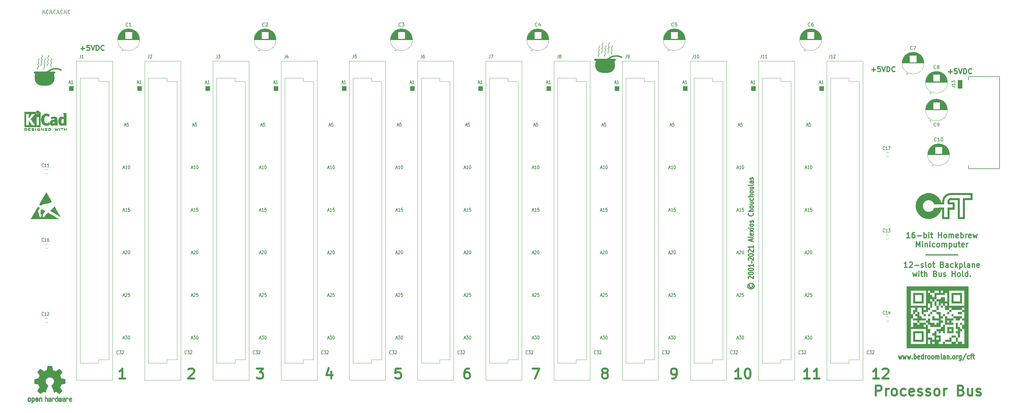
<source format=gto>
G04 #@! TF.GenerationSoftware,KiCad,Pcbnew,5.1.5+dfsg1-2build2*
G04 #@! TF.CreationDate,2021-08-27T16:11:26+03:00*
G04 #@! TF.ProjectId,cft-backplane-processor,6366742d-6261-4636-9b70-6c616e652d70,2134*
G04 #@! TF.SameCoordinates,Original*
G04 #@! TF.FileFunction,Legend,Top*
G04 #@! TF.FilePolarity,Positive*
%FSLAX46Y46*%
G04 Gerber Fmt 4.6, Leading zero omitted, Abs format (unit mm)*
G04 Created by KiCad (PCBNEW 5.1.5+dfsg1-2build2) date 2021-08-27 16:11:26*
%MOMM*%
%LPD*%
G04 APERTURE LIST*
%ADD10C,0.300000*%
%ADD11C,0.150000*%
%ADD12C,0.600000*%
%ADD13C,0.010000*%
%ADD14C,0.127000*%
%ADD15C,0.100000*%
%ADD16C,0.120000*%
%ADD17C,0.406400*%
%ADD18R,2.102000X2.102000*%
%ADD19O,4.674000X2.134000*%
%ADD20R,4.674000X2.134000*%
%ADD21C,2.952000*%
%ADD22C,1.652000*%
%ADD23C,4.602000*%
%ADD24C,1.702000*%
%ADD25R,1.702000X1.702000*%
G04 APERTURE END LIST*
D10*
X332109190Y-153278809D02*
X331194904Y-153278809D01*
X331652047Y-153278809D02*
X331652047Y-151678809D01*
X331499666Y-151907380D01*
X331347285Y-152059761D01*
X331194904Y-152135952D01*
X333480619Y-151678809D02*
X333175857Y-151678809D01*
X333023476Y-151755000D01*
X332947285Y-151831190D01*
X332794904Y-152059761D01*
X332718714Y-152364523D01*
X332718714Y-152974047D01*
X332794904Y-153126428D01*
X332871095Y-153202619D01*
X333023476Y-153278809D01*
X333328238Y-153278809D01*
X333480619Y-153202619D01*
X333556809Y-153126428D01*
X333633000Y-152974047D01*
X333633000Y-152593095D01*
X333556809Y-152440714D01*
X333480619Y-152364523D01*
X333328238Y-152288333D01*
X333023476Y-152288333D01*
X332871095Y-152364523D01*
X332794904Y-152440714D01*
X332718714Y-152593095D01*
X334318714Y-152669285D02*
X335537761Y-152669285D01*
X336299666Y-153278809D02*
X336299666Y-151678809D01*
X336299666Y-152288333D02*
X336452047Y-152212142D01*
X336756809Y-152212142D01*
X336909190Y-152288333D01*
X336985380Y-152364523D01*
X337061571Y-152516904D01*
X337061571Y-152974047D01*
X336985380Y-153126428D01*
X336909190Y-153202619D01*
X336756809Y-153278809D01*
X336452047Y-153278809D01*
X336299666Y-153202619D01*
X337747285Y-153278809D02*
X337747285Y-152212142D01*
X337747285Y-151678809D02*
X337671095Y-151755000D01*
X337747285Y-151831190D01*
X337823476Y-151755000D01*
X337747285Y-151678809D01*
X337747285Y-151831190D01*
X338280619Y-152212142D02*
X338890142Y-152212142D01*
X338509190Y-151678809D02*
X338509190Y-153050238D01*
X338585380Y-153202619D01*
X338737761Y-153278809D01*
X338890142Y-153278809D01*
X340642523Y-153278809D02*
X340642523Y-151678809D01*
X340642523Y-152440714D02*
X341556809Y-152440714D01*
X341556809Y-153278809D02*
X341556809Y-151678809D01*
X342547285Y-153278809D02*
X342394904Y-153202619D01*
X342318714Y-153126428D01*
X342242523Y-152974047D01*
X342242523Y-152516904D01*
X342318714Y-152364523D01*
X342394904Y-152288333D01*
X342547285Y-152212142D01*
X342775857Y-152212142D01*
X342928238Y-152288333D01*
X343004428Y-152364523D01*
X343080619Y-152516904D01*
X343080619Y-152974047D01*
X343004428Y-153126428D01*
X342928238Y-153202619D01*
X342775857Y-153278809D01*
X342547285Y-153278809D01*
X343766333Y-153278809D02*
X343766333Y-152212142D01*
X343766333Y-152364523D02*
X343842523Y-152288333D01*
X343994904Y-152212142D01*
X344223476Y-152212142D01*
X344375857Y-152288333D01*
X344452047Y-152440714D01*
X344452047Y-153278809D01*
X344452047Y-152440714D02*
X344528238Y-152288333D01*
X344680619Y-152212142D01*
X344909190Y-152212142D01*
X345061571Y-152288333D01*
X345137761Y-152440714D01*
X345137761Y-153278809D01*
X346509190Y-153202619D02*
X346356809Y-153278809D01*
X346052047Y-153278809D01*
X345899666Y-153202619D01*
X345823476Y-153050238D01*
X345823476Y-152440714D01*
X345899666Y-152288333D01*
X346052047Y-152212142D01*
X346356809Y-152212142D01*
X346509190Y-152288333D01*
X346585380Y-152440714D01*
X346585380Y-152593095D01*
X345823476Y-152745476D01*
X347271095Y-153278809D02*
X347271095Y-151678809D01*
X347271095Y-152288333D02*
X347423476Y-152212142D01*
X347728238Y-152212142D01*
X347880619Y-152288333D01*
X347956809Y-152364523D01*
X348033000Y-152516904D01*
X348033000Y-152974047D01*
X347956809Y-153126428D01*
X347880619Y-153202619D01*
X347728238Y-153278809D01*
X347423476Y-153278809D01*
X347271095Y-153202619D01*
X348718714Y-153278809D02*
X348718714Y-152212142D01*
X348718714Y-152516904D02*
X348794904Y-152364523D01*
X348871095Y-152288333D01*
X349023476Y-152212142D01*
X349175857Y-152212142D01*
X350318714Y-153202619D02*
X350166333Y-153278809D01*
X349861571Y-153278809D01*
X349709190Y-153202619D01*
X349633000Y-153050238D01*
X349633000Y-152440714D01*
X349709190Y-152288333D01*
X349861571Y-152212142D01*
X350166333Y-152212142D01*
X350318714Y-152288333D01*
X350394904Y-152440714D01*
X350394904Y-152593095D01*
X349633000Y-152745476D01*
X350928238Y-152212142D02*
X351233000Y-153278809D01*
X351537761Y-152516904D01*
X351842523Y-153278809D01*
X352147285Y-152212142D01*
X334052047Y-155978809D02*
X334052047Y-154378809D01*
X334585380Y-155521666D01*
X335118714Y-154378809D01*
X335118714Y-155978809D01*
X335880619Y-155978809D02*
X335880619Y-154912142D01*
X335880619Y-154378809D02*
X335804428Y-154455000D01*
X335880619Y-154531190D01*
X335956809Y-154455000D01*
X335880619Y-154378809D01*
X335880619Y-154531190D01*
X336642523Y-154912142D02*
X336642523Y-155978809D01*
X336642523Y-155064523D02*
X336718714Y-154988333D01*
X336871095Y-154912142D01*
X337099666Y-154912142D01*
X337252047Y-154988333D01*
X337328238Y-155140714D01*
X337328238Y-155978809D01*
X338090142Y-155978809D02*
X338090142Y-154912142D01*
X338090142Y-154378809D02*
X338013952Y-154455000D01*
X338090142Y-154531190D01*
X338166333Y-154455000D01*
X338090142Y-154378809D01*
X338090142Y-154531190D01*
X339537761Y-155902619D02*
X339385380Y-155978809D01*
X339080619Y-155978809D01*
X338928238Y-155902619D01*
X338852047Y-155826428D01*
X338775857Y-155674047D01*
X338775857Y-155216904D01*
X338852047Y-155064523D01*
X338928238Y-154988333D01*
X339080619Y-154912142D01*
X339385380Y-154912142D01*
X339537761Y-154988333D01*
X340452047Y-155978809D02*
X340299666Y-155902619D01*
X340223476Y-155826428D01*
X340147285Y-155674047D01*
X340147285Y-155216904D01*
X340223476Y-155064523D01*
X340299666Y-154988333D01*
X340452047Y-154912142D01*
X340680619Y-154912142D01*
X340833000Y-154988333D01*
X340909190Y-155064523D01*
X340985380Y-155216904D01*
X340985380Y-155674047D01*
X340909190Y-155826428D01*
X340833000Y-155902619D01*
X340680619Y-155978809D01*
X340452047Y-155978809D01*
X341671095Y-155978809D02*
X341671095Y-154912142D01*
X341671095Y-155064523D02*
X341747285Y-154988333D01*
X341899666Y-154912142D01*
X342128238Y-154912142D01*
X342280619Y-154988333D01*
X342356809Y-155140714D01*
X342356809Y-155978809D01*
X342356809Y-155140714D02*
X342433000Y-154988333D01*
X342585380Y-154912142D01*
X342813952Y-154912142D01*
X342966333Y-154988333D01*
X343042523Y-155140714D01*
X343042523Y-155978809D01*
X343804428Y-154912142D02*
X343804428Y-156512142D01*
X343804428Y-154988333D02*
X343956809Y-154912142D01*
X344261571Y-154912142D01*
X344413952Y-154988333D01*
X344490142Y-155064523D01*
X344566333Y-155216904D01*
X344566333Y-155674047D01*
X344490142Y-155826428D01*
X344413952Y-155902619D01*
X344261571Y-155978809D01*
X343956809Y-155978809D01*
X343804428Y-155902619D01*
X345937761Y-154912142D02*
X345937761Y-155978809D01*
X345252047Y-154912142D02*
X345252047Y-155750238D01*
X345328238Y-155902619D01*
X345480619Y-155978809D01*
X345709190Y-155978809D01*
X345861571Y-155902619D01*
X345937761Y-155826428D01*
X346471095Y-154912142D02*
X347080619Y-154912142D01*
X346699666Y-154378809D02*
X346699666Y-155750238D01*
X346775857Y-155902619D01*
X346928238Y-155978809D01*
X347080619Y-155978809D01*
X348223476Y-155902619D02*
X348071095Y-155978809D01*
X347766333Y-155978809D01*
X347613952Y-155902619D01*
X347537761Y-155750238D01*
X347537761Y-155140714D01*
X347613952Y-154988333D01*
X347766333Y-154912142D01*
X348071095Y-154912142D01*
X348223476Y-154988333D01*
X348299666Y-155140714D01*
X348299666Y-155293095D01*
X347537761Y-155445476D01*
X348985380Y-155978809D02*
X348985380Y-154912142D01*
X348985380Y-155216904D02*
X349061571Y-155064523D01*
X349137761Y-154988333D01*
X349290142Y-154912142D01*
X349442523Y-154912142D01*
X336870500Y-158350000D02*
X346395500Y-158350000D01*
X331347285Y-162083809D02*
X330433000Y-162083809D01*
X330890142Y-162083809D02*
X330890142Y-160483809D01*
X330737761Y-160712380D01*
X330585380Y-160864761D01*
X330433000Y-160940952D01*
X331956809Y-160636190D02*
X332033000Y-160560000D01*
X332185380Y-160483809D01*
X332566333Y-160483809D01*
X332718714Y-160560000D01*
X332794904Y-160636190D01*
X332871095Y-160788571D01*
X332871095Y-160940952D01*
X332794904Y-161169523D01*
X331880619Y-162083809D01*
X332871095Y-162083809D01*
X333556809Y-161474285D02*
X334775857Y-161474285D01*
X335461571Y-162007619D02*
X335613952Y-162083809D01*
X335918714Y-162083809D01*
X336071095Y-162007619D01*
X336147285Y-161855238D01*
X336147285Y-161779047D01*
X336071095Y-161626666D01*
X335918714Y-161550476D01*
X335690142Y-161550476D01*
X335537761Y-161474285D01*
X335461571Y-161321904D01*
X335461571Y-161245714D01*
X335537761Y-161093333D01*
X335690142Y-161017142D01*
X335918714Y-161017142D01*
X336071095Y-161093333D01*
X337061571Y-162083809D02*
X336909190Y-162007619D01*
X336833000Y-161855238D01*
X336833000Y-160483809D01*
X337899666Y-162083809D02*
X337747285Y-162007619D01*
X337671095Y-161931428D01*
X337594904Y-161779047D01*
X337594904Y-161321904D01*
X337671095Y-161169523D01*
X337747285Y-161093333D01*
X337899666Y-161017142D01*
X338128238Y-161017142D01*
X338280619Y-161093333D01*
X338356809Y-161169523D01*
X338433000Y-161321904D01*
X338433000Y-161779047D01*
X338356809Y-161931428D01*
X338280619Y-162007619D01*
X338128238Y-162083809D01*
X337899666Y-162083809D01*
X338890142Y-161017142D02*
X339499666Y-161017142D01*
X339118714Y-160483809D02*
X339118714Y-161855238D01*
X339194904Y-162007619D01*
X339347285Y-162083809D01*
X339499666Y-162083809D01*
X341785380Y-161245714D02*
X342013952Y-161321904D01*
X342090142Y-161398095D01*
X342166333Y-161550476D01*
X342166333Y-161779047D01*
X342090142Y-161931428D01*
X342013952Y-162007619D01*
X341861571Y-162083809D01*
X341252047Y-162083809D01*
X341252047Y-160483809D01*
X341785380Y-160483809D01*
X341937761Y-160560000D01*
X342013952Y-160636190D01*
X342090142Y-160788571D01*
X342090142Y-160940952D01*
X342013952Y-161093333D01*
X341937761Y-161169523D01*
X341785380Y-161245714D01*
X341252047Y-161245714D01*
X343537761Y-162083809D02*
X343537761Y-161245714D01*
X343461571Y-161093333D01*
X343309190Y-161017142D01*
X343004428Y-161017142D01*
X342852047Y-161093333D01*
X343537761Y-162007619D02*
X343385380Y-162083809D01*
X343004428Y-162083809D01*
X342852047Y-162007619D01*
X342775857Y-161855238D01*
X342775857Y-161702857D01*
X342852047Y-161550476D01*
X343004428Y-161474285D01*
X343385380Y-161474285D01*
X343537761Y-161398095D01*
X344985380Y-162007619D02*
X344833000Y-162083809D01*
X344528238Y-162083809D01*
X344375857Y-162007619D01*
X344299666Y-161931428D01*
X344223476Y-161779047D01*
X344223476Y-161321904D01*
X344299666Y-161169523D01*
X344375857Y-161093333D01*
X344528238Y-161017142D01*
X344833000Y-161017142D01*
X344985380Y-161093333D01*
X345671095Y-162083809D02*
X345671095Y-160483809D01*
X345823476Y-161474285D02*
X346280619Y-162083809D01*
X346280619Y-161017142D02*
X345671095Y-161626666D01*
X346966333Y-161017142D02*
X346966333Y-162617142D01*
X346966333Y-161093333D02*
X347118714Y-161017142D01*
X347423476Y-161017142D01*
X347575857Y-161093333D01*
X347652047Y-161169523D01*
X347728238Y-161321904D01*
X347728238Y-161779047D01*
X347652047Y-161931428D01*
X347575857Y-162007619D01*
X347423476Y-162083809D01*
X347118714Y-162083809D01*
X346966333Y-162007619D01*
X348642523Y-162083809D02*
X348490142Y-162007619D01*
X348413952Y-161855238D01*
X348413952Y-160483809D01*
X349937761Y-162083809D02*
X349937761Y-161245714D01*
X349861571Y-161093333D01*
X349709190Y-161017142D01*
X349404428Y-161017142D01*
X349252047Y-161093333D01*
X349937761Y-162007619D02*
X349785380Y-162083809D01*
X349404428Y-162083809D01*
X349252047Y-162007619D01*
X349175857Y-161855238D01*
X349175857Y-161702857D01*
X349252047Y-161550476D01*
X349404428Y-161474285D01*
X349785380Y-161474285D01*
X349937761Y-161398095D01*
X350699666Y-161017142D02*
X350699666Y-162083809D01*
X350699666Y-161169523D02*
X350775857Y-161093333D01*
X350928238Y-161017142D01*
X351156809Y-161017142D01*
X351309190Y-161093333D01*
X351385380Y-161245714D01*
X351385380Y-162083809D01*
X352756809Y-162007619D02*
X352604428Y-162083809D01*
X352299666Y-162083809D01*
X352147285Y-162007619D01*
X352071095Y-161855238D01*
X352071095Y-161245714D01*
X352147285Y-161093333D01*
X352299666Y-161017142D01*
X352604428Y-161017142D01*
X352756809Y-161093333D01*
X352833000Y-161245714D01*
X352833000Y-161398095D01*
X352071095Y-161550476D01*
X332985380Y-163717142D02*
X333290142Y-164783809D01*
X333594904Y-164021904D01*
X333899666Y-164783809D01*
X334204428Y-163717142D01*
X334813952Y-164783809D02*
X334813952Y-163717142D01*
X334813952Y-163183809D02*
X334737761Y-163260000D01*
X334813952Y-163336190D01*
X334890142Y-163260000D01*
X334813952Y-163183809D01*
X334813952Y-163336190D01*
X335347285Y-163717142D02*
X335956809Y-163717142D01*
X335575857Y-163183809D02*
X335575857Y-164555238D01*
X335652047Y-164707619D01*
X335804428Y-164783809D01*
X335956809Y-164783809D01*
X336490142Y-164783809D02*
X336490142Y-163183809D01*
X337175857Y-164783809D02*
X337175857Y-163945714D01*
X337099666Y-163793333D01*
X336947285Y-163717142D01*
X336718714Y-163717142D01*
X336566333Y-163793333D01*
X336490142Y-163869523D01*
X339690142Y-163945714D02*
X339918714Y-164021904D01*
X339994904Y-164098095D01*
X340071095Y-164250476D01*
X340071095Y-164479047D01*
X339994904Y-164631428D01*
X339918714Y-164707619D01*
X339766333Y-164783809D01*
X339156809Y-164783809D01*
X339156809Y-163183809D01*
X339690142Y-163183809D01*
X339842523Y-163260000D01*
X339918714Y-163336190D01*
X339994904Y-163488571D01*
X339994904Y-163640952D01*
X339918714Y-163793333D01*
X339842523Y-163869523D01*
X339690142Y-163945714D01*
X339156809Y-163945714D01*
X341442523Y-163717142D02*
X341442523Y-164783809D01*
X340756809Y-163717142D02*
X340756809Y-164555238D01*
X340833000Y-164707619D01*
X340985380Y-164783809D01*
X341213952Y-164783809D01*
X341366333Y-164707619D01*
X341442523Y-164631428D01*
X342128238Y-164707619D02*
X342280619Y-164783809D01*
X342585380Y-164783809D01*
X342737761Y-164707619D01*
X342813952Y-164555238D01*
X342813952Y-164479047D01*
X342737761Y-164326666D01*
X342585380Y-164250476D01*
X342356809Y-164250476D01*
X342204428Y-164174285D01*
X342128238Y-164021904D01*
X342128238Y-163945714D01*
X342204428Y-163793333D01*
X342356809Y-163717142D01*
X342585380Y-163717142D01*
X342737761Y-163793333D01*
X344718714Y-164783809D02*
X344718714Y-163183809D01*
X344718714Y-163945714D02*
X345633000Y-163945714D01*
X345633000Y-164783809D02*
X345633000Y-163183809D01*
X346623476Y-164783809D02*
X346471095Y-164707619D01*
X346394904Y-164631428D01*
X346318714Y-164479047D01*
X346318714Y-164021904D01*
X346394904Y-163869523D01*
X346471095Y-163793333D01*
X346623476Y-163717142D01*
X346852047Y-163717142D01*
X347004428Y-163793333D01*
X347080619Y-163869523D01*
X347156809Y-164021904D01*
X347156809Y-164479047D01*
X347080619Y-164631428D01*
X347004428Y-164707619D01*
X346852047Y-164783809D01*
X346623476Y-164783809D01*
X348071095Y-164783809D02*
X347918714Y-164707619D01*
X347842523Y-164555238D01*
X347842523Y-163183809D01*
X349366333Y-164783809D02*
X349366333Y-163183809D01*
X349366333Y-164707619D02*
X349213952Y-164783809D01*
X348909190Y-164783809D01*
X348756809Y-164707619D01*
X348680619Y-164631428D01*
X348604428Y-164479047D01*
X348604428Y-164021904D01*
X348680619Y-163869523D01*
X348756809Y-163793333D01*
X348909190Y-163717142D01*
X349213952Y-163717142D01*
X349366333Y-163793333D01*
X350128238Y-164631428D02*
X350204428Y-164707619D01*
X350128238Y-164783809D01*
X350052047Y-164707619D01*
X350128238Y-164631428D01*
X350128238Y-164783809D01*
X85139428Y-96777142D02*
X86282285Y-96777142D01*
X85710857Y-97348571D02*
X85710857Y-96205714D01*
X87710857Y-95848571D02*
X86996571Y-95848571D01*
X86925142Y-96562857D01*
X86996571Y-96491428D01*
X87139428Y-96420000D01*
X87496571Y-96420000D01*
X87639428Y-96491428D01*
X87710857Y-96562857D01*
X87782285Y-96705714D01*
X87782285Y-97062857D01*
X87710857Y-97205714D01*
X87639428Y-97277142D01*
X87496571Y-97348571D01*
X87139428Y-97348571D01*
X86996571Y-97277142D01*
X86925142Y-97205714D01*
X88210857Y-95848571D02*
X88710857Y-97348571D01*
X89210857Y-95848571D01*
X89710857Y-97348571D02*
X89710857Y-95848571D01*
X90068000Y-95848571D01*
X90282285Y-95920000D01*
X90425142Y-96062857D01*
X90496571Y-96205714D01*
X90568000Y-96491428D01*
X90568000Y-96705714D01*
X90496571Y-96991428D01*
X90425142Y-97134285D01*
X90282285Y-97277142D01*
X90068000Y-97348571D01*
X89710857Y-97348571D01*
X92068000Y-97205714D02*
X91996571Y-97277142D01*
X91782285Y-97348571D01*
X91639428Y-97348571D01*
X91425142Y-97277142D01*
X91282285Y-97134285D01*
X91210857Y-96991428D01*
X91139428Y-96705714D01*
X91139428Y-96491428D01*
X91210857Y-96205714D01*
X91282285Y-96062857D01*
X91425142Y-95920000D01*
X91639428Y-95848571D01*
X91782285Y-95848571D01*
X91996571Y-95920000D01*
X92068000Y-95991428D01*
X320724428Y-103127142D02*
X321867285Y-103127142D01*
X321295857Y-103698571D02*
X321295857Y-102555714D01*
X323295857Y-102198571D02*
X322581571Y-102198571D01*
X322510142Y-102912857D01*
X322581571Y-102841428D01*
X322724428Y-102770000D01*
X323081571Y-102770000D01*
X323224428Y-102841428D01*
X323295857Y-102912857D01*
X323367285Y-103055714D01*
X323367285Y-103412857D01*
X323295857Y-103555714D01*
X323224428Y-103627142D01*
X323081571Y-103698571D01*
X322724428Y-103698571D01*
X322581571Y-103627142D01*
X322510142Y-103555714D01*
X323795857Y-102198571D02*
X324295857Y-103698571D01*
X324795857Y-102198571D01*
X325295857Y-103698571D02*
X325295857Y-102198571D01*
X325653000Y-102198571D01*
X325867285Y-102270000D01*
X326010142Y-102412857D01*
X326081571Y-102555714D01*
X326153000Y-102841428D01*
X326153000Y-103055714D01*
X326081571Y-103341428D01*
X326010142Y-103484285D01*
X325867285Y-103627142D01*
X325653000Y-103698571D01*
X325295857Y-103698571D01*
X327653000Y-103555714D02*
X327581571Y-103627142D01*
X327367285Y-103698571D01*
X327224428Y-103698571D01*
X327010142Y-103627142D01*
X326867285Y-103484285D01*
X326795857Y-103341428D01*
X326724428Y-103055714D01*
X326724428Y-102841428D01*
X326795857Y-102555714D01*
X326867285Y-102412857D01*
X327010142Y-102270000D01*
X327224428Y-102198571D01*
X327367285Y-102198571D01*
X327581571Y-102270000D01*
X327653000Y-102341428D01*
X343584428Y-103762142D02*
X344727285Y-103762142D01*
X344155857Y-104333571D02*
X344155857Y-103190714D01*
X346155857Y-102833571D02*
X345441571Y-102833571D01*
X345370142Y-103547857D01*
X345441571Y-103476428D01*
X345584428Y-103405000D01*
X345941571Y-103405000D01*
X346084428Y-103476428D01*
X346155857Y-103547857D01*
X346227285Y-103690714D01*
X346227285Y-104047857D01*
X346155857Y-104190714D01*
X346084428Y-104262142D01*
X345941571Y-104333571D01*
X345584428Y-104333571D01*
X345441571Y-104262142D01*
X345370142Y-104190714D01*
X346655857Y-102833571D02*
X347155857Y-104333571D01*
X347655857Y-102833571D01*
X348155857Y-104333571D02*
X348155857Y-102833571D01*
X348513000Y-102833571D01*
X348727285Y-102905000D01*
X348870142Y-103047857D01*
X348941571Y-103190714D01*
X349013000Y-103476428D01*
X349013000Y-103690714D01*
X348941571Y-103976428D01*
X348870142Y-104119285D01*
X348727285Y-104262142D01*
X348513000Y-104333571D01*
X348155857Y-104333571D01*
X350513000Y-104190714D02*
X350441571Y-104262142D01*
X350227285Y-104333571D01*
X350084428Y-104333571D01*
X349870142Y-104262142D01*
X349727285Y-104119285D01*
X349655857Y-103976428D01*
X349584428Y-103690714D01*
X349584428Y-103476428D01*
X349655857Y-103190714D01*
X349727285Y-103047857D01*
X349870142Y-102905000D01*
X350084428Y-102833571D01*
X350227285Y-102833571D01*
X350441571Y-102905000D01*
X350513000Y-102976428D01*
D11*
X73860261Y-85327380D02*
X73860261Y-86041666D01*
X73820738Y-86184523D01*
X73741690Y-86279761D01*
X73623119Y-86327380D01*
X73544071Y-86327380D01*
X74650738Y-86327380D02*
X74255500Y-86327380D01*
X74255500Y-85327380D01*
X75401690Y-86232142D02*
X75362166Y-86279761D01*
X75243595Y-86327380D01*
X75164547Y-86327380D01*
X75045976Y-86279761D01*
X74966928Y-86184523D01*
X74927404Y-86089285D01*
X74887880Y-85898809D01*
X74887880Y-85755952D01*
X74927404Y-85565476D01*
X74966928Y-85470238D01*
X75045976Y-85375000D01*
X75164547Y-85327380D01*
X75243595Y-85327380D01*
X75362166Y-85375000D01*
X75401690Y-85422619D01*
X75994547Y-85327380D02*
X75994547Y-86041666D01*
X75955023Y-86184523D01*
X75875976Y-86279761D01*
X75757404Y-86327380D01*
X75678357Y-86327380D01*
X76785023Y-86327380D02*
X76389785Y-86327380D01*
X76389785Y-85327380D01*
X77535976Y-86232142D02*
X77496452Y-86279761D01*
X77377880Y-86327380D01*
X77298833Y-86327380D01*
X77180261Y-86279761D01*
X77101214Y-86184523D01*
X77061690Y-86089285D01*
X77022166Y-85898809D01*
X77022166Y-85755952D01*
X77061690Y-85565476D01*
X77101214Y-85470238D01*
X77180261Y-85375000D01*
X77298833Y-85327380D01*
X77377880Y-85327380D01*
X77496452Y-85375000D01*
X77535976Y-85422619D01*
X78128833Y-85327380D02*
X78128833Y-86041666D01*
X78089309Y-86184523D01*
X78010261Y-86279761D01*
X77891690Y-86327380D01*
X77812642Y-86327380D01*
X78919309Y-86327380D02*
X78524071Y-86327380D01*
X78524071Y-85327380D01*
X79670261Y-86232142D02*
X79630738Y-86279761D01*
X79512166Y-86327380D01*
X79433119Y-86327380D01*
X79314547Y-86279761D01*
X79235500Y-86184523D01*
X79195976Y-86089285D01*
X79156452Y-85898809D01*
X79156452Y-85755952D01*
X79195976Y-85565476D01*
X79235500Y-85470238D01*
X79314547Y-85375000D01*
X79433119Y-85327380D01*
X79512166Y-85327380D01*
X79630738Y-85375000D01*
X79670261Y-85422619D01*
X80263119Y-85327380D02*
X80263119Y-86041666D01*
X80223595Y-86184523D01*
X80144547Y-86279761D01*
X80025976Y-86327380D01*
X79946928Y-86327380D01*
X81053595Y-86327380D02*
X80658357Y-86327380D01*
X80658357Y-85327380D01*
X81804547Y-86232142D02*
X81765023Y-86279761D01*
X81646452Y-86327380D01*
X81567404Y-86327380D01*
X81448833Y-86279761D01*
X81369785Y-86184523D01*
X81330261Y-86089285D01*
X81290738Y-85898809D01*
X81290738Y-85755952D01*
X81330261Y-85565476D01*
X81369785Y-85470238D01*
X81448833Y-85375000D01*
X81567404Y-85327380D01*
X81646452Y-85327380D01*
X81765023Y-85375000D01*
X81804547Y-85422619D01*
D12*
X321916571Y-200262142D02*
X321916571Y-197262142D01*
X323059428Y-197262142D01*
X323345142Y-197405000D01*
X323488000Y-197547857D01*
X323630857Y-197833571D01*
X323630857Y-198262142D01*
X323488000Y-198547857D01*
X323345142Y-198690714D01*
X323059428Y-198833571D01*
X321916571Y-198833571D01*
X324916571Y-200262142D02*
X324916571Y-198262142D01*
X324916571Y-198833571D02*
X325059428Y-198547857D01*
X325202285Y-198405000D01*
X325488000Y-198262142D01*
X325773714Y-198262142D01*
X327202285Y-200262142D02*
X326916571Y-200119285D01*
X326773714Y-199976428D01*
X326630857Y-199690714D01*
X326630857Y-198833571D01*
X326773714Y-198547857D01*
X326916571Y-198405000D01*
X327202285Y-198262142D01*
X327630857Y-198262142D01*
X327916571Y-198405000D01*
X328059428Y-198547857D01*
X328202285Y-198833571D01*
X328202285Y-199690714D01*
X328059428Y-199976428D01*
X327916571Y-200119285D01*
X327630857Y-200262142D01*
X327202285Y-200262142D01*
X330773714Y-200119285D02*
X330488000Y-200262142D01*
X329916571Y-200262142D01*
X329630857Y-200119285D01*
X329488000Y-199976428D01*
X329345142Y-199690714D01*
X329345142Y-198833571D01*
X329488000Y-198547857D01*
X329630857Y-198405000D01*
X329916571Y-198262142D01*
X330488000Y-198262142D01*
X330773714Y-198405000D01*
X333202285Y-200119285D02*
X332916571Y-200262142D01*
X332345142Y-200262142D01*
X332059428Y-200119285D01*
X331916571Y-199833571D01*
X331916571Y-198690714D01*
X332059428Y-198405000D01*
X332345142Y-198262142D01*
X332916571Y-198262142D01*
X333202285Y-198405000D01*
X333345142Y-198690714D01*
X333345142Y-198976428D01*
X331916571Y-199262142D01*
X334488000Y-200119285D02*
X334773714Y-200262142D01*
X335345142Y-200262142D01*
X335630857Y-200119285D01*
X335773714Y-199833571D01*
X335773714Y-199690714D01*
X335630857Y-199405000D01*
X335345142Y-199262142D01*
X334916571Y-199262142D01*
X334630857Y-199119285D01*
X334488000Y-198833571D01*
X334488000Y-198690714D01*
X334630857Y-198405000D01*
X334916571Y-198262142D01*
X335345142Y-198262142D01*
X335630857Y-198405000D01*
X336916571Y-200119285D02*
X337202285Y-200262142D01*
X337773714Y-200262142D01*
X338059428Y-200119285D01*
X338202285Y-199833571D01*
X338202285Y-199690714D01*
X338059428Y-199405000D01*
X337773714Y-199262142D01*
X337345142Y-199262142D01*
X337059428Y-199119285D01*
X336916571Y-198833571D01*
X336916571Y-198690714D01*
X337059428Y-198405000D01*
X337345142Y-198262142D01*
X337773714Y-198262142D01*
X338059428Y-198405000D01*
X339916571Y-200262142D02*
X339630857Y-200119285D01*
X339488000Y-199976428D01*
X339345142Y-199690714D01*
X339345142Y-198833571D01*
X339488000Y-198547857D01*
X339630857Y-198405000D01*
X339916571Y-198262142D01*
X340345142Y-198262142D01*
X340630857Y-198405000D01*
X340773714Y-198547857D01*
X340916571Y-198833571D01*
X340916571Y-199690714D01*
X340773714Y-199976428D01*
X340630857Y-200119285D01*
X340345142Y-200262142D01*
X339916571Y-200262142D01*
X342202285Y-200262142D02*
X342202285Y-198262142D01*
X342202285Y-198833571D02*
X342345142Y-198547857D01*
X342488000Y-198405000D01*
X342773714Y-198262142D01*
X343059428Y-198262142D01*
X347345142Y-198690714D02*
X347773714Y-198833571D01*
X347916571Y-198976428D01*
X348059428Y-199262142D01*
X348059428Y-199690714D01*
X347916571Y-199976428D01*
X347773714Y-200119285D01*
X347488000Y-200262142D01*
X346345142Y-200262142D01*
X346345142Y-197262142D01*
X347345142Y-197262142D01*
X347630857Y-197405000D01*
X347773714Y-197547857D01*
X347916571Y-197833571D01*
X347916571Y-198119285D01*
X347773714Y-198405000D01*
X347630857Y-198547857D01*
X347345142Y-198690714D01*
X346345142Y-198690714D01*
X350630857Y-198262142D02*
X350630857Y-200262142D01*
X349345142Y-198262142D02*
X349345142Y-199833571D01*
X349488000Y-200119285D01*
X349773714Y-200262142D01*
X350202285Y-200262142D01*
X350488000Y-200119285D01*
X350630857Y-199976428D01*
X351916571Y-200119285D02*
X352202285Y-200262142D01*
X352773714Y-200262142D01*
X353059428Y-200119285D01*
X353202285Y-199833571D01*
X353202285Y-199690714D01*
X353059428Y-199405000D01*
X352773714Y-199262142D01*
X352345142Y-199262142D01*
X352059428Y-199119285D01*
X351916571Y-198833571D01*
X351916571Y-198690714D01*
X352059428Y-198405000D01*
X352345142Y-198262142D01*
X352773714Y-198262142D01*
X353059428Y-198405000D01*
D11*
X300939904Y-170496666D02*
X301335142Y-170496666D01*
X300860857Y-170782380D02*
X301137523Y-169782380D01*
X301414190Y-170782380D01*
X301651333Y-169877619D02*
X301690857Y-169830000D01*
X301769904Y-169782380D01*
X301967523Y-169782380D01*
X302046571Y-169830000D01*
X302086095Y-169877619D01*
X302125619Y-169972857D01*
X302125619Y-170068095D01*
X302086095Y-170210952D01*
X301611809Y-170782380D01*
X302125619Y-170782380D01*
X302876571Y-169782380D02*
X302481333Y-169782380D01*
X302441809Y-170258571D01*
X302481333Y-170210952D01*
X302560380Y-170163333D01*
X302758000Y-170163333D01*
X302837047Y-170210952D01*
X302876571Y-170258571D01*
X302916095Y-170353809D01*
X302916095Y-170591904D01*
X302876571Y-170687142D01*
X302837047Y-170734761D01*
X302758000Y-170782380D01*
X302560380Y-170782380D01*
X302481333Y-170734761D01*
X302441809Y-170687142D01*
X280619904Y-170496666D02*
X281015142Y-170496666D01*
X280540857Y-170782380D02*
X280817523Y-169782380D01*
X281094190Y-170782380D01*
X281331333Y-169877619D02*
X281370857Y-169830000D01*
X281449904Y-169782380D01*
X281647523Y-169782380D01*
X281726571Y-169830000D01*
X281766095Y-169877619D01*
X281805619Y-169972857D01*
X281805619Y-170068095D01*
X281766095Y-170210952D01*
X281291809Y-170782380D01*
X281805619Y-170782380D01*
X282556571Y-169782380D02*
X282161333Y-169782380D01*
X282121809Y-170258571D01*
X282161333Y-170210952D01*
X282240380Y-170163333D01*
X282438000Y-170163333D01*
X282517047Y-170210952D01*
X282556571Y-170258571D01*
X282596095Y-170353809D01*
X282596095Y-170591904D01*
X282556571Y-170687142D01*
X282517047Y-170734761D01*
X282438000Y-170782380D01*
X282240380Y-170782380D01*
X282161333Y-170734761D01*
X282121809Y-170687142D01*
X260299904Y-170496666D02*
X260695142Y-170496666D01*
X260220857Y-170782380D02*
X260497523Y-169782380D01*
X260774190Y-170782380D01*
X261011333Y-169877619D02*
X261050857Y-169830000D01*
X261129904Y-169782380D01*
X261327523Y-169782380D01*
X261406571Y-169830000D01*
X261446095Y-169877619D01*
X261485619Y-169972857D01*
X261485619Y-170068095D01*
X261446095Y-170210952D01*
X260971809Y-170782380D01*
X261485619Y-170782380D01*
X262236571Y-169782380D02*
X261841333Y-169782380D01*
X261801809Y-170258571D01*
X261841333Y-170210952D01*
X261920380Y-170163333D01*
X262118000Y-170163333D01*
X262197047Y-170210952D01*
X262236571Y-170258571D01*
X262276095Y-170353809D01*
X262276095Y-170591904D01*
X262236571Y-170687142D01*
X262197047Y-170734761D01*
X262118000Y-170782380D01*
X261920380Y-170782380D01*
X261841333Y-170734761D01*
X261801809Y-170687142D01*
X239979904Y-170496666D02*
X240375142Y-170496666D01*
X239900857Y-170782380D02*
X240177523Y-169782380D01*
X240454190Y-170782380D01*
X240691333Y-169877619D02*
X240730857Y-169830000D01*
X240809904Y-169782380D01*
X241007523Y-169782380D01*
X241086571Y-169830000D01*
X241126095Y-169877619D01*
X241165619Y-169972857D01*
X241165619Y-170068095D01*
X241126095Y-170210952D01*
X240651809Y-170782380D01*
X241165619Y-170782380D01*
X241916571Y-169782380D02*
X241521333Y-169782380D01*
X241481809Y-170258571D01*
X241521333Y-170210952D01*
X241600380Y-170163333D01*
X241798000Y-170163333D01*
X241877047Y-170210952D01*
X241916571Y-170258571D01*
X241956095Y-170353809D01*
X241956095Y-170591904D01*
X241916571Y-170687142D01*
X241877047Y-170734761D01*
X241798000Y-170782380D01*
X241600380Y-170782380D01*
X241521333Y-170734761D01*
X241481809Y-170687142D01*
X219659904Y-170496666D02*
X220055142Y-170496666D01*
X219580857Y-170782380D02*
X219857523Y-169782380D01*
X220134190Y-170782380D01*
X220371333Y-169877619D02*
X220410857Y-169830000D01*
X220489904Y-169782380D01*
X220687523Y-169782380D01*
X220766571Y-169830000D01*
X220806095Y-169877619D01*
X220845619Y-169972857D01*
X220845619Y-170068095D01*
X220806095Y-170210952D01*
X220331809Y-170782380D01*
X220845619Y-170782380D01*
X221596571Y-169782380D02*
X221201333Y-169782380D01*
X221161809Y-170258571D01*
X221201333Y-170210952D01*
X221280380Y-170163333D01*
X221478000Y-170163333D01*
X221557047Y-170210952D01*
X221596571Y-170258571D01*
X221636095Y-170353809D01*
X221636095Y-170591904D01*
X221596571Y-170687142D01*
X221557047Y-170734761D01*
X221478000Y-170782380D01*
X221280380Y-170782380D01*
X221201333Y-170734761D01*
X221161809Y-170687142D01*
X199339904Y-170496666D02*
X199735142Y-170496666D01*
X199260857Y-170782380D02*
X199537523Y-169782380D01*
X199814190Y-170782380D01*
X200051333Y-169877619D02*
X200090857Y-169830000D01*
X200169904Y-169782380D01*
X200367523Y-169782380D01*
X200446571Y-169830000D01*
X200486095Y-169877619D01*
X200525619Y-169972857D01*
X200525619Y-170068095D01*
X200486095Y-170210952D01*
X200011809Y-170782380D01*
X200525619Y-170782380D01*
X201276571Y-169782380D02*
X200881333Y-169782380D01*
X200841809Y-170258571D01*
X200881333Y-170210952D01*
X200960380Y-170163333D01*
X201158000Y-170163333D01*
X201237047Y-170210952D01*
X201276571Y-170258571D01*
X201316095Y-170353809D01*
X201316095Y-170591904D01*
X201276571Y-170687142D01*
X201237047Y-170734761D01*
X201158000Y-170782380D01*
X200960380Y-170782380D01*
X200881333Y-170734761D01*
X200841809Y-170687142D01*
X179019904Y-170496666D02*
X179415142Y-170496666D01*
X178940857Y-170782380D02*
X179217523Y-169782380D01*
X179494190Y-170782380D01*
X179731333Y-169877619D02*
X179770857Y-169830000D01*
X179849904Y-169782380D01*
X180047523Y-169782380D01*
X180126571Y-169830000D01*
X180166095Y-169877619D01*
X180205619Y-169972857D01*
X180205619Y-170068095D01*
X180166095Y-170210952D01*
X179691809Y-170782380D01*
X180205619Y-170782380D01*
X180956571Y-169782380D02*
X180561333Y-169782380D01*
X180521809Y-170258571D01*
X180561333Y-170210952D01*
X180640380Y-170163333D01*
X180838000Y-170163333D01*
X180917047Y-170210952D01*
X180956571Y-170258571D01*
X180996095Y-170353809D01*
X180996095Y-170591904D01*
X180956571Y-170687142D01*
X180917047Y-170734761D01*
X180838000Y-170782380D01*
X180640380Y-170782380D01*
X180561333Y-170734761D01*
X180521809Y-170687142D01*
X158699904Y-170496666D02*
X159095142Y-170496666D01*
X158620857Y-170782380D02*
X158897523Y-169782380D01*
X159174190Y-170782380D01*
X159411333Y-169877619D02*
X159450857Y-169830000D01*
X159529904Y-169782380D01*
X159727523Y-169782380D01*
X159806571Y-169830000D01*
X159846095Y-169877619D01*
X159885619Y-169972857D01*
X159885619Y-170068095D01*
X159846095Y-170210952D01*
X159371809Y-170782380D01*
X159885619Y-170782380D01*
X160636571Y-169782380D02*
X160241333Y-169782380D01*
X160201809Y-170258571D01*
X160241333Y-170210952D01*
X160320380Y-170163333D01*
X160518000Y-170163333D01*
X160597047Y-170210952D01*
X160636571Y-170258571D01*
X160676095Y-170353809D01*
X160676095Y-170591904D01*
X160636571Y-170687142D01*
X160597047Y-170734761D01*
X160518000Y-170782380D01*
X160320380Y-170782380D01*
X160241333Y-170734761D01*
X160201809Y-170687142D01*
X138379904Y-170496666D02*
X138775142Y-170496666D01*
X138300857Y-170782380D02*
X138577523Y-169782380D01*
X138854190Y-170782380D01*
X139091333Y-169877619D02*
X139130857Y-169830000D01*
X139209904Y-169782380D01*
X139407523Y-169782380D01*
X139486571Y-169830000D01*
X139526095Y-169877619D01*
X139565619Y-169972857D01*
X139565619Y-170068095D01*
X139526095Y-170210952D01*
X139051809Y-170782380D01*
X139565619Y-170782380D01*
X140316571Y-169782380D02*
X139921333Y-169782380D01*
X139881809Y-170258571D01*
X139921333Y-170210952D01*
X140000380Y-170163333D01*
X140198000Y-170163333D01*
X140277047Y-170210952D01*
X140316571Y-170258571D01*
X140356095Y-170353809D01*
X140356095Y-170591904D01*
X140316571Y-170687142D01*
X140277047Y-170734761D01*
X140198000Y-170782380D01*
X140000380Y-170782380D01*
X139921333Y-170734761D01*
X139881809Y-170687142D01*
X118059904Y-170496666D02*
X118455142Y-170496666D01*
X117980857Y-170782380D02*
X118257523Y-169782380D01*
X118534190Y-170782380D01*
X118771333Y-169877619D02*
X118810857Y-169830000D01*
X118889904Y-169782380D01*
X119087523Y-169782380D01*
X119166571Y-169830000D01*
X119206095Y-169877619D01*
X119245619Y-169972857D01*
X119245619Y-170068095D01*
X119206095Y-170210952D01*
X118731809Y-170782380D01*
X119245619Y-170782380D01*
X119996571Y-169782380D02*
X119601333Y-169782380D01*
X119561809Y-170258571D01*
X119601333Y-170210952D01*
X119680380Y-170163333D01*
X119878000Y-170163333D01*
X119957047Y-170210952D01*
X119996571Y-170258571D01*
X120036095Y-170353809D01*
X120036095Y-170591904D01*
X119996571Y-170687142D01*
X119957047Y-170734761D01*
X119878000Y-170782380D01*
X119680380Y-170782380D01*
X119601333Y-170734761D01*
X119561809Y-170687142D01*
X301335142Y-119696666D02*
X301730380Y-119696666D01*
X301256095Y-119982380D02*
X301532761Y-118982380D01*
X301809428Y-119982380D01*
X302481333Y-118982380D02*
X302086095Y-118982380D01*
X302046571Y-119458571D01*
X302086095Y-119410952D01*
X302165142Y-119363333D01*
X302362761Y-119363333D01*
X302441809Y-119410952D01*
X302481333Y-119458571D01*
X302520857Y-119553809D01*
X302520857Y-119791904D01*
X302481333Y-119887142D01*
X302441809Y-119934761D01*
X302362761Y-119982380D01*
X302165142Y-119982380D01*
X302086095Y-119934761D01*
X302046571Y-119887142D01*
X281015142Y-119696666D02*
X281410380Y-119696666D01*
X280936095Y-119982380D02*
X281212761Y-118982380D01*
X281489428Y-119982380D01*
X282161333Y-118982380D02*
X281766095Y-118982380D01*
X281726571Y-119458571D01*
X281766095Y-119410952D01*
X281845142Y-119363333D01*
X282042761Y-119363333D01*
X282121809Y-119410952D01*
X282161333Y-119458571D01*
X282200857Y-119553809D01*
X282200857Y-119791904D01*
X282161333Y-119887142D01*
X282121809Y-119934761D01*
X282042761Y-119982380D01*
X281845142Y-119982380D01*
X281766095Y-119934761D01*
X281726571Y-119887142D01*
X260695142Y-119696666D02*
X261090380Y-119696666D01*
X260616095Y-119982380D02*
X260892761Y-118982380D01*
X261169428Y-119982380D01*
X261841333Y-118982380D02*
X261446095Y-118982380D01*
X261406571Y-119458571D01*
X261446095Y-119410952D01*
X261525142Y-119363333D01*
X261722761Y-119363333D01*
X261801809Y-119410952D01*
X261841333Y-119458571D01*
X261880857Y-119553809D01*
X261880857Y-119791904D01*
X261841333Y-119887142D01*
X261801809Y-119934761D01*
X261722761Y-119982380D01*
X261525142Y-119982380D01*
X261446095Y-119934761D01*
X261406571Y-119887142D01*
X240375142Y-119696666D02*
X240770380Y-119696666D01*
X240296095Y-119982380D02*
X240572761Y-118982380D01*
X240849428Y-119982380D01*
X241521333Y-118982380D02*
X241126095Y-118982380D01*
X241086571Y-119458571D01*
X241126095Y-119410952D01*
X241205142Y-119363333D01*
X241402761Y-119363333D01*
X241481809Y-119410952D01*
X241521333Y-119458571D01*
X241560857Y-119553809D01*
X241560857Y-119791904D01*
X241521333Y-119887142D01*
X241481809Y-119934761D01*
X241402761Y-119982380D01*
X241205142Y-119982380D01*
X241126095Y-119934761D01*
X241086571Y-119887142D01*
X220055142Y-119696666D02*
X220450380Y-119696666D01*
X219976095Y-119982380D02*
X220252761Y-118982380D01*
X220529428Y-119982380D01*
X221201333Y-118982380D02*
X220806095Y-118982380D01*
X220766571Y-119458571D01*
X220806095Y-119410952D01*
X220885142Y-119363333D01*
X221082761Y-119363333D01*
X221161809Y-119410952D01*
X221201333Y-119458571D01*
X221240857Y-119553809D01*
X221240857Y-119791904D01*
X221201333Y-119887142D01*
X221161809Y-119934761D01*
X221082761Y-119982380D01*
X220885142Y-119982380D01*
X220806095Y-119934761D01*
X220766571Y-119887142D01*
X199735142Y-119696666D02*
X200130380Y-119696666D01*
X199656095Y-119982380D02*
X199932761Y-118982380D01*
X200209428Y-119982380D01*
X200881333Y-118982380D02*
X200486095Y-118982380D01*
X200446571Y-119458571D01*
X200486095Y-119410952D01*
X200565142Y-119363333D01*
X200762761Y-119363333D01*
X200841809Y-119410952D01*
X200881333Y-119458571D01*
X200920857Y-119553809D01*
X200920857Y-119791904D01*
X200881333Y-119887142D01*
X200841809Y-119934761D01*
X200762761Y-119982380D01*
X200565142Y-119982380D01*
X200486095Y-119934761D01*
X200446571Y-119887142D01*
X179415142Y-119696666D02*
X179810380Y-119696666D01*
X179336095Y-119982380D02*
X179612761Y-118982380D01*
X179889428Y-119982380D01*
X180561333Y-118982380D02*
X180166095Y-118982380D01*
X180126571Y-119458571D01*
X180166095Y-119410952D01*
X180245142Y-119363333D01*
X180442761Y-119363333D01*
X180521809Y-119410952D01*
X180561333Y-119458571D01*
X180600857Y-119553809D01*
X180600857Y-119791904D01*
X180561333Y-119887142D01*
X180521809Y-119934761D01*
X180442761Y-119982380D01*
X180245142Y-119982380D01*
X180166095Y-119934761D01*
X180126571Y-119887142D01*
X159095142Y-119696666D02*
X159490380Y-119696666D01*
X159016095Y-119982380D02*
X159292761Y-118982380D01*
X159569428Y-119982380D01*
X160241333Y-118982380D02*
X159846095Y-118982380D01*
X159806571Y-119458571D01*
X159846095Y-119410952D01*
X159925142Y-119363333D01*
X160122761Y-119363333D01*
X160201809Y-119410952D01*
X160241333Y-119458571D01*
X160280857Y-119553809D01*
X160280857Y-119791904D01*
X160241333Y-119887142D01*
X160201809Y-119934761D01*
X160122761Y-119982380D01*
X159925142Y-119982380D01*
X159846095Y-119934761D01*
X159806571Y-119887142D01*
X138775142Y-119696666D02*
X139170380Y-119696666D01*
X138696095Y-119982380D02*
X138972761Y-118982380D01*
X139249428Y-119982380D01*
X139921333Y-118982380D02*
X139526095Y-118982380D01*
X139486571Y-119458571D01*
X139526095Y-119410952D01*
X139605142Y-119363333D01*
X139802761Y-119363333D01*
X139881809Y-119410952D01*
X139921333Y-119458571D01*
X139960857Y-119553809D01*
X139960857Y-119791904D01*
X139921333Y-119887142D01*
X139881809Y-119934761D01*
X139802761Y-119982380D01*
X139605142Y-119982380D01*
X139526095Y-119934761D01*
X139486571Y-119887142D01*
X118455142Y-119696666D02*
X118850380Y-119696666D01*
X118376095Y-119982380D02*
X118652761Y-118982380D01*
X118929428Y-119982380D01*
X119601333Y-118982380D02*
X119206095Y-118982380D01*
X119166571Y-119458571D01*
X119206095Y-119410952D01*
X119285142Y-119363333D01*
X119482761Y-119363333D01*
X119561809Y-119410952D01*
X119601333Y-119458571D01*
X119640857Y-119553809D01*
X119640857Y-119791904D01*
X119601333Y-119887142D01*
X119561809Y-119934761D01*
X119482761Y-119982380D01*
X119285142Y-119982380D01*
X119206095Y-119934761D01*
X119166571Y-119887142D01*
X300939904Y-183196666D02*
X301335142Y-183196666D01*
X300860857Y-183482380D02*
X301137523Y-182482380D01*
X301414190Y-183482380D01*
X301611809Y-182482380D02*
X302125619Y-182482380D01*
X301848952Y-182863333D01*
X301967523Y-182863333D01*
X302046571Y-182910952D01*
X302086095Y-182958571D01*
X302125619Y-183053809D01*
X302125619Y-183291904D01*
X302086095Y-183387142D01*
X302046571Y-183434761D01*
X301967523Y-183482380D01*
X301730380Y-183482380D01*
X301651333Y-183434761D01*
X301611809Y-183387142D01*
X302639428Y-182482380D02*
X302718476Y-182482380D01*
X302797523Y-182530000D01*
X302837047Y-182577619D01*
X302876571Y-182672857D01*
X302916095Y-182863333D01*
X302916095Y-183101428D01*
X302876571Y-183291904D01*
X302837047Y-183387142D01*
X302797523Y-183434761D01*
X302718476Y-183482380D01*
X302639428Y-183482380D01*
X302560380Y-183434761D01*
X302520857Y-183387142D01*
X302481333Y-183291904D01*
X302441809Y-183101428D01*
X302441809Y-182863333D01*
X302481333Y-182672857D01*
X302520857Y-182577619D01*
X302560380Y-182530000D01*
X302639428Y-182482380D01*
X280619904Y-183196666D02*
X281015142Y-183196666D01*
X280540857Y-183482380D02*
X280817523Y-182482380D01*
X281094190Y-183482380D01*
X281291809Y-182482380D02*
X281805619Y-182482380D01*
X281528952Y-182863333D01*
X281647523Y-182863333D01*
X281726571Y-182910952D01*
X281766095Y-182958571D01*
X281805619Y-183053809D01*
X281805619Y-183291904D01*
X281766095Y-183387142D01*
X281726571Y-183434761D01*
X281647523Y-183482380D01*
X281410380Y-183482380D01*
X281331333Y-183434761D01*
X281291809Y-183387142D01*
X282319428Y-182482380D02*
X282398476Y-182482380D01*
X282477523Y-182530000D01*
X282517047Y-182577619D01*
X282556571Y-182672857D01*
X282596095Y-182863333D01*
X282596095Y-183101428D01*
X282556571Y-183291904D01*
X282517047Y-183387142D01*
X282477523Y-183434761D01*
X282398476Y-183482380D01*
X282319428Y-183482380D01*
X282240380Y-183434761D01*
X282200857Y-183387142D01*
X282161333Y-183291904D01*
X282121809Y-183101428D01*
X282121809Y-182863333D01*
X282161333Y-182672857D01*
X282200857Y-182577619D01*
X282240380Y-182530000D01*
X282319428Y-182482380D01*
X260299904Y-183196666D02*
X260695142Y-183196666D01*
X260220857Y-183482380D02*
X260497523Y-182482380D01*
X260774190Y-183482380D01*
X260971809Y-182482380D02*
X261485619Y-182482380D01*
X261208952Y-182863333D01*
X261327523Y-182863333D01*
X261406571Y-182910952D01*
X261446095Y-182958571D01*
X261485619Y-183053809D01*
X261485619Y-183291904D01*
X261446095Y-183387142D01*
X261406571Y-183434761D01*
X261327523Y-183482380D01*
X261090380Y-183482380D01*
X261011333Y-183434761D01*
X260971809Y-183387142D01*
X261999428Y-182482380D02*
X262078476Y-182482380D01*
X262157523Y-182530000D01*
X262197047Y-182577619D01*
X262236571Y-182672857D01*
X262276095Y-182863333D01*
X262276095Y-183101428D01*
X262236571Y-183291904D01*
X262197047Y-183387142D01*
X262157523Y-183434761D01*
X262078476Y-183482380D01*
X261999428Y-183482380D01*
X261920380Y-183434761D01*
X261880857Y-183387142D01*
X261841333Y-183291904D01*
X261801809Y-183101428D01*
X261801809Y-182863333D01*
X261841333Y-182672857D01*
X261880857Y-182577619D01*
X261920380Y-182530000D01*
X261999428Y-182482380D01*
X239979904Y-183196666D02*
X240375142Y-183196666D01*
X239900857Y-183482380D02*
X240177523Y-182482380D01*
X240454190Y-183482380D01*
X240651809Y-182482380D02*
X241165619Y-182482380D01*
X240888952Y-182863333D01*
X241007523Y-182863333D01*
X241086571Y-182910952D01*
X241126095Y-182958571D01*
X241165619Y-183053809D01*
X241165619Y-183291904D01*
X241126095Y-183387142D01*
X241086571Y-183434761D01*
X241007523Y-183482380D01*
X240770380Y-183482380D01*
X240691333Y-183434761D01*
X240651809Y-183387142D01*
X241679428Y-182482380D02*
X241758476Y-182482380D01*
X241837523Y-182530000D01*
X241877047Y-182577619D01*
X241916571Y-182672857D01*
X241956095Y-182863333D01*
X241956095Y-183101428D01*
X241916571Y-183291904D01*
X241877047Y-183387142D01*
X241837523Y-183434761D01*
X241758476Y-183482380D01*
X241679428Y-183482380D01*
X241600380Y-183434761D01*
X241560857Y-183387142D01*
X241521333Y-183291904D01*
X241481809Y-183101428D01*
X241481809Y-182863333D01*
X241521333Y-182672857D01*
X241560857Y-182577619D01*
X241600380Y-182530000D01*
X241679428Y-182482380D01*
X219659904Y-183196666D02*
X220055142Y-183196666D01*
X219580857Y-183482380D02*
X219857523Y-182482380D01*
X220134190Y-183482380D01*
X220331809Y-182482380D02*
X220845619Y-182482380D01*
X220568952Y-182863333D01*
X220687523Y-182863333D01*
X220766571Y-182910952D01*
X220806095Y-182958571D01*
X220845619Y-183053809D01*
X220845619Y-183291904D01*
X220806095Y-183387142D01*
X220766571Y-183434761D01*
X220687523Y-183482380D01*
X220450380Y-183482380D01*
X220371333Y-183434761D01*
X220331809Y-183387142D01*
X221359428Y-182482380D02*
X221438476Y-182482380D01*
X221517523Y-182530000D01*
X221557047Y-182577619D01*
X221596571Y-182672857D01*
X221636095Y-182863333D01*
X221636095Y-183101428D01*
X221596571Y-183291904D01*
X221557047Y-183387142D01*
X221517523Y-183434761D01*
X221438476Y-183482380D01*
X221359428Y-183482380D01*
X221280380Y-183434761D01*
X221240857Y-183387142D01*
X221201333Y-183291904D01*
X221161809Y-183101428D01*
X221161809Y-182863333D01*
X221201333Y-182672857D01*
X221240857Y-182577619D01*
X221280380Y-182530000D01*
X221359428Y-182482380D01*
X199339904Y-183196666D02*
X199735142Y-183196666D01*
X199260857Y-183482380D02*
X199537523Y-182482380D01*
X199814190Y-183482380D01*
X200011809Y-182482380D02*
X200525619Y-182482380D01*
X200248952Y-182863333D01*
X200367523Y-182863333D01*
X200446571Y-182910952D01*
X200486095Y-182958571D01*
X200525619Y-183053809D01*
X200525619Y-183291904D01*
X200486095Y-183387142D01*
X200446571Y-183434761D01*
X200367523Y-183482380D01*
X200130380Y-183482380D01*
X200051333Y-183434761D01*
X200011809Y-183387142D01*
X201039428Y-182482380D02*
X201118476Y-182482380D01*
X201197523Y-182530000D01*
X201237047Y-182577619D01*
X201276571Y-182672857D01*
X201316095Y-182863333D01*
X201316095Y-183101428D01*
X201276571Y-183291904D01*
X201237047Y-183387142D01*
X201197523Y-183434761D01*
X201118476Y-183482380D01*
X201039428Y-183482380D01*
X200960380Y-183434761D01*
X200920857Y-183387142D01*
X200881333Y-183291904D01*
X200841809Y-183101428D01*
X200841809Y-182863333D01*
X200881333Y-182672857D01*
X200920857Y-182577619D01*
X200960380Y-182530000D01*
X201039428Y-182482380D01*
X179019904Y-183196666D02*
X179415142Y-183196666D01*
X178940857Y-183482380D02*
X179217523Y-182482380D01*
X179494190Y-183482380D01*
X179691809Y-182482380D02*
X180205619Y-182482380D01*
X179928952Y-182863333D01*
X180047523Y-182863333D01*
X180126571Y-182910952D01*
X180166095Y-182958571D01*
X180205619Y-183053809D01*
X180205619Y-183291904D01*
X180166095Y-183387142D01*
X180126571Y-183434761D01*
X180047523Y-183482380D01*
X179810380Y-183482380D01*
X179731333Y-183434761D01*
X179691809Y-183387142D01*
X180719428Y-182482380D02*
X180798476Y-182482380D01*
X180877523Y-182530000D01*
X180917047Y-182577619D01*
X180956571Y-182672857D01*
X180996095Y-182863333D01*
X180996095Y-183101428D01*
X180956571Y-183291904D01*
X180917047Y-183387142D01*
X180877523Y-183434761D01*
X180798476Y-183482380D01*
X180719428Y-183482380D01*
X180640380Y-183434761D01*
X180600857Y-183387142D01*
X180561333Y-183291904D01*
X180521809Y-183101428D01*
X180521809Y-182863333D01*
X180561333Y-182672857D01*
X180600857Y-182577619D01*
X180640380Y-182530000D01*
X180719428Y-182482380D01*
X158699904Y-183196666D02*
X159095142Y-183196666D01*
X158620857Y-183482380D02*
X158897523Y-182482380D01*
X159174190Y-183482380D01*
X159371809Y-182482380D02*
X159885619Y-182482380D01*
X159608952Y-182863333D01*
X159727523Y-182863333D01*
X159806571Y-182910952D01*
X159846095Y-182958571D01*
X159885619Y-183053809D01*
X159885619Y-183291904D01*
X159846095Y-183387142D01*
X159806571Y-183434761D01*
X159727523Y-183482380D01*
X159490380Y-183482380D01*
X159411333Y-183434761D01*
X159371809Y-183387142D01*
X160399428Y-182482380D02*
X160478476Y-182482380D01*
X160557523Y-182530000D01*
X160597047Y-182577619D01*
X160636571Y-182672857D01*
X160676095Y-182863333D01*
X160676095Y-183101428D01*
X160636571Y-183291904D01*
X160597047Y-183387142D01*
X160557523Y-183434761D01*
X160478476Y-183482380D01*
X160399428Y-183482380D01*
X160320380Y-183434761D01*
X160280857Y-183387142D01*
X160241333Y-183291904D01*
X160201809Y-183101428D01*
X160201809Y-182863333D01*
X160241333Y-182672857D01*
X160280857Y-182577619D01*
X160320380Y-182530000D01*
X160399428Y-182482380D01*
X138379904Y-183196666D02*
X138775142Y-183196666D01*
X138300857Y-183482380D02*
X138577523Y-182482380D01*
X138854190Y-183482380D01*
X139051809Y-182482380D02*
X139565619Y-182482380D01*
X139288952Y-182863333D01*
X139407523Y-182863333D01*
X139486571Y-182910952D01*
X139526095Y-182958571D01*
X139565619Y-183053809D01*
X139565619Y-183291904D01*
X139526095Y-183387142D01*
X139486571Y-183434761D01*
X139407523Y-183482380D01*
X139170380Y-183482380D01*
X139091333Y-183434761D01*
X139051809Y-183387142D01*
X140079428Y-182482380D02*
X140158476Y-182482380D01*
X140237523Y-182530000D01*
X140277047Y-182577619D01*
X140316571Y-182672857D01*
X140356095Y-182863333D01*
X140356095Y-183101428D01*
X140316571Y-183291904D01*
X140277047Y-183387142D01*
X140237523Y-183434761D01*
X140158476Y-183482380D01*
X140079428Y-183482380D01*
X140000380Y-183434761D01*
X139960857Y-183387142D01*
X139921333Y-183291904D01*
X139881809Y-183101428D01*
X139881809Y-182863333D01*
X139921333Y-182672857D01*
X139960857Y-182577619D01*
X140000380Y-182530000D01*
X140079428Y-182482380D01*
X118059904Y-183196666D02*
X118455142Y-183196666D01*
X117980857Y-183482380D02*
X118257523Y-182482380D01*
X118534190Y-183482380D01*
X118731809Y-182482380D02*
X119245619Y-182482380D01*
X118968952Y-182863333D01*
X119087523Y-182863333D01*
X119166571Y-182910952D01*
X119206095Y-182958571D01*
X119245619Y-183053809D01*
X119245619Y-183291904D01*
X119206095Y-183387142D01*
X119166571Y-183434761D01*
X119087523Y-183482380D01*
X118850380Y-183482380D01*
X118771333Y-183434761D01*
X118731809Y-183387142D01*
X119759428Y-182482380D02*
X119838476Y-182482380D01*
X119917523Y-182530000D01*
X119957047Y-182577619D01*
X119996571Y-182672857D01*
X120036095Y-182863333D01*
X120036095Y-183101428D01*
X119996571Y-183291904D01*
X119957047Y-183387142D01*
X119917523Y-183434761D01*
X119838476Y-183482380D01*
X119759428Y-183482380D01*
X119680380Y-183434761D01*
X119640857Y-183387142D01*
X119601333Y-183291904D01*
X119561809Y-183101428D01*
X119561809Y-182863333D01*
X119601333Y-182672857D01*
X119640857Y-182577619D01*
X119680380Y-182530000D01*
X119759428Y-182482380D01*
X300939904Y-145096666D02*
X301335142Y-145096666D01*
X300860857Y-145382380D02*
X301137523Y-144382380D01*
X301414190Y-145382380D01*
X302125619Y-145382380D02*
X301651333Y-145382380D01*
X301888476Y-145382380D02*
X301888476Y-144382380D01*
X301809428Y-144525238D01*
X301730380Y-144620476D01*
X301651333Y-144668095D01*
X302876571Y-144382380D02*
X302481333Y-144382380D01*
X302441809Y-144858571D01*
X302481333Y-144810952D01*
X302560380Y-144763333D01*
X302758000Y-144763333D01*
X302837047Y-144810952D01*
X302876571Y-144858571D01*
X302916095Y-144953809D01*
X302916095Y-145191904D01*
X302876571Y-145287142D01*
X302837047Y-145334761D01*
X302758000Y-145382380D01*
X302560380Y-145382380D01*
X302481333Y-145334761D01*
X302441809Y-145287142D01*
X280619904Y-145096666D02*
X281015142Y-145096666D01*
X280540857Y-145382380D02*
X280817523Y-144382380D01*
X281094190Y-145382380D01*
X281805619Y-145382380D02*
X281331333Y-145382380D01*
X281568476Y-145382380D02*
X281568476Y-144382380D01*
X281489428Y-144525238D01*
X281410380Y-144620476D01*
X281331333Y-144668095D01*
X282556571Y-144382380D02*
X282161333Y-144382380D01*
X282121809Y-144858571D01*
X282161333Y-144810952D01*
X282240380Y-144763333D01*
X282438000Y-144763333D01*
X282517047Y-144810952D01*
X282556571Y-144858571D01*
X282596095Y-144953809D01*
X282596095Y-145191904D01*
X282556571Y-145287142D01*
X282517047Y-145334761D01*
X282438000Y-145382380D01*
X282240380Y-145382380D01*
X282161333Y-145334761D01*
X282121809Y-145287142D01*
X260299904Y-145096666D02*
X260695142Y-145096666D01*
X260220857Y-145382380D02*
X260497523Y-144382380D01*
X260774190Y-145382380D01*
X261485619Y-145382380D02*
X261011333Y-145382380D01*
X261248476Y-145382380D02*
X261248476Y-144382380D01*
X261169428Y-144525238D01*
X261090380Y-144620476D01*
X261011333Y-144668095D01*
X262236571Y-144382380D02*
X261841333Y-144382380D01*
X261801809Y-144858571D01*
X261841333Y-144810952D01*
X261920380Y-144763333D01*
X262118000Y-144763333D01*
X262197047Y-144810952D01*
X262236571Y-144858571D01*
X262276095Y-144953809D01*
X262276095Y-145191904D01*
X262236571Y-145287142D01*
X262197047Y-145334761D01*
X262118000Y-145382380D01*
X261920380Y-145382380D01*
X261841333Y-145334761D01*
X261801809Y-145287142D01*
X239979904Y-145096666D02*
X240375142Y-145096666D01*
X239900857Y-145382380D02*
X240177523Y-144382380D01*
X240454190Y-145382380D01*
X241165619Y-145382380D02*
X240691333Y-145382380D01*
X240928476Y-145382380D02*
X240928476Y-144382380D01*
X240849428Y-144525238D01*
X240770380Y-144620476D01*
X240691333Y-144668095D01*
X241916571Y-144382380D02*
X241521333Y-144382380D01*
X241481809Y-144858571D01*
X241521333Y-144810952D01*
X241600380Y-144763333D01*
X241798000Y-144763333D01*
X241877047Y-144810952D01*
X241916571Y-144858571D01*
X241956095Y-144953809D01*
X241956095Y-145191904D01*
X241916571Y-145287142D01*
X241877047Y-145334761D01*
X241798000Y-145382380D01*
X241600380Y-145382380D01*
X241521333Y-145334761D01*
X241481809Y-145287142D01*
X219659904Y-145096666D02*
X220055142Y-145096666D01*
X219580857Y-145382380D02*
X219857523Y-144382380D01*
X220134190Y-145382380D01*
X220845619Y-145382380D02*
X220371333Y-145382380D01*
X220608476Y-145382380D02*
X220608476Y-144382380D01*
X220529428Y-144525238D01*
X220450380Y-144620476D01*
X220371333Y-144668095D01*
X221596571Y-144382380D02*
X221201333Y-144382380D01*
X221161809Y-144858571D01*
X221201333Y-144810952D01*
X221280380Y-144763333D01*
X221478000Y-144763333D01*
X221557047Y-144810952D01*
X221596571Y-144858571D01*
X221636095Y-144953809D01*
X221636095Y-145191904D01*
X221596571Y-145287142D01*
X221557047Y-145334761D01*
X221478000Y-145382380D01*
X221280380Y-145382380D01*
X221201333Y-145334761D01*
X221161809Y-145287142D01*
X199339904Y-145096666D02*
X199735142Y-145096666D01*
X199260857Y-145382380D02*
X199537523Y-144382380D01*
X199814190Y-145382380D01*
X200525619Y-145382380D02*
X200051333Y-145382380D01*
X200288476Y-145382380D02*
X200288476Y-144382380D01*
X200209428Y-144525238D01*
X200130380Y-144620476D01*
X200051333Y-144668095D01*
X201276571Y-144382380D02*
X200881333Y-144382380D01*
X200841809Y-144858571D01*
X200881333Y-144810952D01*
X200960380Y-144763333D01*
X201158000Y-144763333D01*
X201237047Y-144810952D01*
X201276571Y-144858571D01*
X201316095Y-144953809D01*
X201316095Y-145191904D01*
X201276571Y-145287142D01*
X201237047Y-145334761D01*
X201158000Y-145382380D01*
X200960380Y-145382380D01*
X200881333Y-145334761D01*
X200841809Y-145287142D01*
X179019904Y-145096666D02*
X179415142Y-145096666D01*
X178940857Y-145382380D02*
X179217523Y-144382380D01*
X179494190Y-145382380D01*
X180205619Y-145382380D02*
X179731333Y-145382380D01*
X179968476Y-145382380D02*
X179968476Y-144382380D01*
X179889428Y-144525238D01*
X179810380Y-144620476D01*
X179731333Y-144668095D01*
X180956571Y-144382380D02*
X180561333Y-144382380D01*
X180521809Y-144858571D01*
X180561333Y-144810952D01*
X180640380Y-144763333D01*
X180838000Y-144763333D01*
X180917047Y-144810952D01*
X180956571Y-144858571D01*
X180996095Y-144953809D01*
X180996095Y-145191904D01*
X180956571Y-145287142D01*
X180917047Y-145334761D01*
X180838000Y-145382380D01*
X180640380Y-145382380D01*
X180561333Y-145334761D01*
X180521809Y-145287142D01*
X158699904Y-145096666D02*
X159095142Y-145096666D01*
X158620857Y-145382380D02*
X158897523Y-144382380D01*
X159174190Y-145382380D01*
X159885619Y-145382380D02*
X159411333Y-145382380D01*
X159648476Y-145382380D02*
X159648476Y-144382380D01*
X159569428Y-144525238D01*
X159490380Y-144620476D01*
X159411333Y-144668095D01*
X160636571Y-144382380D02*
X160241333Y-144382380D01*
X160201809Y-144858571D01*
X160241333Y-144810952D01*
X160320380Y-144763333D01*
X160518000Y-144763333D01*
X160597047Y-144810952D01*
X160636571Y-144858571D01*
X160676095Y-144953809D01*
X160676095Y-145191904D01*
X160636571Y-145287142D01*
X160597047Y-145334761D01*
X160518000Y-145382380D01*
X160320380Y-145382380D01*
X160241333Y-145334761D01*
X160201809Y-145287142D01*
X138379904Y-145096666D02*
X138775142Y-145096666D01*
X138300857Y-145382380D02*
X138577523Y-144382380D01*
X138854190Y-145382380D01*
X139565619Y-145382380D02*
X139091333Y-145382380D01*
X139328476Y-145382380D02*
X139328476Y-144382380D01*
X139249428Y-144525238D01*
X139170380Y-144620476D01*
X139091333Y-144668095D01*
X140316571Y-144382380D02*
X139921333Y-144382380D01*
X139881809Y-144858571D01*
X139921333Y-144810952D01*
X140000380Y-144763333D01*
X140198000Y-144763333D01*
X140277047Y-144810952D01*
X140316571Y-144858571D01*
X140356095Y-144953809D01*
X140356095Y-145191904D01*
X140316571Y-145287142D01*
X140277047Y-145334761D01*
X140198000Y-145382380D01*
X140000380Y-145382380D01*
X139921333Y-145334761D01*
X139881809Y-145287142D01*
X118059904Y-145096666D02*
X118455142Y-145096666D01*
X117980857Y-145382380D02*
X118257523Y-144382380D01*
X118534190Y-145382380D01*
X119245619Y-145382380D02*
X118771333Y-145382380D01*
X119008476Y-145382380D02*
X119008476Y-144382380D01*
X118929428Y-144525238D01*
X118850380Y-144620476D01*
X118771333Y-144668095D01*
X119996571Y-144382380D02*
X119601333Y-144382380D01*
X119561809Y-144858571D01*
X119601333Y-144810952D01*
X119680380Y-144763333D01*
X119878000Y-144763333D01*
X119957047Y-144810952D01*
X119996571Y-144858571D01*
X120036095Y-144953809D01*
X120036095Y-145191904D01*
X119996571Y-145287142D01*
X119957047Y-145334761D01*
X119878000Y-145382380D01*
X119680380Y-145382380D01*
X119601333Y-145334761D01*
X119561809Y-145287142D01*
X300939904Y-157796666D02*
X301335142Y-157796666D01*
X300860857Y-158082380D02*
X301137523Y-157082380D01*
X301414190Y-158082380D01*
X301651333Y-157177619D02*
X301690857Y-157130000D01*
X301769904Y-157082380D01*
X301967523Y-157082380D01*
X302046571Y-157130000D01*
X302086095Y-157177619D01*
X302125619Y-157272857D01*
X302125619Y-157368095D01*
X302086095Y-157510952D01*
X301611809Y-158082380D01*
X302125619Y-158082380D01*
X302639428Y-157082380D02*
X302718476Y-157082380D01*
X302797523Y-157130000D01*
X302837047Y-157177619D01*
X302876571Y-157272857D01*
X302916095Y-157463333D01*
X302916095Y-157701428D01*
X302876571Y-157891904D01*
X302837047Y-157987142D01*
X302797523Y-158034761D01*
X302718476Y-158082380D01*
X302639428Y-158082380D01*
X302560380Y-158034761D01*
X302520857Y-157987142D01*
X302481333Y-157891904D01*
X302441809Y-157701428D01*
X302441809Y-157463333D01*
X302481333Y-157272857D01*
X302520857Y-157177619D01*
X302560380Y-157130000D01*
X302639428Y-157082380D01*
X280619904Y-157796666D02*
X281015142Y-157796666D01*
X280540857Y-158082380D02*
X280817523Y-157082380D01*
X281094190Y-158082380D01*
X281331333Y-157177619D02*
X281370857Y-157130000D01*
X281449904Y-157082380D01*
X281647523Y-157082380D01*
X281726571Y-157130000D01*
X281766095Y-157177619D01*
X281805619Y-157272857D01*
X281805619Y-157368095D01*
X281766095Y-157510952D01*
X281291809Y-158082380D01*
X281805619Y-158082380D01*
X282319428Y-157082380D02*
X282398476Y-157082380D01*
X282477523Y-157130000D01*
X282517047Y-157177619D01*
X282556571Y-157272857D01*
X282596095Y-157463333D01*
X282596095Y-157701428D01*
X282556571Y-157891904D01*
X282517047Y-157987142D01*
X282477523Y-158034761D01*
X282398476Y-158082380D01*
X282319428Y-158082380D01*
X282240380Y-158034761D01*
X282200857Y-157987142D01*
X282161333Y-157891904D01*
X282121809Y-157701428D01*
X282121809Y-157463333D01*
X282161333Y-157272857D01*
X282200857Y-157177619D01*
X282240380Y-157130000D01*
X282319428Y-157082380D01*
X260299904Y-157796666D02*
X260695142Y-157796666D01*
X260220857Y-158082380D02*
X260497523Y-157082380D01*
X260774190Y-158082380D01*
X261011333Y-157177619D02*
X261050857Y-157130000D01*
X261129904Y-157082380D01*
X261327523Y-157082380D01*
X261406571Y-157130000D01*
X261446095Y-157177619D01*
X261485619Y-157272857D01*
X261485619Y-157368095D01*
X261446095Y-157510952D01*
X260971809Y-158082380D01*
X261485619Y-158082380D01*
X261999428Y-157082380D02*
X262078476Y-157082380D01*
X262157523Y-157130000D01*
X262197047Y-157177619D01*
X262236571Y-157272857D01*
X262276095Y-157463333D01*
X262276095Y-157701428D01*
X262236571Y-157891904D01*
X262197047Y-157987142D01*
X262157523Y-158034761D01*
X262078476Y-158082380D01*
X261999428Y-158082380D01*
X261920380Y-158034761D01*
X261880857Y-157987142D01*
X261841333Y-157891904D01*
X261801809Y-157701428D01*
X261801809Y-157463333D01*
X261841333Y-157272857D01*
X261880857Y-157177619D01*
X261920380Y-157130000D01*
X261999428Y-157082380D01*
X239979904Y-157796666D02*
X240375142Y-157796666D01*
X239900857Y-158082380D02*
X240177523Y-157082380D01*
X240454190Y-158082380D01*
X240691333Y-157177619D02*
X240730857Y-157130000D01*
X240809904Y-157082380D01*
X241007523Y-157082380D01*
X241086571Y-157130000D01*
X241126095Y-157177619D01*
X241165619Y-157272857D01*
X241165619Y-157368095D01*
X241126095Y-157510952D01*
X240651809Y-158082380D01*
X241165619Y-158082380D01*
X241679428Y-157082380D02*
X241758476Y-157082380D01*
X241837523Y-157130000D01*
X241877047Y-157177619D01*
X241916571Y-157272857D01*
X241956095Y-157463333D01*
X241956095Y-157701428D01*
X241916571Y-157891904D01*
X241877047Y-157987142D01*
X241837523Y-158034761D01*
X241758476Y-158082380D01*
X241679428Y-158082380D01*
X241600380Y-158034761D01*
X241560857Y-157987142D01*
X241521333Y-157891904D01*
X241481809Y-157701428D01*
X241481809Y-157463333D01*
X241521333Y-157272857D01*
X241560857Y-157177619D01*
X241600380Y-157130000D01*
X241679428Y-157082380D01*
X219659904Y-157796666D02*
X220055142Y-157796666D01*
X219580857Y-158082380D02*
X219857523Y-157082380D01*
X220134190Y-158082380D01*
X220371333Y-157177619D02*
X220410857Y-157130000D01*
X220489904Y-157082380D01*
X220687523Y-157082380D01*
X220766571Y-157130000D01*
X220806095Y-157177619D01*
X220845619Y-157272857D01*
X220845619Y-157368095D01*
X220806095Y-157510952D01*
X220331809Y-158082380D01*
X220845619Y-158082380D01*
X221359428Y-157082380D02*
X221438476Y-157082380D01*
X221517523Y-157130000D01*
X221557047Y-157177619D01*
X221596571Y-157272857D01*
X221636095Y-157463333D01*
X221636095Y-157701428D01*
X221596571Y-157891904D01*
X221557047Y-157987142D01*
X221517523Y-158034761D01*
X221438476Y-158082380D01*
X221359428Y-158082380D01*
X221280380Y-158034761D01*
X221240857Y-157987142D01*
X221201333Y-157891904D01*
X221161809Y-157701428D01*
X221161809Y-157463333D01*
X221201333Y-157272857D01*
X221240857Y-157177619D01*
X221280380Y-157130000D01*
X221359428Y-157082380D01*
X199339904Y-157796666D02*
X199735142Y-157796666D01*
X199260857Y-158082380D02*
X199537523Y-157082380D01*
X199814190Y-158082380D01*
X200051333Y-157177619D02*
X200090857Y-157130000D01*
X200169904Y-157082380D01*
X200367523Y-157082380D01*
X200446571Y-157130000D01*
X200486095Y-157177619D01*
X200525619Y-157272857D01*
X200525619Y-157368095D01*
X200486095Y-157510952D01*
X200011809Y-158082380D01*
X200525619Y-158082380D01*
X201039428Y-157082380D02*
X201118476Y-157082380D01*
X201197523Y-157130000D01*
X201237047Y-157177619D01*
X201276571Y-157272857D01*
X201316095Y-157463333D01*
X201316095Y-157701428D01*
X201276571Y-157891904D01*
X201237047Y-157987142D01*
X201197523Y-158034761D01*
X201118476Y-158082380D01*
X201039428Y-158082380D01*
X200960380Y-158034761D01*
X200920857Y-157987142D01*
X200881333Y-157891904D01*
X200841809Y-157701428D01*
X200841809Y-157463333D01*
X200881333Y-157272857D01*
X200920857Y-157177619D01*
X200960380Y-157130000D01*
X201039428Y-157082380D01*
X179019904Y-157796666D02*
X179415142Y-157796666D01*
X178940857Y-158082380D02*
X179217523Y-157082380D01*
X179494190Y-158082380D01*
X179731333Y-157177619D02*
X179770857Y-157130000D01*
X179849904Y-157082380D01*
X180047523Y-157082380D01*
X180126571Y-157130000D01*
X180166095Y-157177619D01*
X180205619Y-157272857D01*
X180205619Y-157368095D01*
X180166095Y-157510952D01*
X179691809Y-158082380D01*
X180205619Y-158082380D01*
X180719428Y-157082380D02*
X180798476Y-157082380D01*
X180877523Y-157130000D01*
X180917047Y-157177619D01*
X180956571Y-157272857D01*
X180996095Y-157463333D01*
X180996095Y-157701428D01*
X180956571Y-157891904D01*
X180917047Y-157987142D01*
X180877523Y-158034761D01*
X180798476Y-158082380D01*
X180719428Y-158082380D01*
X180640380Y-158034761D01*
X180600857Y-157987142D01*
X180561333Y-157891904D01*
X180521809Y-157701428D01*
X180521809Y-157463333D01*
X180561333Y-157272857D01*
X180600857Y-157177619D01*
X180640380Y-157130000D01*
X180719428Y-157082380D01*
X158699904Y-157796666D02*
X159095142Y-157796666D01*
X158620857Y-158082380D02*
X158897523Y-157082380D01*
X159174190Y-158082380D01*
X159411333Y-157177619D02*
X159450857Y-157130000D01*
X159529904Y-157082380D01*
X159727523Y-157082380D01*
X159806571Y-157130000D01*
X159846095Y-157177619D01*
X159885619Y-157272857D01*
X159885619Y-157368095D01*
X159846095Y-157510952D01*
X159371809Y-158082380D01*
X159885619Y-158082380D01*
X160399428Y-157082380D02*
X160478476Y-157082380D01*
X160557523Y-157130000D01*
X160597047Y-157177619D01*
X160636571Y-157272857D01*
X160676095Y-157463333D01*
X160676095Y-157701428D01*
X160636571Y-157891904D01*
X160597047Y-157987142D01*
X160557523Y-158034761D01*
X160478476Y-158082380D01*
X160399428Y-158082380D01*
X160320380Y-158034761D01*
X160280857Y-157987142D01*
X160241333Y-157891904D01*
X160201809Y-157701428D01*
X160201809Y-157463333D01*
X160241333Y-157272857D01*
X160280857Y-157177619D01*
X160320380Y-157130000D01*
X160399428Y-157082380D01*
X138379904Y-157796666D02*
X138775142Y-157796666D01*
X138300857Y-158082380D02*
X138577523Y-157082380D01*
X138854190Y-158082380D01*
X139091333Y-157177619D02*
X139130857Y-157130000D01*
X139209904Y-157082380D01*
X139407523Y-157082380D01*
X139486571Y-157130000D01*
X139526095Y-157177619D01*
X139565619Y-157272857D01*
X139565619Y-157368095D01*
X139526095Y-157510952D01*
X139051809Y-158082380D01*
X139565619Y-158082380D01*
X140079428Y-157082380D02*
X140158476Y-157082380D01*
X140237523Y-157130000D01*
X140277047Y-157177619D01*
X140316571Y-157272857D01*
X140356095Y-157463333D01*
X140356095Y-157701428D01*
X140316571Y-157891904D01*
X140277047Y-157987142D01*
X140237523Y-158034761D01*
X140158476Y-158082380D01*
X140079428Y-158082380D01*
X140000380Y-158034761D01*
X139960857Y-157987142D01*
X139921333Y-157891904D01*
X139881809Y-157701428D01*
X139881809Y-157463333D01*
X139921333Y-157272857D01*
X139960857Y-157177619D01*
X140000380Y-157130000D01*
X140079428Y-157082380D01*
X118059904Y-157796666D02*
X118455142Y-157796666D01*
X117980857Y-158082380D02*
X118257523Y-157082380D01*
X118534190Y-158082380D01*
X118771333Y-157177619D02*
X118810857Y-157130000D01*
X118889904Y-157082380D01*
X119087523Y-157082380D01*
X119166571Y-157130000D01*
X119206095Y-157177619D01*
X119245619Y-157272857D01*
X119245619Y-157368095D01*
X119206095Y-157510952D01*
X118731809Y-158082380D01*
X119245619Y-158082380D01*
X119759428Y-157082380D02*
X119838476Y-157082380D01*
X119917523Y-157130000D01*
X119957047Y-157177619D01*
X119996571Y-157272857D01*
X120036095Y-157463333D01*
X120036095Y-157701428D01*
X119996571Y-157891904D01*
X119957047Y-157987142D01*
X119917523Y-158034761D01*
X119838476Y-158082380D01*
X119759428Y-158082380D01*
X119680380Y-158034761D01*
X119640857Y-157987142D01*
X119601333Y-157891904D01*
X119561809Y-157701428D01*
X119561809Y-157463333D01*
X119601333Y-157272857D01*
X119640857Y-157177619D01*
X119680380Y-157130000D01*
X119759428Y-157082380D01*
X300939904Y-132396666D02*
X301335142Y-132396666D01*
X300860857Y-132682380D02*
X301137523Y-131682380D01*
X301414190Y-132682380D01*
X302125619Y-132682380D02*
X301651333Y-132682380D01*
X301888476Y-132682380D02*
X301888476Y-131682380D01*
X301809428Y-131825238D01*
X301730380Y-131920476D01*
X301651333Y-131968095D01*
X302639428Y-131682380D02*
X302718476Y-131682380D01*
X302797523Y-131730000D01*
X302837047Y-131777619D01*
X302876571Y-131872857D01*
X302916095Y-132063333D01*
X302916095Y-132301428D01*
X302876571Y-132491904D01*
X302837047Y-132587142D01*
X302797523Y-132634761D01*
X302718476Y-132682380D01*
X302639428Y-132682380D01*
X302560380Y-132634761D01*
X302520857Y-132587142D01*
X302481333Y-132491904D01*
X302441809Y-132301428D01*
X302441809Y-132063333D01*
X302481333Y-131872857D01*
X302520857Y-131777619D01*
X302560380Y-131730000D01*
X302639428Y-131682380D01*
X280619904Y-132396666D02*
X281015142Y-132396666D01*
X280540857Y-132682380D02*
X280817523Y-131682380D01*
X281094190Y-132682380D01*
X281805619Y-132682380D02*
X281331333Y-132682380D01*
X281568476Y-132682380D02*
X281568476Y-131682380D01*
X281489428Y-131825238D01*
X281410380Y-131920476D01*
X281331333Y-131968095D01*
X282319428Y-131682380D02*
X282398476Y-131682380D01*
X282477523Y-131730000D01*
X282517047Y-131777619D01*
X282556571Y-131872857D01*
X282596095Y-132063333D01*
X282596095Y-132301428D01*
X282556571Y-132491904D01*
X282517047Y-132587142D01*
X282477523Y-132634761D01*
X282398476Y-132682380D01*
X282319428Y-132682380D01*
X282240380Y-132634761D01*
X282200857Y-132587142D01*
X282161333Y-132491904D01*
X282121809Y-132301428D01*
X282121809Y-132063333D01*
X282161333Y-131872857D01*
X282200857Y-131777619D01*
X282240380Y-131730000D01*
X282319428Y-131682380D01*
X260299904Y-132396666D02*
X260695142Y-132396666D01*
X260220857Y-132682380D02*
X260497523Y-131682380D01*
X260774190Y-132682380D01*
X261485619Y-132682380D02*
X261011333Y-132682380D01*
X261248476Y-132682380D02*
X261248476Y-131682380D01*
X261169428Y-131825238D01*
X261090380Y-131920476D01*
X261011333Y-131968095D01*
X261999428Y-131682380D02*
X262078476Y-131682380D01*
X262157523Y-131730000D01*
X262197047Y-131777619D01*
X262236571Y-131872857D01*
X262276095Y-132063333D01*
X262276095Y-132301428D01*
X262236571Y-132491904D01*
X262197047Y-132587142D01*
X262157523Y-132634761D01*
X262078476Y-132682380D01*
X261999428Y-132682380D01*
X261920380Y-132634761D01*
X261880857Y-132587142D01*
X261841333Y-132491904D01*
X261801809Y-132301428D01*
X261801809Y-132063333D01*
X261841333Y-131872857D01*
X261880857Y-131777619D01*
X261920380Y-131730000D01*
X261999428Y-131682380D01*
X239979904Y-132396666D02*
X240375142Y-132396666D01*
X239900857Y-132682380D02*
X240177523Y-131682380D01*
X240454190Y-132682380D01*
X241165619Y-132682380D02*
X240691333Y-132682380D01*
X240928476Y-132682380D02*
X240928476Y-131682380D01*
X240849428Y-131825238D01*
X240770380Y-131920476D01*
X240691333Y-131968095D01*
X241679428Y-131682380D02*
X241758476Y-131682380D01*
X241837523Y-131730000D01*
X241877047Y-131777619D01*
X241916571Y-131872857D01*
X241956095Y-132063333D01*
X241956095Y-132301428D01*
X241916571Y-132491904D01*
X241877047Y-132587142D01*
X241837523Y-132634761D01*
X241758476Y-132682380D01*
X241679428Y-132682380D01*
X241600380Y-132634761D01*
X241560857Y-132587142D01*
X241521333Y-132491904D01*
X241481809Y-132301428D01*
X241481809Y-132063333D01*
X241521333Y-131872857D01*
X241560857Y-131777619D01*
X241600380Y-131730000D01*
X241679428Y-131682380D01*
X219659904Y-132396666D02*
X220055142Y-132396666D01*
X219580857Y-132682380D02*
X219857523Y-131682380D01*
X220134190Y-132682380D01*
X220845619Y-132682380D02*
X220371333Y-132682380D01*
X220608476Y-132682380D02*
X220608476Y-131682380D01*
X220529428Y-131825238D01*
X220450380Y-131920476D01*
X220371333Y-131968095D01*
X221359428Y-131682380D02*
X221438476Y-131682380D01*
X221517523Y-131730000D01*
X221557047Y-131777619D01*
X221596571Y-131872857D01*
X221636095Y-132063333D01*
X221636095Y-132301428D01*
X221596571Y-132491904D01*
X221557047Y-132587142D01*
X221517523Y-132634761D01*
X221438476Y-132682380D01*
X221359428Y-132682380D01*
X221280380Y-132634761D01*
X221240857Y-132587142D01*
X221201333Y-132491904D01*
X221161809Y-132301428D01*
X221161809Y-132063333D01*
X221201333Y-131872857D01*
X221240857Y-131777619D01*
X221280380Y-131730000D01*
X221359428Y-131682380D01*
X199339904Y-132396666D02*
X199735142Y-132396666D01*
X199260857Y-132682380D02*
X199537523Y-131682380D01*
X199814190Y-132682380D01*
X200525619Y-132682380D02*
X200051333Y-132682380D01*
X200288476Y-132682380D02*
X200288476Y-131682380D01*
X200209428Y-131825238D01*
X200130380Y-131920476D01*
X200051333Y-131968095D01*
X201039428Y-131682380D02*
X201118476Y-131682380D01*
X201197523Y-131730000D01*
X201237047Y-131777619D01*
X201276571Y-131872857D01*
X201316095Y-132063333D01*
X201316095Y-132301428D01*
X201276571Y-132491904D01*
X201237047Y-132587142D01*
X201197523Y-132634761D01*
X201118476Y-132682380D01*
X201039428Y-132682380D01*
X200960380Y-132634761D01*
X200920857Y-132587142D01*
X200881333Y-132491904D01*
X200841809Y-132301428D01*
X200841809Y-132063333D01*
X200881333Y-131872857D01*
X200920857Y-131777619D01*
X200960380Y-131730000D01*
X201039428Y-131682380D01*
X179019904Y-132396666D02*
X179415142Y-132396666D01*
X178940857Y-132682380D02*
X179217523Y-131682380D01*
X179494190Y-132682380D01*
X180205619Y-132682380D02*
X179731333Y-132682380D01*
X179968476Y-132682380D02*
X179968476Y-131682380D01*
X179889428Y-131825238D01*
X179810380Y-131920476D01*
X179731333Y-131968095D01*
X180719428Y-131682380D02*
X180798476Y-131682380D01*
X180877523Y-131730000D01*
X180917047Y-131777619D01*
X180956571Y-131872857D01*
X180996095Y-132063333D01*
X180996095Y-132301428D01*
X180956571Y-132491904D01*
X180917047Y-132587142D01*
X180877523Y-132634761D01*
X180798476Y-132682380D01*
X180719428Y-132682380D01*
X180640380Y-132634761D01*
X180600857Y-132587142D01*
X180561333Y-132491904D01*
X180521809Y-132301428D01*
X180521809Y-132063333D01*
X180561333Y-131872857D01*
X180600857Y-131777619D01*
X180640380Y-131730000D01*
X180719428Y-131682380D01*
X158699904Y-132396666D02*
X159095142Y-132396666D01*
X158620857Y-132682380D02*
X158897523Y-131682380D01*
X159174190Y-132682380D01*
X159885619Y-132682380D02*
X159411333Y-132682380D01*
X159648476Y-132682380D02*
X159648476Y-131682380D01*
X159569428Y-131825238D01*
X159490380Y-131920476D01*
X159411333Y-131968095D01*
X160399428Y-131682380D02*
X160478476Y-131682380D01*
X160557523Y-131730000D01*
X160597047Y-131777619D01*
X160636571Y-131872857D01*
X160676095Y-132063333D01*
X160676095Y-132301428D01*
X160636571Y-132491904D01*
X160597047Y-132587142D01*
X160557523Y-132634761D01*
X160478476Y-132682380D01*
X160399428Y-132682380D01*
X160320380Y-132634761D01*
X160280857Y-132587142D01*
X160241333Y-132491904D01*
X160201809Y-132301428D01*
X160201809Y-132063333D01*
X160241333Y-131872857D01*
X160280857Y-131777619D01*
X160320380Y-131730000D01*
X160399428Y-131682380D01*
X138379904Y-132396666D02*
X138775142Y-132396666D01*
X138300857Y-132682380D02*
X138577523Y-131682380D01*
X138854190Y-132682380D01*
X139565619Y-132682380D02*
X139091333Y-132682380D01*
X139328476Y-132682380D02*
X139328476Y-131682380D01*
X139249428Y-131825238D01*
X139170380Y-131920476D01*
X139091333Y-131968095D01*
X140079428Y-131682380D02*
X140158476Y-131682380D01*
X140237523Y-131730000D01*
X140277047Y-131777619D01*
X140316571Y-131872857D01*
X140356095Y-132063333D01*
X140356095Y-132301428D01*
X140316571Y-132491904D01*
X140277047Y-132587142D01*
X140237523Y-132634761D01*
X140158476Y-132682380D01*
X140079428Y-132682380D01*
X140000380Y-132634761D01*
X139960857Y-132587142D01*
X139921333Y-132491904D01*
X139881809Y-132301428D01*
X139881809Y-132063333D01*
X139921333Y-131872857D01*
X139960857Y-131777619D01*
X140000380Y-131730000D01*
X140079428Y-131682380D01*
X118059904Y-132396666D02*
X118455142Y-132396666D01*
X117980857Y-132682380D02*
X118257523Y-131682380D01*
X118534190Y-132682380D01*
X119245619Y-132682380D02*
X118771333Y-132682380D01*
X119008476Y-132682380D02*
X119008476Y-131682380D01*
X118929428Y-131825238D01*
X118850380Y-131920476D01*
X118771333Y-131968095D01*
X119759428Y-131682380D02*
X119838476Y-131682380D01*
X119917523Y-131730000D01*
X119957047Y-131777619D01*
X119996571Y-131872857D01*
X120036095Y-132063333D01*
X120036095Y-132301428D01*
X119996571Y-132491904D01*
X119957047Y-132587142D01*
X119917523Y-132634761D01*
X119838476Y-132682380D01*
X119759428Y-132682380D01*
X119680380Y-132634761D01*
X119640857Y-132587142D01*
X119601333Y-132491904D01*
X119561809Y-132301428D01*
X119561809Y-132063333D01*
X119601333Y-131872857D01*
X119640857Y-131777619D01*
X119680380Y-131730000D01*
X119759428Y-131682380D01*
X97739904Y-183196666D02*
X98135142Y-183196666D01*
X97660857Y-183482380D02*
X97937523Y-182482380D01*
X98214190Y-183482380D01*
X98411809Y-182482380D02*
X98925619Y-182482380D01*
X98648952Y-182863333D01*
X98767523Y-182863333D01*
X98846571Y-182910952D01*
X98886095Y-182958571D01*
X98925619Y-183053809D01*
X98925619Y-183291904D01*
X98886095Y-183387142D01*
X98846571Y-183434761D01*
X98767523Y-183482380D01*
X98530380Y-183482380D01*
X98451333Y-183434761D01*
X98411809Y-183387142D01*
X99439428Y-182482380D02*
X99518476Y-182482380D01*
X99597523Y-182530000D01*
X99637047Y-182577619D01*
X99676571Y-182672857D01*
X99716095Y-182863333D01*
X99716095Y-183101428D01*
X99676571Y-183291904D01*
X99637047Y-183387142D01*
X99597523Y-183434761D01*
X99518476Y-183482380D01*
X99439428Y-183482380D01*
X99360380Y-183434761D01*
X99320857Y-183387142D01*
X99281333Y-183291904D01*
X99241809Y-183101428D01*
X99241809Y-182863333D01*
X99281333Y-182672857D01*
X99320857Y-182577619D01*
X99360380Y-182530000D01*
X99439428Y-182482380D01*
X97739904Y-170496666D02*
X98135142Y-170496666D01*
X97660857Y-170782380D02*
X97937523Y-169782380D01*
X98214190Y-170782380D01*
X98451333Y-169877619D02*
X98490857Y-169830000D01*
X98569904Y-169782380D01*
X98767523Y-169782380D01*
X98846571Y-169830000D01*
X98886095Y-169877619D01*
X98925619Y-169972857D01*
X98925619Y-170068095D01*
X98886095Y-170210952D01*
X98411809Y-170782380D01*
X98925619Y-170782380D01*
X99676571Y-169782380D02*
X99281333Y-169782380D01*
X99241809Y-170258571D01*
X99281333Y-170210952D01*
X99360380Y-170163333D01*
X99558000Y-170163333D01*
X99637047Y-170210952D01*
X99676571Y-170258571D01*
X99716095Y-170353809D01*
X99716095Y-170591904D01*
X99676571Y-170687142D01*
X99637047Y-170734761D01*
X99558000Y-170782380D01*
X99360380Y-170782380D01*
X99281333Y-170734761D01*
X99241809Y-170687142D01*
X97739904Y-157796666D02*
X98135142Y-157796666D01*
X97660857Y-158082380D02*
X97937523Y-157082380D01*
X98214190Y-158082380D01*
X98451333Y-157177619D02*
X98490857Y-157130000D01*
X98569904Y-157082380D01*
X98767523Y-157082380D01*
X98846571Y-157130000D01*
X98886095Y-157177619D01*
X98925619Y-157272857D01*
X98925619Y-157368095D01*
X98886095Y-157510952D01*
X98411809Y-158082380D01*
X98925619Y-158082380D01*
X99439428Y-157082380D02*
X99518476Y-157082380D01*
X99597523Y-157130000D01*
X99637047Y-157177619D01*
X99676571Y-157272857D01*
X99716095Y-157463333D01*
X99716095Y-157701428D01*
X99676571Y-157891904D01*
X99637047Y-157987142D01*
X99597523Y-158034761D01*
X99518476Y-158082380D01*
X99439428Y-158082380D01*
X99360380Y-158034761D01*
X99320857Y-157987142D01*
X99281333Y-157891904D01*
X99241809Y-157701428D01*
X99241809Y-157463333D01*
X99281333Y-157272857D01*
X99320857Y-157177619D01*
X99360380Y-157130000D01*
X99439428Y-157082380D01*
X97739904Y-145096666D02*
X98135142Y-145096666D01*
X97660857Y-145382380D02*
X97937523Y-144382380D01*
X98214190Y-145382380D01*
X98925619Y-145382380D02*
X98451333Y-145382380D01*
X98688476Y-145382380D02*
X98688476Y-144382380D01*
X98609428Y-144525238D01*
X98530380Y-144620476D01*
X98451333Y-144668095D01*
X99676571Y-144382380D02*
X99281333Y-144382380D01*
X99241809Y-144858571D01*
X99281333Y-144810952D01*
X99360380Y-144763333D01*
X99558000Y-144763333D01*
X99637047Y-144810952D01*
X99676571Y-144858571D01*
X99716095Y-144953809D01*
X99716095Y-145191904D01*
X99676571Y-145287142D01*
X99637047Y-145334761D01*
X99558000Y-145382380D01*
X99360380Y-145382380D01*
X99281333Y-145334761D01*
X99241809Y-145287142D01*
X97739904Y-132396666D02*
X98135142Y-132396666D01*
X97660857Y-132682380D02*
X97937523Y-131682380D01*
X98214190Y-132682380D01*
X98925619Y-132682380D02*
X98451333Y-132682380D01*
X98688476Y-132682380D02*
X98688476Y-131682380D01*
X98609428Y-131825238D01*
X98530380Y-131920476D01*
X98451333Y-131968095D01*
X99439428Y-131682380D02*
X99518476Y-131682380D01*
X99597523Y-131730000D01*
X99637047Y-131777619D01*
X99676571Y-131872857D01*
X99716095Y-132063333D01*
X99716095Y-132301428D01*
X99676571Y-132491904D01*
X99637047Y-132587142D01*
X99597523Y-132634761D01*
X99518476Y-132682380D01*
X99439428Y-132682380D01*
X99360380Y-132634761D01*
X99320857Y-132587142D01*
X99281333Y-132491904D01*
X99241809Y-132301428D01*
X99241809Y-132063333D01*
X99281333Y-131872857D01*
X99320857Y-131777619D01*
X99360380Y-131730000D01*
X99439428Y-131682380D01*
X98135142Y-119696666D02*
X98530380Y-119696666D01*
X98056095Y-119982380D02*
X98332761Y-118982380D01*
X98609428Y-119982380D01*
X99281333Y-118982380D02*
X98886095Y-118982380D01*
X98846571Y-119458571D01*
X98886095Y-119410952D01*
X98965142Y-119363333D01*
X99162761Y-119363333D01*
X99241809Y-119410952D01*
X99281333Y-119458571D01*
X99320857Y-119553809D01*
X99320857Y-119791904D01*
X99281333Y-119887142D01*
X99241809Y-119934761D01*
X99162761Y-119982380D01*
X98965142Y-119982380D01*
X98886095Y-119934761D01*
X98846571Y-119887142D01*
D12*
X322826571Y-195182142D02*
X321112285Y-195182142D01*
X321969428Y-195182142D02*
X321969428Y-192182142D01*
X321683714Y-192610714D01*
X321398000Y-192896428D01*
X321112285Y-193039285D01*
X323969428Y-192467857D02*
X324112285Y-192325000D01*
X324398000Y-192182142D01*
X325112285Y-192182142D01*
X325398000Y-192325000D01*
X325540857Y-192467857D01*
X325683714Y-192753571D01*
X325683714Y-193039285D01*
X325540857Y-193467857D01*
X323826571Y-195182142D01*
X325683714Y-195182142D01*
X302286571Y-195182142D02*
X300572285Y-195182142D01*
X301429428Y-195182142D02*
X301429428Y-192182142D01*
X301143714Y-192610714D01*
X300858000Y-192896428D01*
X300572285Y-193039285D01*
X305143714Y-195182142D02*
X303429428Y-195182142D01*
X304286571Y-195182142D02*
X304286571Y-192182142D01*
X304000857Y-192610714D01*
X303715142Y-192896428D01*
X303429428Y-193039285D01*
X281746571Y-195182142D02*
X280032285Y-195182142D01*
X280889428Y-195182142D02*
X280889428Y-192182142D01*
X280603714Y-192610714D01*
X280318000Y-192896428D01*
X280032285Y-193039285D01*
X283603714Y-192182142D02*
X283889428Y-192182142D01*
X284175142Y-192325000D01*
X284318000Y-192467857D01*
X284460857Y-192753571D01*
X284603714Y-193325000D01*
X284603714Y-194039285D01*
X284460857Y-194610714D01*
X284318000Y-194896428D01*
X284175142Y-195039285D01*
X283889428Y-195182142D01*
X283603714Y-195182142D01*
X283318000Y-195039285D01*
X283175142Y-194896428D01*
X283032285Y-194610714D01*
X282889428Y-194039285D01*
X282889428Y-193325000D01*
X283032285Y-192753571D01*
X283175142Y-192467857D01*
X283318000Y-192325000D01*
X283603714Y-192182142D01*
X261206571Y-195182142D02*
X261778000Y-195182142D01*
X262063714Y-195039285D01*
X262206571Y-194896428D01*
X262492285Y-194467857D01*
X262635142Y-193896428D01*
X262635142Y-192753571D01*
X262492285Y-192467857D01*
X262349428Y-192325000D01*
X262063714Y-192182142D01*
X261492285Y-192182142D01*
X261206571Y-192325000D01*
X261063714Y-192467857D01*
X260920857Y-192753571D01*
X260920857Y-193467857D01*
X261063714Y-193753571D01*
X261206571Y-193896428D01*
X261492285Y-194039285D01*
X262063714Y-194039285D01*
X262349428Y-193896428D01*
X262492285Y-193753571D01*
X262635142Y-193467857D01*
X240952285Y-193467857D02*
X240666571Y-193325000D01*
X240523714Y-193182142D01*
X240380857Y-192896428D01*
X240380857Y-192753571D01*
X240523714Y-192467857D01*
X240666571Y-192325000D01*
X240952285Y-192182142D01*
X241523714Y-192182142D01*
X241809428Y-192325000D01*
X241952285Y-192467857D01*
X242095142Y-192753571D01*
X242095142Y-192896428D01*
X241952285Y-193182142D01*
X241809428Y-193325000D01*
X241523714Y-193467857D01*
X240952285Y-193467857D01*
X240666571Y-193610714D01*
X240523714Y-193753571D01*
X240380857Y-194039285D01*
X240380857Y-194610714D01*
X240523714Y-194896428D01*
X240666571Y-195039285D01*
X240952285Y-195182142D01*
X241523714Y-195182142D01*
X241809428Y-195039285D01*
X241952285Y-194896428D01*
X242095142Y-194610714D01*
X242095142Y-194039285D01*
X241952285Y-193753571D01*
X241809428Y-193610714D01*
X241523714Y-193467857D01*
X219698000Y-192182142D02*
X221698000Y-192182142D01*
X220412285Y-195182142D01*
X200729428Y-192182142D02*
X200158000Y-192182142D01*
X199872285Y-192325000D01*
X199729428Y-192467857D01*
X199443714Y-192896428D01*
X199300857Y-193467857D01*
X199300857Y-194610714D01*
X199443714Y-194896428D01*
X199586571Y-195039285D01*
X199872285Y-195182142D01*
X200443714Y-195182142D01*
X200729428Y-195039285D01*
X200872285Y-194896428D01*
X201015142Y-194610714D01*
X201015142Y-193896428D01*
X200872285Y-193610714D01*
X200729428Y-193467857D01*
X200443714Y-193325000D01*
X199872285Y-193325000D01*
X199586571Y-193467857D01*
X199443714Y-193610714D01*
X199300857Y-193896428D01*
X180332285Y-192182142D02*
X178903714Y-192182142D01*
X178760857Y-193610714D01*
X178903714Y-193467857D01*
X179189428Y-193325000D01*
X179903714Y-193325000D01*
X180189428Y-193467857D01*
X180332285Y-193610714D01*
X180475142Y-193896428D01*
X180475142Y-194610714D01*
X180332285Y-194896428D01*
X180189428Y-195039285D01*
X179903714Y-195182142D01*
X179189428Y-195182142D01*
X178903714Y-195039285D01*
X178760857Y-194896428D01*
X159649428Y-193182142D02*
X159649428Y-195182142D01*
X158935142Y-192039285D02*
X158220857Y-194182142D01*
X160078000Y-194182142D01*
X137538000Y-192182142D02*
X139395142Y-192182142D01*
X138395142Y-193325000D01*
X138823714Y-193325000D01*
X139109428Y-193467857D01*
X139252285Y-193610714D01*
X139395142Y-193896428D01*
X139395142Y-194610714D01*
X139252285Y-194896428D01*
X139109428Y-195039285D01*
X138823714Y-195182142D01*
X137966571Y-195182142D01*
X137680857Y-195039285D01*
X137538000Y-194896428D01*
X117140857Y-192467857D02*
X117283714Y-192325000D01*
X117569428Y-192182142D01*
X118283714Y-192182142D01*
X118569428Y-192325000D01*
X118712285Y-192467857D01*
X118855142Y-192753571D01*
X118855142Y-193039285D01*
X118712285Y-193467857D01*
X116998000Y-195182142D01*
X118855142Y-195182142D01*
X98315142Y-195182142D02*
X96600857Y-195182142D01*
X97458000Y-195182142D02*
X97458000Y-192182142D01*
X97172285Y-192610714D01*
X96886571Y-192896428D01*
X96600857Y-193039285D01*
D10*
X328748238Y-188423571D02*
X328986333Y-189423571D01*
X329224428Y-188709285D01*
X329462523Y-189423571D01*
X329700619Y-188423571D01*
X330057761Y-188423571D02*
X330295857Y-189423571D01*
X330533952Y-188709285D01*
X330772047Y-189423571D01*
X331010142Y-188423571D01*
X331367285Y-188423571D02*
X331605380Y-189423571D01*
X331843476Y-188709285D01*
X332081571Y-189423571D01*
X332319666Y-188423571D01*
X332795857Y-189280714D02*
X332855380Y-189352142D01*
X332795857Y-189423571D01*
X332736333Y-189352142D01*
X332795857Y-189280714D01*
X332795857Y-189423571D01*
X333391095Y-189423571D02*
X333391095Y-187923571D01*
X333391095Y-188495000D02*
X333510142Y-188423571D01*
X333748238Y-188423571D01*
X333867285Y-188495000D01*
X333926809Y-188566428D01*
X333986333Y-188709285D01*
X333986333Y-189137857D01*
X333926809Y-189280714D01*
X333867285Y-189352142D01*
X333748238Y-189423571D01*
X333510142Y-189423571D01*
X333391095Y-189352142D01*
X334998238Y-189352142D02*
X334879190Y-189423571D01*
X334641095Y-189423571D01*
X334522047Y-189352142D01*
X334462523Y-189209285D01*
X334462523Y-188637857D01*
X334522047Y-188495000D01*
X334641095Y-188423571D01*
X334879190Y-188423571D01*
X334998238Y-188495000D01*
X335057761Y-188637857D01*
X335057761Y-188780714D01*
X334462523Y-188923571D01*
X336129190Y-189423571D02*
X336129190Y-187923571D01*
X336129190Y-189352142D02*
X336010142Y-189423571D01*
X335772047Y-189423571D01*
X335653000Y-189352142D01*
X335593476Y-189280714D01*
X335533952Y-189137857D01*
X335533952Y-188709285D01*
X335593476Y-188566428D01*
X335653000Y-188495000D01*
X335772047Y-188423571D01*
X336010142Y-188423571D01*
X336129190Y-188495000D01*
X336724428Y-189423571D02*
X336724428Y-188423571D01*
X336724428Y-188709285D02*
X336783952Y-188566428D01*
X336843476Y-188495000D01*
X336962523Y-188423571D01*
X337081571Y-188423571D01*
X337676809Y-189423571D02*
X337557761Y-189352142D01*
X337498238Y-189280714D01*
X337438714Y-189137857D01*
X337438714Y-188709285D01*
X337498238Y-188566428D01*
X337557761Y-188495000D01*
X337676809Y-188423571D01*
X337855380Y-188423571D01*
X337974428Y-188495000D01*
X338033952Y-188566428D01*
X338093476Y-188709285D01*
X338093476Y-189137857D01*
X338033952Y-189280714D01*
X337974428Y-189352142D01*
X337855380Y-189423571D01*
X337676809Y-189423571D01*
X338807761Y-189423571D02*
X338688714Y-189352142D01*
X338629190Y-189280714D01*
X338569666Y-189137857D01*
X338569666Y-188709285D01*
X338629190Y-188566428D01*
X338688714Y-188495000D01*
X338807761Y-188423571D01*
X338986333Y-188423571D01*
X339105380Y-188495000D01*
X339164904Y-188566428D01*
X339224428Y-188709285D01*
X339224428Y-189137857D01*
X339164904Y-189280714D01*
X339105380Y-189352142D01*
X338986333Y-189423571D01*
X338807761Y-189423571D01*
X339760142Y-189423571D02*
X339760142Y-188423571D01*
X339760142Y-188566428D02*
X339819666Y-188495000D01*
X339938714Y-188423571D01*
X340117285Y-188423571D01*
X340236333Y-188495000D01*
X340295857Y-188637857D01*
X340295857Y-189423571D01*
X340295857Y-188637857D02*
X340355380Y-188495000D01*
X340474428Y-188423571D01*
X340653000Y-188423571D01*
X340772047Y-188495000D01*
X340831571Y-188637857D01*
X340831571Y-189423571D01*
X341605380Y-189423571D02*
X341486333Y-189352142D01*
X341426809Y-189209285D01*
X341426809Y-187923571D01*
X342617285Y-189423571D02*
X342617285Y-188637857D01*
X342557761Y-188495000D01*
X342438714Y-188423571D01*
X342200619Y-188423571D01*
X342081571Y-188495000D01*
X342617285Y-189352142D02*
X342498238Y-189423571D01*
X342200619Y-189423571D01*
X342081571Y-189352142D01*
X342022047Y-189209285D01*
X342022047Y-189066428D01*
X342081571Y-188923571D01*
X342200619Y-188852142D01*
X342498238Y-188852142D01*
X342617285Y-188780714D01*
X343212523Y-188423571D02*
X343212523Y-189423571D01*
X343212523Y-188566428D02*
X343272047Y-188495000D01*
X343391095Y-188423571D01*
X343569666Y-188423571D01*
X343688714Y-188495000D01*
X343748238Y-188637857D01*
X343748238Y-189423571D01*
X344343476Y-189280714D02*
X344403000Y-189352142D01*
X344343476Y-189423571D01*
X344283952Y-189352142D01*
X344343476Y-189280714D01*
X344343476Y-189423571D01*
X345117285Y-189423571D02*
X344998238Y-189352142D01*
X344938714Y-189280714D01*
X344879190Y-189137857D01*
X344879190Y-188709285D01*
X344938714Y-188566428D01*
X344998238Y-188495000D01*
X345117285Y-188423571D01*
X345295857Y-188423571D01*
X345414904Y-188495000D01*
X345474428Y-188566428D01*
X345533952Y-188709285D01*
X345533952Y-189137857D01*
X345474428Y-189280714D01*
X345414904Y-189352142D01*
X345295857Y-189423571D01*
X345117285Y-189423571D01*
X346069666Y-189423571D02*
X346069666Y-188423571D01*
X346069666Y-188709285D02*
X346129190Y-188566428D01*
X346188714Y-188495000D01*
X346307761Y-188423571D01*
X346426809Y-188423571D01*
X347379190Y-188423571D02*
X347379190Y-189637857D01*
X347319666Y-189780714D01*
X347260142Y-189852142D01*
X347141095Y-189923571D01*
X346962523Y-189923571D01*
X346843476Y-189852142D01*
X347379190Y-189352142D02*
X347260142Y-189423571D01*
X347022047Y-189423571D01*
X346903000Y-189352142D01*
X346843476Y-189280714D01*
X346783952Y-189137857D01*
X346783952Y-188709285D01*
X346843476Y-188566428D01*
X346903000Y-188495000D01*
X347022047Y-188423571D01*
X347260142Y-188423571D01*
X347379190Y-188495000D01*
X348867285Y-187852142D02*
X347795857Y-189780714D01*
X349819666Y-189352142D02*
X349700619Y-189423571D01*
X349462523Y-189423571D01*
X349343476Y-189352142D01*
X349283952Y-189280714D01*
X349224428Y-189137857D01*
X349224428Y-188709285D01*
X349283952Y-188566428D01*
X349343476Y-188495000D01*
X349462523Y-188423571D01*
X349700619Y-188423571D01*
X349819666Y-188495000D01*
X350176809Y-188423571D02*
X350653000Y-188423571D01*
X350355380Y-189423571D02*
X350355380Y-188137857D01*
X350414904Y-187995000D01*
X350533952Y-187923571D01*
X350653000Y-187923571D01*
X350891095Y-188423571D02*
X351367285Y-188423571D01*
X351069666Y-187923571D02*
X351069666Y-189209285D01*
X351129190Y-189352142D01*
X351248238Y-189423571D01*
X351367285Y-189423571D01*
X284318714Y-167450714D02*
X284247285Y-167569761D01*
X284247285Y-167807857D01*
X284318714Y-167926904D01*
X284461571Y-168045952D01*
X284604428Y-168105476D01*
X284890142Y-168105476D01*
X285033000Y-168045952D01*
X285175857Y-167926904D01*
X285247285Y-167807857D01*
X285247285Y-167569761D01*
X285175857Y-167450714D01*
X283747285Y-167688809D02*
X283818714Y-167986428D01*
X284033000Y-168284047D01*
X284390142Y-168462619D01*
X284747285Y-168522142D01*
X285104428Y-168462619D01*
X285461571Y-168284047D01*
X285675857Y-167986428D01*
X285747285Y-167688809D01*
X285675857Y-167391190D01*
X285461571Y-167093571D01*
X285104428Y-166915000D01*
X284747285Y-166855476D01*
X284390142Y-166915000D01*
X284033000Y-167093571D01*
X283818714Y-167391190D01*
X283747285Y-167688809D01*
X284104428Y-165426904D02*
X284033000Y-165367380D01*
X283961571Y-165248333D01*
X283961571Y-164950714D01*
X284033000Y-164831666D01*
X284104428Y-164772142D01*
X284247285Y-164712619D01*
X284390142Y-164712619D01*
X284604428Y-164772142D01*
X285461571Y-165486428D01*
X285461571Y-164712619D01*
X283961571Y-163938809D02*
X283961571Y-163819761D01*
X284033000Y-163700714D01*
X284104428Y-163641190D01*
X284247285Y-163581666D01*
X284533000Y-163522142D01*
X284890142Y-163522142D01*
X285175857Y-163581666D01*
X285318714Y-163641190D01*
X285390142Y-163700714D01*
X285461571Y-163819761D01*
X285461571Y-163938809D01*
X285390142Y-164057857D01*
X285318714Y-164117380D01*
X285175857Y-164176904D01*
X284890142Y-164236428D01*
X284533000Y-164236428D01*
X284247285Y-164176904D01*
X284104428Y-164117380D01*
X284033000Y-164057857D01*
X283961571Y-163938809D01*
X283961571Y-162748333D02*
X283961571Y-162629285D01*
X284033000Y-162510238D01*
X284104428Y-162450714D01*
X284247285Y-162391190D01*
X284533000Y-162331666D01*
X284890142Y-162331666D01*
X285175857Y-162391190D01*
X285318714Y-162450714D01*
X285390142Y-162510238D01*
X285461571Y-162629285D01*
X285461571Y-162748333D01*
X285390142Y-162867380D01*
X285318714Y-162926904D01*
X285175857Y-162986428D01*
X284890142Y-163045952D01*
X284533000Y-163045952D01*
X284247285Y-162986428D01*
X284104428Y-162926904D01*
X284033000Y-162867380D01*
X283961571Y-162748333D01*
X285461571Y-161141190D02*
X285461571Y-161855476D01*
X285461571Y-161498333D02*
X283961571Y-161498333D01*
X284175857Y-161617380D01*
X284318714Y-161736428D01*
X284390142Y-161855476D01*
X284961571Y-160307857D02*
X284961571Y-160784047D01*
X284104428Y-159950714D02*
X284033000Y-159891190D01*
X283961571Y-159772142D01*
X283961571Y-159474523D01*
X284033000Y-159355476D01*
X284104428Y-159295952D01*
X284247285Y-159236428D01*
X284390142Y-159236428D01*
X284604428Y-159295952D01*
X285461571Y-160010238D01*
X285461571Y-159236428D01*
X283961571Y-158462619D02*
X283961571Y-158343571D01*
X284033000Y-158224523D01*
X284104428Y-158165000D01*
X284247285Y-158105476D01*
X284533000Y-158045952D01*
X284890142Y-158045952D01*
X285175857Y-158105476D01*
X285318714Y-158165000D01*
X285390142Y-158224523D01*
X285461571Y-158343571D01*
X285461571Y-158462619D01*
X285390142Y-158581666D01*
X285318714Y-158641190D01*
X285175857Y-158700714D01*
X284890142Y-158760238D01*
X284533000Y-158760238D01*
X284247285Y-158700714D01*
X284104428Y-158641190D01*
X284033000Y-158581666D01*
X283961571Y-158462619D01*
X284104428Y-157569761D02*
X284033000Y-157510238D01*
X283961571Y-157391190D01*
X283961571Y-157093571D01*
X284033000Y-156974523D01*
X284104428Y-156915000D01*
X284247285Y-156855476D01*
X284390142Y-156855476D01*
X284604428Y-156915000D01*
X285461571Y-157629285D01*
X285461571Y-156855476D01*
X285461571Y-155665000D02*
X285461571Y-156379285D01*
X285461571Y-156022142D02*
X283961571Y-156022142D01*
X284175857Y-156141190D01*
X284318714Y-156260238D01*
X284390142Y-156379285D01*
X285033000Y-154236428D02*
X285033000Y-153641190D01*
X285461571Y-154355476D02*
X283961571Y-153938809D01*
X285461571Y-153522142D01*
X285461571Y-152926904D02*
X285390142Y-153045952D01*
X285247285Y-153105476D01*
X283961571Y-153105476D01*
X285390142Y-151974523D02*
X285461571Y-152093571D01*
X285461571Y-152331666D01*
X285390142Y-152450714D01*
X285247285Y-152510238D01*
X284675857Y-152510238D01*
X284533000Y-152450714D01*
X284461571Y-152331666D01*
X284461571Y-152093571D01*
X284533000Y-151974523D01*
X284675857Y-151915000D01*
X284818714Y-151915000D01*
X284961571Y-152510238D01*
X285461571Y-151498333D02*
X284461571Y-150843571D01*
X284461571Y-151498333D02*
X285461571Y-150843571D01*
X285461571Y-150367380D02*
X284461571Y-150367380D01*
X283961571Y-150367380D02*
X284033000Y-150426904D01*
X284104428Y-150367380D01*
X284033000Y-150307857D01*
X283961571Y-150367380D01*
X284104428Y-150367380D01*
X285461571Y-149593571D02*
X285390142Y-149712619D01*
X285318714Y-149772142D01*
X285175857Y-149831666D01*
X284747285Y-149831666D01*
X284604428Y-149772142D01*
X284533000Y-149712619D01*
X284461571Y-149593571D01*
X284461571Y-149415000D01*
X284533000Y-149295952D01*
X284604428Y-149236428D01*
X284747285Y-149176904D01*
X285175857Y-149176904D01*
X285318714Y-149236428D01*
X285390142Y-149295952D01*
X285461571Y-149415000D01*
X285461571Y-149593571D01*
X285390142Y-148700714D02*
X285461571Y-148581666D01*
X285461571Y-148343571D01*
X285390142Y-148224523D01*
X285247285Y-148165000D01*
X285175857Y-148165000D01*
X285033000Y-148224523D01*
X284961571Y-148343571D01*
X284961571Y-148522142D01*
X284890142Y-148641190D01*
X284747285Y-148700714D01*
X284675857Y-148700714D01*
X284533000Y-148641190D01*
X284461571Y-148522142D01*
X284461571Y-148343571D01*
X284533000Y-148224523D01*
X285318714Y-145962619D02*
X285390142Y-146022142D01*
X285461571Y-146200714D01*
X285461571Y-146319761D01*
X285390142Y-146498333D01*
X285247285Y-146617380D01*
X285104428Y-146676904D01*
X284818714Y-146736428D01*
X284604428Y-146736428D01*
X284318714Y-146676904D01*
X284175857Y-146617380D01*
X284033000Y-146498333D01*
X283961571Y-146319761D01*
X283961571Y-146200714D01*
X284033000Y-146022142D01*
X284104428Y-145962619D01*
X285461571Y-145426904D02*
X283961571Y-145426904D01*
X285461571Y-144891190D02*
X284675857Y-144891190D01*
X284533000Y-144950714D01*
X284461571Y-145069761D01*
X284461571Y-145248333D01*
X284533000Y-145367380D01*
X284604428Y-145426904D01*
X285461571Y-144117380D02*
X285390142Y-144236428D01*
X285318714Y-144295952D01*
X285175857Y-144355476D01*
X284747285Y-144355476D01*
X284604428Y-144295952D01*
X284533000Y-144236428D01*
X284461571Y-144117380D01*
X284461571Y-143938809D01*
X284533000Y-143819761D01*
X284604428Y-143760238D01*
X284747285Y-143700714D01*
X285175857Y-143700714D01*
X285318714Y-143760238D01*
X285390142Y-143819761D01*
X285461571Y-143938809D01*
X285461571Y-144117380D01*
X284461571Y-142629285D02*
X285461571Y-142629285D01*
X284461571Y-143165000D02*
X285247285Y-143165000D01*
X285390142Y-143105476D01*
X285461571Y-142986428D01*
X285461571Y-142807857D01*
X285390142Y-142688809D01*
X285318714Y-142629285D01*
X285390142Y-141498333D02*
X285461571Y-141617380D01*
X285461571Y-141855476D01*
X285390142Y-141974523D01*
X285318714Y-142034047D01*
X285175857Y-142093571D01*
X284747285Y-142093571D01*
X284604428Y-142034047D01*
X284533000Y-141974523D01*
X284461571Y-141855476D01*
X284461571Y-141617380D01*
X284533000Y-141498333D01*
X285461571Y-140962619D02*
X283961571Y-140962619D01*
X285461571Y-140426904D02*
X284675857Y-140426904D01*
X284533000Y-140486428D01*
X284461571Y-140605476D01*
X284461571Y-140784047D01*
X284533000Y-140903095D01*
X284604428Y-140962619D01*
X285461571Y-139653095D02*
X285390142Y-139772142D01*
X285318714Y-139831666D01*
X285175857Y-139891190D01*
X284747285Y-139891190D01*
X284604428Y-139831666D01*
X284533000Y-139772142D01*
X284461571Y-139653095D01*
X284461571Y-139474523D01*
X284533000Y-139355476D01*
X284604428Y-139295952D01*
X284747285Y-139236428D01*
X285175857Y-139236428D01*
X285318714Y-139295952D01*
X285390142Y-139355476D01*
X285461571Y-139474523D01*
X285461571Y-139653095D01*
X284461571Y-138165000D02*
X285461571Y-138165000D01*
X284461571Y-138700714D02*
X285247285Y-138700714D01*
X285390142Y-138641190D01*
X285461571Y-138522142D01*
X285461571Y-138343571D01*
X285390142Y-138224523D01*
X285318714Y-138165000D01*
X285461571Y-137391190D02*
X285390142Y-137510238D01*
X285247285Y-137569761D01*
X283961571Y-137569761D01*
X285461571Y-136379285D02*
X284675857Y-136379285D01*
X284533000Y-136438809D01*
X284461571Y-136557857D01*
X284461571Y-136795952D01*
X284533000Y-136915000D01*
X285390142Y-136379285D02*
X285461571Y-136498333D01*
X285461571Y-136795952D01*
X285390142Y-136915000D01*
X285247285Y-136974523D01*
X285104428Y-136974523D01*
X284961571Y-136915000D01*
X284890142Y-136795952D01*
X284890142Y-136498333D01*
X284818714Y-136379285D01*
X285390142Y-135843571D02*
X285461571Y-135724523D01*
X285461571Y-135486428D01*
X285390142Y-135367380D01*
X285247285Y-135307857D01*
X285175857Y-135307857D01*
X285033000Y-135367380D01*
X284961571Y-135486428D01*
X284961571Y-135665000D01*
X284890142Y-135784047D01*
X284747285Y-135843571D01*
X284675857Y-135843571D01*
X284533000Y-135784047D01*
X284461571Y-135665000D01*
X284461571Y-135486428D01*
X284533000Y-135367380D01*
D13*
G04 #@! TO.C,G\002A\002A\002A*
G36*
X350700800Y-141956840D02*
G01*
X348404640Y-141956840D01*
X348404640Y-147575320D01*
X346352320Y-147575320D01*
X346352320Y-141956840D01*
X345281510Y-141956839D01*
X345110535Y-141956849D01*
X344958666Y-141956893D01*
X344824689Y-141956993D01*
X344707391Y-141957169D01*
X344605557Y-141957443D01*
X344517975Y-141957838D01*
X344443429Y-141958373D01*
X344380707Y-141959072D01*
X344328593Y-141959955D01*
X344285876Y-141961043D01*
X344251340Y-141962358D01*
X344223772Y-141963922D01*
X344201958Y-141965756D01*
X344184684Y-141967882D01*
X344170736Y-141970320D01*
X344158901Y-141973093D01*
X344147964Y-141976222D01*
X344145699Y-141976916D01*
X344061513Y-142013201D01*
X343984842Y-142066395D01*
X343918315Y-142133684D01*
X343864562Y-142212251D01*
X343826213Y-142299283D01*
X343817734Y-142328035D01*
X343810371Y-142366980D01*
X343805444Y-142419154D01*
X343802779Y-142487068D01*
X343802160Y-142553270D01*
X343802160Y-142718711D01*
X344566700Y-142721315D01*
X345331240Y-142723920D01*
X345331240Y-144766080D01*
X343802160Y-144771288D01*
X343802160Y-147575320D01*
X341760000Y-147575320D01*
X341760000Y-144771160D01*
X341561561Y-144771160D01*
X341488806Y-144771495D01*
X341434361Y-144772584D01*
X341396226Y-144774554D01*
X341372402Y-144777529D01*
X341360887Y-144781635D01*
X341359197Y-144783860D01*
X341313775Y-144926222D01*
X341270066Y-145053020D01*
X341226325Y-145168710D01*
X341180805Y-145277752D01*
X341131762Y-145384604D01*
X341093613Y-145462040D01*
X340958525Y-145707263D01*
X340807828Y-145939918D01*
X340642290Y-146159469D01*
X340462678Y-146365377D01*
X340269761Y-146557105D01*
X340064306Y-146734114D01*
X339847080Y-146895868D01*
X339618852Y-147041828D01*
X339380388Y-147171457D01*
X339132458Y-147284217D01*
X338875827Y-147379570D01*
X338611265Y-147456979D01*
X338339539Y-147515906D01*
X338112560Y-147549981D01*
X338066553Y-147554412D01*
X338006017Y-147558591D01*
X337934685Y-147562410D01*
X337856290Y-147565762D01*
X337774567Y-147568542D01*
X337693249Y-147570641D01*
X337616071Y-147571953D01*
X337546766Y-147572372D01*
X337489068Y-147571790D01*
X337446711Y-147570101D01*
X337436920Y-147569301D01*
X337410135Y-147566703D01*
X337369180Y-147562787D01*
X337320112Y-147558131D01*
X337279440Y-147554294D01*
X337059617Y-147525848D01*
X336833685Y-147481864D01*
X336606849Y-147423677D01*
X336384316Y-147352626D01*
X336171292Y-147270048D01*
X336168740Y-147268960D01*
X336076224Y-147228726D01*
X335996327Y-147191988D01*
X335922742Y-147155540D01*
X335849166Y-147116177D01*
X335769294Y-147070693D01*
X335709720Y-147035556D01*
X335476128Y-146884761D01*
X335255051Y-146718376D01*
X335047202Y-146537240D01*
X334853297Y-146342190D01*
X334674048Y-146134067D01*
X334510171Y-145913707D01*
X334362379Y-145681951D01*
X334231387Y-145439637D01*
X334117908Y-145187603D01*
X334101679Y-145147080D01*
X334009723Y-144886419D01*
X333937396Y-144622267D01*
X333884508Y-144355626D01*
X333850872Y-144087497D01*
X333836299Y-143818880D01*
X333838457Y-143684388D01*
X335889228Y-143684388D01*
X335893176Y-143867624D01*
X335915900Y-144049490D01*
X335957391Y-144228231D01*
X336017636Y-144402090D01*
X336070945Y-144519917D01*
X336165575Y-144687498D01*
X336275069Y-144841647D01*
X336398490Y-144981710D01*
X336534901Y-145107029D01*
X336683365Y-145216951D01*
X336842944Y-145310819D01*
X337012702Y-145387977D01*
X337191702Y-145447770D01*
X337379006Y-145489543D01*
X337477051Y-145503652D01*
X337546543Y-145509051D01*
X337629532Y-145511094D01*
X337719505Y-145509983D01*
X337809952Y-145505921D01*
X337894363Y-145499111D01*
X337966226Y-145489754D01*
X337975400Y-145488165D01*
X338161497Y-145444556D01*
X338339441Y-145382398D01*
X338508692Y-145301982D01*
X338668712Y-145203597D01*
X338818962Y-145087534D01*
X338950760Y-144962626D01*
X339038514Y-144865541D01*
X339114829Y-144768175D01*
X339182736Y-144665852D01*
X339245269Y-144553894D01*
X339305458Y-144427624D01*
X339321834Y-144390160D01*
X339378616Y-144258080D01*
X342268000Y-144252930D01*
X342268000Y-147067507D01*
X342778540Y-147064873D01*
X343289080Y-147062240D01*
X343291655Y-145657620D01*
X343294231Y-144253000D01*
X344818160Y-144253000D01*
X344818160Y-143237000D01*
X343293073Y-143237000D01*
X343296627Y-142751860D01*
X343297477Y-142639714D01*
X343298303Y-142545913D01*
X343299199Y-142468477D01*
X343300260Y-142405432D01*
X343301577Y-142354801D01*
X343303247Y-142314607D01*
X343305362Y-142282874D01*
X343308016Y-142257624D01*
X343311304Y-142236883D01*
X343315319Y-142218673D01*
X343320155Y-142201017D01*
X343323292Y-142190520D01*
X343376211Y-142049101D01*
X343445556Y-141919605D01*
X343531284Y-141802106D01*
X343572676Y-141755812D01*
X343678539Y-141657943D01*
X343793287Y-141577972D01*
X343916177Y-141516308D01*
X344046468Y-141473357D01*
X344111365Y-141459517D01*
X344132191Y-141457711D01*
X344173318Y-141456072D01*
X344234728Y-141454599D01*
X344316403Y-141453294D01*
X344418326Y-141452156D01*
X344540477Y-141451185D01*
X344682840Y-141450382D01*
X344845396Y-141449746D01*
X345028128Y-141449278D01*
X345231016Y-141448978D01*
X345454044Y-141448846D01*
X345521065Y-141448840D01*
X346870480Y-141448840D01*
X346870480Y-147067320D01*
X347886480Y-147067320D01*
X347886480Y-141448840D01*
X350192800Y-141448840D01*
X350192800Y-140422680D01*
X347203220Y-140422766D01*
X346888141Y-140422811D01*
X346588127Y-140422925D01*
X346303491Y-140423107D01*
X346034550Y-140423356D01*
X345781617Y-140423672D01*
X345545009Y-140424053D01*
X345325041Y-140424498D01*
X345122028Y-140425006D01*
X344936285Y-140425577D01*
X344768127Y-140426208D01*
X344617870Y-140426900D01*
X344485830Y-140427650D01*
X344372320Y-140428459D01*
X344277657Y-140429324D01*
X344202155Y-140430245D01*
X344146130Y-140431222D01*
X344109898Y-140432252D01*
X344096800Y-140432976D01*
X343899163Y-140459960D01*
X343707578Y-140505630D01*
X343523146Y-140569119D01*
X343346970Y-140649561D01*
X343180150Y-140746092D01*
X343023790Y-140857846D01*
X342878991Y-140983956D01*
X342746856Y-141123557D01*
X342628485Y-141275784D01*
X342524982Y-141439770D01*
X342437448Y-141614650D01*
X342370380Y-141789200D01*
X342349046Y-141855966D01*
X342330831Y-141918869D01*
X342315497Y-141980190D01*
X342302808Y-142042210D01*
X342292527Y-142107211D01*
X342284416Y-142177474D01*
X342278238Y-142255282D01*
X342273756Y-142342916D01*
X342270733Y-142442657D01*
X342268932Y-142556788D01*
X342268115Y-142687589D01*
X342268000Y-142774319D01*
X342268000Y-143237000D01*
X339384795Y-143237000D01*
X339341373Y-143127780D01*
X339278643Y-142982296D01*
X339211737Y-142852638D01*
X339137858Y-142734360D01*
X339054212Y-142623014D01*
X338958001Y-142514154D01*
X338950905Y-142506701D01*
X338814495Y-142378321D01*
X338667494Y-142266527D01*
X338511349Y-142171578D01*
X338347509Y-142093731D01*
X338177424Y-142033245D01*
X338002541Y-141990378D01*
X337824311Y-141965388D01*
X337644180Y-141958533D01*
X337463599Y-141970072D01*
X337284016Y-142000263D01*
X337106879Y-142049363D01*
X336933638Y-142117632D01*
X336888280Y-142139109D01*
X336719300Y-142232858D01*
X336564435Y-142341218D01*
X336423819Y-142464053D01*
X336297590Y-142601224D01*
X336185885Y-142752593D01*
X336088839Y-142918024D01*
X336061416Y-142972840D01*
X335990150Y-143144007D01*
X335937704Y-143320824D01*
X335904067Y-143501536D01*
X335889228Y-143684388D01*
X333838457Y-143684388D01*
X333840601Y-143550777D01*
X333863589Y-143284188D01*
X333905075Y-143020115D01*
X333964870Y-142759557D01*
X334042787Y-142503517D01*
X334138637Y-142252996D01*
X334252230Y-142008993D01*
X334383380Y-141772511D01*
X334531897Y-141544549D01*
X334697593Y-141326110D01*
X334854897Y-141145326D01*
X335052596Y-140946604D01*
X335261967Y-140764404D01*
X335482512Y-140598974D01*
X335713732Y-140450564D01*
X335955129Y-140319422D01*
X336206205Y-140205797D01*
X336466462Y-140109940D01*
X336735401Y-140032098D01*
X337012524Y-139972520D01*
X337279440Y-139933462D01*
X337346192Y-139927719D01*
X337428860Y-139923571D01*
X337523101Y-139920989D01*
X337624577Y-139919948D01*
X337728946Y-139920420D01*
X337831867Y-139922380D01*
X337929001Y-139925800D01*
X338016006Y-139930654D01*
X338088543Y-139936915D01*
X338102400Y-139938512D01*
X338383639Y-139982743D01*
X338657722Y-140045735D01*
X338924031Y-140127154D01*
X339181947Y-140226666D01*
X339430850Y-140343936D01*
X339670123Y-140478629D01*
X339899146Y-140630412D01*
X340117300Y-140798950D01*
X340323968Y-140983908D01*
X340518529Y-141184953D01*
X340615294Y-141296440D01*
X340780837Y-141509588D01*
X340930283Y-141733913D01*
X341063973Y-141970057D01*
X341182245Y-142218662D01*
X341285438Y-142480372D01*
X341359323Y-142706140D01*
X341365938Y-142710787D01*
X341383958Y-142714249D01*
X341415383Y-142716650D01*
X341462215Y-142718117D01*
X341526456Y-142718774D01*
X341561561Y-142718840D01*
X341760000Y-142718840D01*
X341760000Y-142487637D01*
X341762898Y-142322087D01*
X341772023Y-142171695D01*
X341788016Y-142032080D01*
X341811519Y-141898863D01*
X341843174Y-141767664D01*
X341883624Y-141634102D01*
X341886350Y-141625902D01*
X341955899Y-141441232D01*
X342038757Y-141265378D01*
X342136989Y-141094476D01*
X342252660Y-140924660D01*
X342282243Y-140884960D01*
X342325495Y-140831537D01*
X342380445Y-140769309D01*
X342443093Y-140702369D01*
X342509439Y-140634813D01*
X342575483Y-140570737D01*
X342637224Y-140514235D01*
X342679228Y-140478539D01*
X342853973Y-140349390D01*
X343040945Y-140235253D01*
X343237903Y-140137043D01*
X343442604Y-140055673D01*
X343652806Y-139992058D01*
X343866267Y-139947112D01*
X344035840Y-139925395D01*
X344058614Y-139924233D01*
X344100703Y-139923138D01*
X344162167Y-139922110D01*
X344243065Y-139921151D01*
X344343456Y-139920259D01*
X344463399Y-139919434D01*
X344602954Y-139918676D01*
X344762180Y-139917986D01*
X344941137Y-139917361D01*
X345139884Y-139916804D01*
X345358479Y-139916312D01*
X345596983Y-139915887D01*
X345855454Y-139915528D01*
X346133953Y-139915234D01*
X346432537Y-139915006D01*
X346751268Y-139914844D01*
X347090203Y-139914746D01*
X347426740Y-139914714D01*
X350700800Y-139914680D01*
X350700800Y-141956840D01*
G37*
X350700800Y-141956840D02*
X348404640Y-141956840D01*
X348404640Y-147575320D01*
X346352320Y-147575320D01*
X346352320Y-141956840D01*
X345281510Y-141956839D01*
X345110535Y-141956849D01*
X344958666Y-141956893D01*
X344824689Y-141956993D01*
X344707391Y-141957169D01*
X344605557Y-141957443D01*
X344517975Y-141957838D01*
X344443429Y-141958373D01*
X344380707Y-141959072D01*
X344328593Y-141959955D01*
X344285876Y-141961043D01*
X344251340Y-141962358D01*
X344223772Y-141963922D01*
X344201958Y-141965756D01*
X344184684Y-141967882D01*
X344170736Y-141970320D01*
X344158901Y-141973093D01*
X344147964Y-141976222D01*
X344145699Y-141976916D01*
X344061513Y-142013201D01*
X343984842Y-142066395D01*
X343918315Y-142133684D01*
X343864562Y-142212251D01*
X343826213Y-142299283D01*
X343817734Y-142328035D01*
X343810371Y-142366980D01*
X343805444Y-142419154D01*
X343802779Y-142487068D01*
X343802160Y-142553270D01*
X343802160Y-142718711D01*
X344566700Y-142721315D01*
X345331240Y-142723920D01*
X345331240Y-144766080D01*
X343802160Y-144771288D01*
X343802160Y-147575320D01*
X341760000Y-147575320D01*
X341760000Y-144771160D01*
X341561561Y-144771160D01*
X341488806Y-144771495D01*
X341434361Y-144772584D01*
X341396226Y-144774554D01*
X341372402Y-144777529D01*
X341360887Y-144781635D01*
X341359197Y-144783860D01*
X341313775Y-144926222D01*
X341270066Y-145053020D01*
X341226325Y-145168710D01*
X341180805Y-145277752D01*
X341131762Y-145384604D01*
X341093613Y-145462040D01*
X340958525Y-145707263D01*
X340807828Y-145939918D01*
X340642290Y-146159469D01*
X340462678Y-146365377D01*
X340269761Y-146557105D01*
X340064306Y-146734114D01*
X339847080Y-146895868D01*
X339618852Y-147041828D01*
X339380388Y-147171457D01*
X339132458Y-147284217D01*
X338875827Y-147379570D01*
X338611265Y-147456979D01*
X338339539Y-147515906D01*
X338112560Y-147549981D01*
X338066553Y-147554412D01*
X338006017Y-147558591D01*
X337934685Y-147562410D01*
X337856290Y-147565762D01*
X337774567Y-147568542D01*
X337693249Y-147570641D01*
X337616071Y-147571953D01*
X337546766Y-147572372D01*
X337489068Y-147571790D01*
X337446711Y-147570101D01*
X337436920Y-147569301D01*
X337410135Y-147566703D01*
X337369180Y-147562787D01*
X337320112Y-147558131D01*
X337279440Y-147554294D01*
X337059617Y-147525848D01*
X336833685Y-147481864D01*
X336606849Y-147423677D01*
X336384316Y-147352626D01*
X336171292Y-147270048D01*
X336168740Y-147268960D01*
X336076224Y-147228726D01*
X335996327Y-147191988D01*
X335922742Y-147155540D01*
X335849166Y-147116177D01*
X335769294Y-147070693D01*
X335709720Y-147035556D01*
X335476128Y-146884761D01*
X335255051Y-146718376D01*
X335047202Y-146537240D01*
X334853297Y-146342190D01*
X334674048Y-146134067D01*
X334510171Y-145913707D01*
X334362379Y-145681951D01*
X334231387Y-145439637D01*
X334117908Y-145187603D01*
X334101679Y-145147080D01*
X334009723Y-144886419D01*
X333937396Y-144622267D01*
X333884508Y-144355626D01*
X333850872Y-144087497D01*
X333836299Y-143818880D01*
X333838457Y-143684388D01*
X335889228Y-143684388D01*
X335893176Y-143867624D01*
X335915900Y-144049490D01*
X335957391Y-144228231D01*
X336017636Y-144402090D01*
X336070945Y-144519917D01*
X336165575Y-144687498D01*
X336275069Y-144841647D01*
X336398490Y-144981710D01*
X336534901Y-145107029D01*
X336683365Y-145216951D01*
X336842944Y-145310819D01*
X337012702Y-145387977D01*
X337191702Y-145447770D01*
X337379006Y-145489543D01*
X337477051Y-145503652D01*
X337546543Y-145509051D01*
X337629532Y-145511094D01*
X337719505Y-145509983D01*
X337809952Y-145505921D01*
X337894363Y-145499111D01*
X337966226Y-145489754D01*
X337975400Y-145488165D01*
X338161497Y-145444556D01*
X338339441Y-145382398D01*
X338508692Y-145301982D01*
X338668712Y-145203597D01*
X338818962Y-145087534D01*
X338950760Y-144962626D01*
X339038514Y-144865541D01*
X339114829Y-144768175D01*
X339182736Y-144665852D01*
X339245269Y-144553894D01*
X339305458Y-144427624D01*
X339321834Y-144390160D01*
X339378616Y-144258080D01*
X342268000Y-144252930D01*
X342268000Y-147067507D01*
X342778540Y-147064873D01*
X343289080Y-147062240D01*
X343291655Y-145657620D01*
X343294231Y-144253000D01*
X344818160Y-144253000D01*
X344818160Y-143237000D01*
X343293073Y-143237000D01*
X343296627Y-142751860D01*
X343297477Y-142639714D01*
X343298303Y-142545913D01*
X343299199Y-142468477D01*
X343300260Y-142405432D01*
X343301577Y-142354801D01*
X343303247Y-142314607D01*
X343305362Y-142282874D01*
X343308016Y-142257624D01*
X343311304Y-142236883D01*
X343315319Y-142218673D01*
X343320155Y-142201017D01*
X343323292Y-142190520D01*
X343376211Y-142049101D01*
X343445556Y-141919605D01*
X343531284Y-141802106D01*
X343572676Y-141755812D01*
X343678539Y-141657943D01*
X343793287Y-141577972D01*
X343916177Y-141516308D01*
X344046468Y-141473357D01*
X344111365Y-141459517D01*
X344132191Y-141457711D01*
X344173318Y-141456072D01*
X344234728Y-141454599D01*
X344316403Y-141453294D01*
X344418326Y-141452156D01*
X344540477Y-141451185D01*
X344682840Y-141450382D01*
X344845396Y-141449746D01*
X345028128Y-141449278D01*
X345231016Y-141448978D01*
X345454044Y-141448846D01*
X345521065Y-141448840D01*
X346870480Y-141448840D01*
X346870480Y-147067320D01*
X347886480Y-147067320D01*
X347886480Y-141448840D01*
X350192800Y-141448840D01*
X350192800Y-140422680D01*
X347203220Y-140422766D01*
X346888141Y-140422811D01*
X346588127Y-140422925D01*
X346303491Y-140423107D01*
X346034550Y-140423356D01*
X345781617Y-140423672D01*
X345545009Y-140424053D01*
X345325041Y-140424498D01*
X345122028Y-140425006D01*
X344936285Y-140425577D01*
X344768127Y-140426208D01*
X344617870Y-140426900D01*
X344485830Y-140427650D01*
X344372320Y-140428459D01*
X344277657Y-140429324D01*
X344202155Y-140430245D01*
X344146130Y-140431222D01*
X344109898Y-140432252D01*
X344096800Y-140432976D01*
X343899163Y-140459960D01*
X343707578Y-140505630D01*
X343523146Y-140569119D01*
X343346970Y-140649561D01*
X343180150Y-140746092D01*
X343023790Y-140857846D01*
X342878991Y-140983956D01*
X342746856Y-141123557D01*
X342628485Y-141275784D01*
X342524982Y-141439770D01*
X342437448Y-141614650D01*
X342370380Y-141789200D01*
X342349046Y-141855966D01*
X342330831Y-141918869D01*
X342315497Y-141980190D01*
X342302808Y-142042210D01*
X342292527Y-142107211D01*
X342284416Y-142177474D01*
X342278238Y-142255282D01*
X342273756Y-142342916D01*
X342270733Y-142442657D01*
X342268932Y-142556788D01*
X342268115Y-142687589D01*
X342268000Y-142774319D01*
X342268000Y-143237000D01*
X339384795Y-143237000D01*
X339341373Y-143127780D01*
X339278643Y-142982296D01*
X339211737Y-142852638D01*
X339137858Y-142734360D01*
X339054212Y-142623014D01*
X338958001Y-142514154D01*
X338950905Y-142506701D01*
X338814495Y-142378321D01*
X338667494Y-142266527D01*
X338511349Y-142171578D01*
X338347509Y-142093731D01*
X338177424Y-142033245D01*
X338002541Y-141990378D01*
X337824311Y-141965388D01*
X337644180Y-141958533D01*
X337463599Y-141970072D01*
X337284016Y-142000263D01*
X337106879Y-142049363D01*
X336933638Y-142117632D01*
X336888280Y-142139109D01*
X336719300Y-142232858D01*
X336564435Y-142341218D01*
X336423819Y-142464053D01*
X336297590Y-142601224D01*
X336185885Y-142752593D01*
X336088839Y-142918024D01*
X336061416Y-142972840D01*
X335990150Y-143144007D01*
X335937704Y-143320824D01*
X335904067Y-143501536D01*
X335889228Y-143684388D01*
X333838457Y-143684388D01*
X333840601Y-143550777D01*
X333863589Y-143284188D01*
X333905075Y-143020115D01*
X333964870Y-142759557D01*
X334042787Y-142503517D01*
X334138637Y-142252996D01*
X334252230Y-142008993D01*
X334383380Y-141772511D01*
X334531897Y-141544549D01*
X334697593Y-141326110D01*
X334854897Y-141145326D01*
X335052596Y-140946604D01*
X335261967Y-140764404D01*
X335482512Y-140598974D01*
X335713732Y-140450564D01*
X335955129Y-140319422D01*
X336206205Y-140205797D01*
X336466462Y-140109940D01*
X336735401Y-140032098D01*
X337012524Y-139972520D01*
X337279440Y-139933462D01*
X337346192Y-139927719D01*
X337428860Y-139923571D01*
X337523101Y-139920989D01*
X337624577Y-139919948D01*
X337728946Y-139920420D01*
X337831867Y-139922380D01*
X337929001Y-139925800D01*
X338016006Y-139930654D01*
X338088543Y-139936915D01*
X338102400Y-139938512D01*
X338383639Y-139982743D01*
X338657722Y-140045735D01*
X338924031Y-140127154D01*
X339181947Y-140226666D01*
X339430850Y-140343936D01*
X339670123Y-140478629D01*
X339899146Y-140630412D01*
X340117300Y-140798950D01*
X340323968Y-140983908D01*
X340518529Y-141184953D01*
X340615294Y-141296440D01*
X340780837Y-141509588D01*
X340930283Y-141733913D01*
X341063973Y-141970057D01*
X341182245Y-142218662D01*
X341285438Y-142480372D01*
X341359323Y-142706140D01*
X341365938Y-142710787D01*
X341383958Y-142714249D01*
X341415383Y-142716650D01*
X341462215Y-142718117D01*
X341526456Y-142718774D01*
X341561561Y-142718840D01*
X341760000Y-142718840D01*
X341760000Y-142487637D01*
X341762898Y-142322087D01*
X341772023Y-142171695D01*
X341788016Y-142032080D01*
X341811519Y-141898863D01*
X341843174Y-141767664D01*
X341883624Y-141634102D01*
X341886350Y-141625902D01*
X341955899Y-141441232D01*
X342038757Y-141265378D01*
X342136989Y-141094476D01*
X342252660Y-140924660D01*
X342282243Y-140884960D01*
X342325495Y-140831537D01*
X342380445Y-140769309D01*
X342443093Y-140702369D01*
X342509439Y-140634813D01*
X342575483Y-140570737D01*
X342637224Y-140514235D01*
X342679228Y-140478539D01*
X342853973Y-140349390D01*
X343040945Y-140235253D01*
X343237903Y-140137043D01*
X343442604Y-140055673D01*
X343652806Y-139992058D01*
X343866267Y-139947112D01*
X344035840Y-139925395D01*
X344058614Y-139924233D01*
X344100703Y-139923138D01*
X344162167Y-139922110D01*
X344243065Y-139921151D01*
X344343456Y-139920259D01*
X344463399Y-139919434D01*
X344602954Y-139918676D01*
X344762180Y-139917986D01*
X344941137Y-139917361D01*
X345139884Y-139916804D01*
X345358479Y-139916312D01*
X345596983Y-139915887D01*
X345855454Y-139915528D01*
X346133953Y-139915234D01*
X346432537Y-139915006D01*
X346751268Y-139914844D01*
X347090203Y-139914746D01*
X347426740Y-139914714D01*
X350700800Y-139914680D01*
X350700800Y-141956840D01*
D14*
G04 #@! TO.C,J13*
X349623000Y-105165000D02*
X358823000Y-105165000D01*
X358823000Y-132625000D02*
X349623000Y-132625000D01*
X358823000Y-105165000D02*
X358823000Y-132625000D01*
X349623000Y-105165000D02*
X349623000Y-106165000D01*
X349623000Y-132625000D02*
X349623000Y-131625000D01*
D15*
G36*
X346378000Y-108695000D02*
G01*
X347648000Y-108695000D01*
X347648000Y-106195000D01*
X346378000Y-106195000D01*
X346378000Y-108695000D01*
G37*
X346378000Y-108695000D02*
X347648000Y-108695000D01*
X347648000Y-106195000D01*
X346378000Y-106195000D01*
X346378000Y-108695000D01*
G04 #@! TO.C,J1*
G36*
X82853000Y-109370000D02*
G01*
X81583000Y-109370000D01*
X81583000Y-108100000D01*
X82853000Y-108100000D01*
X82853000Y-109370000D01*
G37*
X82853000Y-109370000D02*
X81583000Y-109370000D01*
X81583000Y-108100000D01*
X82853000Y-108100000D01*
X82853000Y-109370000D01*
D16*
X84953000Y-190605000D02*
X84953000Y-105604000D01*
X90453000Y-190605000D02*
X84953000Y-190605000D01*
X90453000Y-189605000D02*
X90453000Y-190605000D01*
X93453000Y-189605000D02*
X90453000Y-189605000D01*
X93453000Y-106604000D02*
X93453000Y-189605000D01*
X90453000Y-106604000D02*
X93453000Y-106604000D01*
X90453000Y-105604000D02*
X90453000Y-106604000D01*
X84953000Y-105604000D02*
X90453000Y-105604000D01*
X83793000Y-195715000D02*
X83793000Y-100495000D01*
X94613000Y-195715000D02*
X83793000Y-195715000D01*
X94613000Y-100495000D02*
X94613000Y-195715000D01*
X83793000Y-100495000D02*
X94613000Y-100495000D01*
D15*
G04 #@! TO.C,J12*
G36*
X306373000Y-109370000D02*
G01*
X305103000Y-109370000D01*
X305103000Y-108100000D01*
X306373000Y-108100000D01*
X306373000Y-109370000D01*
G37*
X306373000Y-109370000D02*
X305103000Y-109370000D01*
X305103000Y-108100000D01*
X306373000Y-108100000D01*
X306373000Y-109370000D01*
D16*
X308473000Y-190605000D02*
X308473000Y-105604000D01*
X313973000Y-190605000D02*
X308473000Y-190605000D01*
X313973000Y-189605000D02*
X313973000Y-190605000D01*
X316973000Y-189605000D02*
X313973000Y-189605000D01*
X316973000Y-106604000D02*
X316973000Y-189605000D01*
X313973000Y-106604000D02*
X316973000Y-106604000D01*
X313973000Y-105604000D02*
X313973000Y-106604000D01*
X308473000Y-105604000D02*
X313973000Y-105604000D01*
X307313000Y-195715000D02*
X307313000Y-100495000D01*
X318133000Y-195715000D02*
X307313000Y-195715000D01*
X318133000Y-100495000D02*
X318133000Y-195715000D01*
X307313000Y-100495000D02*
X318133000Y-100495000D01*
D15*
G04 #@! TO.C,J9*
G36*
X245413000Y-109370000D02*
G01*
X244143000Y-109370000D01*
X244143000Y-108100000D01*
X245413000Y-108100000D01*
X245413000Y-109370000D01*
G37*
X245413000Y-109370000D02*
X244143000Y-109370000D01*
X244143000Y-108100000D01*
X245413000Y-108100000D01*
X245413000Y-109370000D01*
D16*
X247513000Y-190605000D02*
X247513000Y-105604000D01*
X253013000Y-190605000D02*
X247513000Y-190605000D01*
X253013000Y-189605000D02*
X253013000Y-190605000D01*
X256013000Y-189605000D02*
X253013000Y-189605000D01*
X256013000Y-106604000D02*
X256013000Y-189605000D01*
X253013000Y-106604000D02*
X256013000Y-106604000D01*
X253013000Y-105604000D02*
X253013000Y-106604000D01*
X247513000Y-105604000D02*
X253013000Y-105604000D01*
X246353000Y-195715000D02*
X246353000Y-100495000D01*
X257173000Y-195715000D02*
X246353000Y-195715000D01*
X257173000Y-100495000D02*
X257173000Y-195715000D01*
X246353000Y-100495000D02*
X257173000Y-100495000D01*
D15*
G04 #@! TO.C,J10*
G36*
X265733000Y-109370000D02*
G01*
X264463000Y-109370000D01*
X264463000Y-108100000D01*
X265733000Y-108100000D01*
X265733000Y-109370000D01*
G37*
X265733000Y-109370000D02*
X264463000Y-109370000D01*
X264463000Y-108100000D01*
X265733000Y-108100000D01*
X265733000Y-109370000D01*
D16*
X267833000Y-190605000D02*
X267833000Y-105604000D01*
X273333000Y-190605000D02*
X267833000Y-190605000D01*
X273333000Y-189605000D02*
X273333000Y-190605000D01*
X276333000Y-189605000D02*
X273333000Y-189605000D01*
X276333000Y-106604000D02*
X276333000Y-189605000D01*
X273333000Y-106604000D02*
X276333000Y-106604000D01*
X273333000Y-105604000D02*
X273333000Y-106604000D01*
X267833000Y-105604000D02*
X273333000Y-105604000D01*
X266673000Y-195715000D02*
X266673000Y-100495000D01*
X277493000Y-195715000D02*
X266673000Y-195715000D01*
X277493000Y-100495000D02*
X277493000Y-195715000D01*
X266673000Y-100495000D02*
X277493000Y-100495000D01*
D15*
G04 #@! TO.C,J4*
G36*
X143813000Y-109370000D02*
G01*
X142543000Y-109370000D01*
X142543000Y-108100000D01*
X143813000Y-108100000D01*
X143813000Y-109370000D01*
G37*
X143813000Y-109370000D02*
X142543000Y-109370000D01*
X142543000Y-108100000D01*
X143813000Y-108100000D01*
X143813000Y-109370000D01*
D16*
X145913000Y-190605000D02*
X145913000Y-105604000D01*
X151413000Y-190605000D02*
X145913000Y-190605000D01*
X151413000Y-189605000D02*
X151413000Y-190605000D01*
X154413000Y-189605000D02*
X151413000Y-189605000D01*
X154413000Y-106604000D02*
X154413000Y-189605000D01*
X151413000Y-106604000D02*
X154413000Y-106604000D01*
X151413000Y-105604000D02*
X151413000Y-106604000D01*
X145913000Y-105604000D02*
X151413000Y-105604000D01*
X144753000Y-195715000D02*
X144753000Y-100495000D01*
X155573000Y-195715000D02*
X144753000Y-195715000D01*
X155573000Y-100495000D02*
X155573000Y-195715000D01*
X144753000Y-100495000D02*
X155573000Y-100495000D01*
D15*
G04 #@! TO.C,J11*
G36*
X286053000Y-109370000D02*
G01*
X284783000Y-109370000D01*
X284783000Y-108100000D01*
X286053000Y-108100000D01*
X286053000Y-109370000D01*
G37*
X286053000Y-109370000D02*
X284783000Y-109370000D01*
X284783000Y-108100000D01*
X286053000Y-108100000D01*
X286053000Y-109370000D01*
D16*
X288153000Y-190605000D02*
X288153000Y-105604000D01*
X293653000Y-190605000D02*
X288153000Y-190605000D01*
X293653000Y-189605000D02*
X293653000Y-190605000D01*
X296653000Y-189605000D02*
X293653000Y-189605000D01*
X296653000Y-106604000D02*
X296653000Y-189605000D01*
X293653000Y-106604000D02*
X296653000Y-106604000D01*
X293653000Y-105604000D02*
X293653000Y-106604000D01*
X288153000Y-105604000D02*
X293653000Y-105604000D01*
X286993000Y-195715000D02*
X286993000Y-100495000D01*
X297813000Y-195715000D02*
X286993000Y-195715000D01*
X297813000Y-100495000D02*
X297813000Y-195715000D01*
X286993000Y-100495000D02*
X297813000Y-100495000D01*
D15*
G04 #@! TO.C,J6*
G36*
X184453000Y-109370000D02*
G01*
X183183000Y-109370000D01*
X183183000Y-108100000D01*
X184453000Y-108100000D01*
X184453000Y-109370000D01*
G37*
X184453000Y-109370000D02*
X183183000Y-109370000D01*
X183183000Y-108100000D01*
X184453000Y-108100000D01*
X184453000Y-109370000D01*
D16*
X186553000Y-190605000D02*
X186553000Y-105604000D01*
X192053000Y-190605000D02*
X186553000Y-190605000D01*
X192053000Y-189605000D02*
X192053000Y-190605000D01*
X195053000Y-189605000D02*
X192053000Y-189605000D01*
X195053000Y-106604000D02*
X195053000Y-189605000D01*
X192053000Y-106604000D02*
X195053000Y-106604000D01*
X192053000Y-105604000D02*
X192053000Y-106604000D01*
X186553000Y-105604000D02*
X192053000Y-105604000D01*
X185393000Y-195715000D02*
X185393000Y-100495000D01*
X196213000Y-195715000D02*
X185393000Y-195715000D01*
X196213000Y-100495000D02*
X196213000Y-195715000D01*
X185393000Y-100495000D02*
X196213000Y-100495000D01*
D15*
G04 #@! TO.C,J8*
G36*
X225093000Y-109370000D02*
G01*
X223823000Y-109370000D01*
X223823000Y-108100000D01*
X225093000Y-108100000D01*
X225093000Y-109370000D01*
G37*
X225093000Y-109370000D02*
X223823000Y-109370000D01*
X223823000Y-108100000D01*
X225093000Y-108100000D01*
X225093000Y-109370000D01*
D16*
X227193000Y-190605000D02*
X227193000Y-105604000D01*
X232693000Y-190605000D02*
X227193000Y-190605000D01*
X232693000Y-189605000D02*
X232693000Y-190605000D01*
X235693000Y-189605000D02*
X232693000Y-189605000D01*
X235693000Y-106604000D02*
X235693000Y-189605000D01*
X232693000Y-106604000D02*
X235693000Y-106604000D01*
X232693000Y-105604000D02*
X232693000Y-106604000D01*
X227193000Y-105604000D02*
X232693000Y-105604000D01*
X226033000Y-195715000D02*
X226033000Y-100495000D01*
X236853000Y-195715000D02*
X226033000Y-195715000D01*
X236853000Y-100495000D02*
X236853000Y-195715000D01*
X226033000Y-100495000D02*
X236853000Y-100495000D01*
D15*
G04 #@! TO.C,J5*
G36*
X164133000Y-109370000D02*
G01*
X162863000Y-109370000D01*
X162863000Y-108100000D01*
X164133000Y-108100000D01*
X164133000Y-109370000D01*
G37*
X164133000Y-109370000D02*
X162863000Y-109370000D01*
X162863000Y-108100000D01*
X164133000Y-108100000D01*
X164133000Y-109370000D01*
D16*
X166233000Y-190605000D02*
X166233000Y-105604000D01*
X171733000Y-190605000D02*
X166233000Y-190605000D01*
X171733000Y-189605000D02*
X171733000Y-190605000D01*
X174733000Y-189605000D02*
X171733000Y-189605000D01*
X174733000Y-106604000D02*
X174733000Y-189605000D01*
X171733000Y-106604000D02*
X174733000Y-106604000D01*
X171733000Y-105604000D02*
X171733000Y-106604000D01*
X166233000Y-105604000D02*
X171733000Y-105604000D01*
X165073000Y-195715000D02*
X165073000Y-100495000D01*
X175893000Y-195715000D02*
X165073000Y-195715000D01*
X175893000Y-100495000D02*
X175893000Y-195715000D01*
X165073000Y-100495000D02*
X175893000Y-100495000D01*
D15*
G04 #@! TO.C,J7*
G36*
X204773000Y-109370000D02*
G01*
X203503000Y-109370000D01*
X203503000Y-108100000D01*
X204773000Y-108100000D01*
X204773000Y-109370000D01*
G37*
X204773000Y-109370000D02*
X203503000Y-109370000D01*
X203503000Y-108100000D01*
X204773000Y-108100000D01*
X204773000Y-109370000D01*
D16*
X206873000Y-190605000D02*
X206873000Y-105604000D01*
X212373000Y-190605000D02*
X206873000Y-190605000D01*
X212373000Y-189605000D02*
X212373000Y-190605000D01*
X215373000Y-189605000D02*
X212373000Y-189605000D01*
X215373000Y-106604000D02*
X215373000Y-189605000D01*
X212373000Y-106604000D02*
X215373000Y-106604000D01*
X212373000Y-105604000D02*
X212373000Y-106604000D01*
X206873000Y-105604000D02*
X212373000Y-105604000D01*
X205713000Y-195715000D02*
X205713000Y-100495000D01*
X216533000Y-195715000D02*
X205713000Y-195715000D01*
X216533000Y-100495000D02*
X216533000Y-195715000D01*
X205713000Y-100495000D02*
X216533000Y-100495000D01*
D15*
G04 #@! TO.C,J2*
G36*
X103173000Y-109370000D02*
G01*
X101903000Y-109370000D01*
X101903000Y-108100000D01*
X103173000Y-108100000D01*
X103173000Y-109370000D01*
G37*
X103173000Y-109370000D02*
X101903000Y-109370000D01*
X101903000Y-108100000D01*
X103173000Y-108100000D01*
X103173000Y-109370000D01*
D16*
X105273000Y-190605000D02*
X105273000Y-105604000D01*
X110773000Y-190605000D02*
X105273000Y-190605000D01*
X110773000Y-189605000D02*
X110773000Y-190605000D01*
X113773000Y-189605000D02*
X110773000Y-189605000D01*
X113773000Y-106604000D02*
X113773000Y-189605000D01*
X110773000Y-106604000D02*
X113773000Y-106604000D01*
X110773000Y-105604000D02*
X110773000Y-106604000D01*
X105273000Y-105604000D02*
X110773000Y-105604000D01*
X104113000Y-195715000D02*
X104113000Y-100495000D01*
X114933000Y-195715000D02*
X104113000Y-195715000D01*
X114933000Y-100495000D02*
X114933000Y-195715000D01*
X104113000Y-100495000D02*
X114933000Y-100495000D01*
D15*
G04 #@! TO.C,J3*
G36*
X123493000Y-109370000D02*
G01*
X122223000Y-109370000D01*
X122223000Y-108100000D01*
X123493000Y-108100000D01*
X123493000Y-109370000D01*
G37*
X123493000Y-109370000D02*
X122223000Y-109370000D01*
X122223000Y-108100000D01*
X123493000Y-108100000D01*
X123493000Y-109370000D01*
D16*
X125593000Y-190605000D02*
X125593000Y-105604000D01*
X131093000Y-190605000D02*
X125593000Y-190605000D01*
X131093000Y-189605000D02*
X131093000Y-190605000D01*
X134093000Y-189605000D02*
X131093000Y-189605000D01*
X134093000Y-106604000D02*
X134093000Y-189605000D01*
X131093000Y-106604000D02*
X134093000Y-106604000D01*
X131093000Y-105604000D02*
X131093000Y-106604000D01*
X125593000Y-105604000D02*
X131093000Y-105604000D01*
X124433000Y-195715000D02*
X124433000Y-100495000D01*
X135253000Y-195715000D02*
X124433000Y-195715000D01*
X135253000Y-100495000D02*
X135253000Y-195715000D01*
X124433000Y-100495000D02*
X135253000Y-100495000D01*
G04 #@! TO.C,C11*
X75207600Y-134109600D02*
X74496400Y-134109600D01*
X75207600Y-132890400D02*
X74496400Y-132890400D01*
G04 #@! TO.C,C14*
X325778600Y-178051600D02*
X325067400Y-178051600D01*
X325778600Y-176832400D02*
X325067400Y-176832400D01*
G04 #@! TO.C,C16*
X75207600Y-156334600D02*
X74496400Y-156334600D01*
X75207600Y-155115400D02*
X74496400Y-155115400D01*
G04 #@! TO.C,C12*
X75207600Y-178432600D02*
X74496400Y-178432600D01*
X75207600Y-177213400D02*
X74496400Y-177213400D01*
G04 #@! TO.C,C13*
X325778600Y-153540600D02*
X325067400Y-153540600D01*
X325778600Y-152321400D02*
X325067400Y-152321400D01*
G04 #@! TO.C,C17*
X325778600Y-129029600D02*
X325067400Y-129029600D01*
X325778600Y-127810400D02*
X325067400Y-127810400D01*
D13*
G04 #@! TO.C,REF\002A\002A*
G36*
X74818878Y-139736166D02*
G01*
X74849876Y-139786538D01*
X74897634Y-139866341D01*
X74960194Y-139972180D01*
X75035597Y-140100659D01*
X75121885Y-140248384D01*
X75217101Y-140411958D01*
X75319285Y-140587987D01*
X75426481Y-140773075D01*
X75536729Y-140963827D01*
X75648071Y-141156847D01*
X75758550Y-141348741D01*
X75866207Y-141536111D01*
X75969084Y-141715565D01*
X76065223Y-141883705D01*
X76152665Y-142037137D01*
X76229453Y-142172465D01*
X76293628Y-142286294D01*
X76343233Y-142375229D01*
X76376309Y-142435874D01*
X76390897Y-142464833D01*
X76391431Y-142466644D01*
X76373321Y-142491217D01*
X76322980Y-142528807D01*
X76246395Y-142575722D01*
X76149552Y-142628274D01*
X76048167Y-142678213D01*
X75910215Y-142738769D01*
X75765142Y-142793179D01*
X75607950Y-142842651D01*
X75433643Y-142888395D01*
X75237222Y-142931620D01*
X75013689Y-142973534D01*
X74758048Y-143015347D01*
X74493606Y-143054284D01*
X74263852Y-143088828D01*
X74070917Y-143123026D01*
X73909964Y-143158577D01*
X73776155Y-143197182D01*
X73664650Y-143240539D01*
X73570614Y-143290348D01*
X73489206Y-143348309D01*
X73415590Y-143416120D01*
X73391851Y-143441312D01*
X73340397Y-143499958D01*
X73302334Y-143547815D01*
X73284677Y-143575958D01*
X73284206Y-143578265D01*
X73278028Y-143592416D01*
X73256590Y-143592575D01*
X73215533Y-143576861D01*
X73150501Y-143543391D01*
X73057137Y-143490281D01*
X72992252Y-143452088D01*
X72895501Y-143392385D01*
X72820312Y-143341263D01*
X72771739Y-143302399D01*
X72754835Y-143279472D01*
X72754845Y-143279305D01*
X72765328Y-143257456D01*
X72794931Y-143202739D01*
X72841938Y-143118136D01*
X72904629Y-143006629D01*
X72981286Y-142871201D01*
X73070191Y-142714833D01*
X73169626Y-142540507D01*
X73277872Y-142351206D01*
X73393211Y-142149911D01*
X73513924Y-141939605D01*
X73638294Y-141723271D01*
X73764601Y-141503889D01*
X73891127Y-141284442D01*
X74016155Y-141067912D01*
X74137965Y-140857281D01*
X74254839Y-140655532D01*
X74365060Y-140465647D01*
X74466908Y-140290606D01*
X74558665Y-140133394D01*
X74638613Y-139996991D01*
X74705034Y-139884380D01*
X74756209Y-139798543D01*
X74790420Y-139742462D01*
X74805948Y-139719119D01*
X74806598Y-139718621D01*
X74818878Y-139736166D01*
G37*
X74818878Y-139736166D02*
X74849876Y-139786538D01*
X74897634Y-139866341D01*
X74960194Y-139972180D01*
X75035597Y-140100659D01*
X75121885Y-140248384D01*
X75217101Y-140411958D01*
X75319285Y-140587987D01*
X75426481Y-140773075D01*
X75536729Y-140963827D01*
X75648071Y-141156847D01*
X75758550Y-141348741D01*
X75866207Y-141536111D01*
X75969084Y-141715565D01*
X76065223Y-141883705D01*
X76152665Y-142037137D01*
X76229453Y-142172465D01*
X76293628Y-142286294D01*
X76343233Y-142375229D01*
X76376309Y-142435874D01*
X76390897Y-142464833D01*
X76391431Y-142466644D01*
X76373321Y-142491217D01*
X76322980Y-142528807D01*
X76246395Y-142575722D01*
X76149552Y-142628274D01*
X76048167Y-142678213D01*
X75910215Y-142738769D01*
X75765142Y-142793179D01*
X75607950Y-142842651D01*
X75433643Y-142888395D01*
X75237222Y-142931620D01*
X75013689Y-142973534D01*
X74758048Y-143015347D01*
X74493606Y-143054284D01*
X74263852Y-143088828D01*
X74070917Y-143123026D01*
X73909964Y-143158577D01*
X73776155Y-143197182D01*
X73664650Y-143240539D01*
X73570614Y-143290348D01*
X73489206Y-143348309D01*
X73415590Y-143416120D01*
X73391851Y-143441312D01*
X73340397Y-143499958D01*
X73302334Y-143547815D01*
X73284677Y-143575958D01*
X73284206Y-143578265D01*
X73278028Y-143592416D01*
X73256590Y-143592575D01*
X73215533Y-143576861D01*
X73150501Y-143543391D01*
X73057137Y-143490281D01*
X72992252Y-143452088D01*
X72895501Y-143392385D01*
X72820312Y-143341263D01*
X72771739Y-143302399D01*
X72754835Y-143279472D01*
X72754845Y-143279305D01*
X72765328Y-143257456D01*
X72794931Y-143202739D01*
X72841938Y-143118136D01*
X72904629Y-143006629D01*
X72981286Y-142871201D01*
X73070191Y-142714833D01*
X73169626Y-142540507D01*
X73277872Y-142351206D01*
X73393211Y-142149911D01*
X73513924Y-141939605D01*
X73638294Y-141723271D01*
X73764601Y-141503889D01*
X73891127Y-141284442D01*
X74016155Y-141067912D01*
X74137965Y-140857281D01*
X74254839Y-140655532D01*
X74365060Y-140465647D01*
X74466908Y-140290606D01*
X74558665Y-140133394D01*
X74638613Y-139996991D01*
X74705034Y-139884380D01*
X74756209Y-139798543D01*
X74790420Y-139742462D01*
X74805948Y-139719119D01*
X74806598Y-139718621D01*
X74818878Y-139736166D01*
G36*
X77274146Y-143975908D02*
G01*
X77289469Y-144001590D01*
X77323911Y-144060469D01*
X77375769Y-144149602D01*
X77443340Y-144266049D01*
X77524921Y-144406867D01*
X77618809Y-144569114D01*
X77723299Y-144749849D01*
X77836690Y-144946130D01*
X77957278Y-145155016D01*
X78081313Y-145370017D01*
X78207987Y-145589649D01*
X78329608Y-145800495D01*
X78444412Y-145999499D01*
X78550638Y-146183607D01*
X78646523Y-146349765D01*
X78730302Y-146494917D01*
X78800214Y-146616009D01*
X78854496Y-146709988D01*
X78891385Y-146773797D01*
X78908731Y-146803719D01*
X78937007Y-146854271D01*
X78952382Y-146885914D01*
X78953224Y-146891420D01*
X78934488Y-146881082D01*
X78882386Y-146851407D01*
X78799640Y-146803968D01*
X78688975Y-146740333D01*
X78553114Y-146662074D01*
X78394781Y-146570759D01*
X78216698Y-146467960D01*
X78021590Y-146355247D01*
X77812180Y-146234189D01*
X77591191Y-146106357D01*
X77507113Y-146057702D01*
X77282170Y-145927567D01*
X77067524Y-145803497D01*
X76865932Y-145687077D01*
X76680148Y-145579893D01*
X76512928Y-145483531D01*
X76367027Y-145399578D01*
X76245201Y-145329620D01*
X76150204Y-145275243D01*
X76084792Y-145238034D01*
X76051720Y-145219578D01*
X76048262Y-145217830D01*
X76058339Y-145202005D01*
X76093407Y-145159692D01*
X76149885Y-145094790D01*
X76224193Y-145011196D01*
X76312752Y-144912809D01*
X76411980Y-144803525D01*
X76518298Y-144687244D01*
X76628125Y-144567862D01*
X76737882Y-144449277D01*
X76843988Y-144335388D01*
X76942862Y-144230092D01*
X77030926Y-144137287D01*
X77104599Y-144060870D01*
X77160300Y-144004740D01*
X77179403Y-143986335D01*
X77242708Y-143926872D01*
X77274146Y-143975908D01*
G37*
X77274146Y-143975908D02*
X77289469Y-144001590D01*
X77323911Y-144060469D01*
X77375769Y-144149602D01*
X77443340Y-144266049D01*
X77524921Y-144406867D01*
X77618809Y-144569114D01*
X77723299Y-144749849D01*
X77836690Y-144946130D01*
X77957278Y-145155016D01*
X78081313Y-145370017D01*
X78207987Y-145589649D01*
X78329608Y-145800495D01*
X78444412Y-145999499D01*
X78550638Y-146183607D01*
X78646523Y-146349765D01*
X78730302Y-146494917D01*
X78800214Y-146616009D01*
X78854496Y-146709988D01*
X78891385Y-146773797D01*
X78908731Y-146803719D01*
X78937007Y-146854271D01*
X78952382Y-146885914D01*
X78953224Y-146891420D01*
X78934488Y-146881082D01*
X78882386Y-146851407D01*
X78799640Y-146803968D01*
X78688975Y-146740333D01*
X78553114Y-146662074D01*
X78394781Y-146570759D01*
X78216698Y-146467960D01*
X78021590Y-146355247D01*
X77812180Y-146234189D01*
X77591191Y-146106357D01*
X77507113Y-146057702D01*
X77282170Y-145927567D01*
X77067524Y-145803497D01*
X76865932Y-145687077D01*
X76680148Y-145579893D01*
X76512928Y-145483531D01*
X76367027Y-145399578D01*
X76245201Y-145329620D01*
X76150204Y-145275243D01*
X76084792Y-145238034D01*
X76051720Y-145219578D01*
X76048262Y-145217830D01*
X76058339Y-145202005D01*
X76093407Y-145159692D01*
X76149885Y-145094790D01*
X76224193Y-145011196D01*
X76312752Y-144912809D01*
X76411980Y-144803525D01*
X76518298Y-144687244D01*
X76628125Y-144567862D01*
X76737882Y-144449277D01*
X76843988Y-144335388D01*
X76942862Y-144230092D01*
X77030926Y-144137287D01*
X77104599Y-144060870D01*
X77160300Y-144004740D01*
X77179403Y-143986335D01*
X77242708Y-143926872D01*
X77274146Y-143975908D01*
G36*
X72338749Y-144052036D02*
G01*
X72382544Y-144068972D01*
X72449293Y-144102601D01*
X72545137Y-144155334D01*
X72552599Y-144159525D01*
X72640871Y-144210001D01*
X72715363Y-144254223D01*
X72768760Y-144287731D01*
X72793746Y-144306064D01*
X72794445Y-144306962D01*
X72788409Y-144332414D01*
X72760723Y-144389255D01*
X72713188Y-144474389D01*
X72647611Y-144584717D01*
X72565797Y-144717144D01*
X72469548Y-144868571D01*
X72445594Y-144905707D01*
X72383183Y-145008757D01*
X72337737Y-145097432D01*
X72313246Y-145163714D01*
X72310733Y-145176807D01*
X72311848Y-145234443D01*
X72324343Y-145325865D01*
X72346660Y-145445208D01*
X72377240Y-145586609D01*
X72414528Y-145744203D01*
X72456965Y-145912126D01*
X72502994Y-146084514D01*
X72551057Y-146255501D01*
X72599597Y-146419224D01*
X72647057Y-146569818D01*
X72691878Y-146701420D01*
X72732503Y-146808163D01*
X72760823Y-146871494D01*
X72794183Y-146938957D01*
X72825682Y-147003511D01*
X72827387Y-147007045D01*
X72879498Y-147072250D01*
X72955554Y-147116156D01*
X73044092Y-147137197D01*
X73133648Y-147133807D01*
X73212758Y-147104423D01*
X73257264Y-147065736D01*
X73321356Y-146959636D01*
X73368322Y-146827405D01*
X73394090Y-146682527D01*
X73397741Y-146600394D01*
X73383039Y-146447105D01*
X73339890Y-146320166D01*
X73265972Y-146213418D01*
X73242921Y-146189657D01*
X73174325Y-146123009D01*
X73169614Y-145651916D01*
X73164903Y-145180822D01*
X73284946Y-144999106D01*
X73341277Y-144916856D01*
X73395528Y-144842865D01*
X73439959Y-144787448D01*
X73459056Y-144767056D01*
X73513124Y-144716723D01*
X73586350Y-144756158D01*
X73632633Y-144784415D01*
X73657957Y-144806354D01*
X73659576Y-144810299D01*
X73676884Y-144827023D01*
X73706497Y-144839476D01*
X73735114Y-144850700D01*
X73778934Y-144872024D01*
X73841718Y-144905529D01*
X73927228Y-144953296D01*
X74039226Y-145017407D01*
X74181473Y-145099944D01*
X74258773Y-145145065D01*
X74349702Y-145199111D01*
X74409339Y-145237604D01*
X74442961Y-145265044D01*
X74455844Y-145285934D01*
X74453265Y-145304775D01*
X74451115Y-145309152D01*
X74430197Y-145336714D01*
X74385440Y-145388416D01*
X74322057Y-145458475D01*
X74245262Y-145541107D01*
X74178844Y-145611156D01*
X74025790Y-145777414D01*
X73906056Y-145921519D01*
X73818573Y-146044921D01*
X73762274Y-146149068D01*
X73743284Y-146201954D01*
X73735440Y-146248250D01*
X73727338Y-146327221D01*
X73719691Y-146429846D01*
X73713212Y-146547103D01*
X73710163Y-146621248D01*
X73705908Y-146749427D01*
X73704036Y-146843138D01*
X73705099Y-146909583D01*
X73709646Y-146955961D01*
X73718227Y-146989474D01*
X73731394Y-147017321D01*
X73741735Y-147034324D01*
X73801456Y-147099862D01*
X73878411Y-147145532D01*
X73959380Y-147165450D01*
X74020058Y-147158244D01*
X74074999Y-147127066D01*
X74143867Y-147071230D01*
X74217005Y-147000474D01*
X74284752Y-146924537D01*
X74337450Y-146853159D01*
X74356853Y-146818668D01*
X74385919Y-146771441D01*
X74438783Y-146699506D01*
X74510616Y-146608485D01*
X74596588Y-146504000D01*
X74691868Y-146391675D01*
X74791627Y-146277130D01*
X74891034Y-146165990D01*
X74985259Y-146063875D01*
X75069473Y-145976408D01*
X75135591Y-145912198D01*
X75208999Y-145848057D01*
X75270753Y-145800763D01*
X75314066Y-145775235D01*
X75328445Y-145772429D01*
X75350479Y-145783752D01*
X75405438Y-145814144D01*
X75490152Y-145861780D01*
X75601448Y-145924835D01*
X75736156Y-146001485D01*
X75891103Y-146089905D01*
X76063119Y-146188270D01*
X76249032Y-146294756D01*
X76445670Y-146407537D01*
X76649863Y-146524789D01*
X76858439Y-146644687D01*
X77068225Y-146765407D01*
X77276052Y-146885123D01*
X77478747Y-147002011D01*
X77673140Y-147114246D01*
X77856058Y-147220004D01*
X78024330Y-147317460D01*
X78174785Y-147404788D01*
X78304251Y-147480165D01*
X78409557Y-147541765D01*
X78487532Y-147587764D01*
X78535004Y-147616337D01*
X78548763Y-147625304D01*
X78530231Y-147627076D01*
X78471933Y-147628799D01*
X78375809Y-147630464D01*
X78243799Y-147632063D01*
X78077846Y-147633587D01*
X77879889Y-147635029D01*
X77651870Y-147636380D01*
X77395729Y-147637632D01*
X77113408Y-147638776D01*
X76806847Y-147639804D01*
X76477987Y-147640708D01*
X76128769Y-147641479D01*
X75761135Y-147642109D01*
X75377024Y-147642590D01*
X74978377Y-147642914D01*
X74567137Y-147643072D01*
X74394580Y-147643087D01*
X70220586Y-147643087D01*
X70518268Y-147126954D01*
X70581286Y-147017665D01*
X70662406Y-146876940D01*
X70758916Y-146709486D01*
X70868103Y-146520012D01*
X70987255Y-146313223D01*
X71113660Y-146093828D01*
X71244605Y-145866533D01*
X71377379Y-145636046D01*
X71509269Y-145407073D01*
X71542624Y-145349163D01*
X71664247Y-145138232D01*
X71780228Y-144937535D01*
X71888825Y-144750059D01*
X71988294Y-144578792D01*
X72076892Y-144426723D01*
X72152878Y-144296838D01*
X72214507Y-144192125D01*
X72260037Y-144115573D01*
X72287725Y-144070169D01*
X72295472Y-144058609D01*
X72311772Y-144049385D01*
X72338749Y-144052036D01*
G37*
X72338749Y-144052036D02*
X72382544Y-144068972D01*
X72449293Y-144102601D01*
X72545137Y-144155334D01*
X72552599Y-144159525D01*
X72640871Y-144210001D01*
X72715363Y-144254223D01*
X72768760Y-144287731D01*
X72793746Y-144306064D01*
X72794445Y-144306962D01*
X72788409Y-144332414D01*
X72760723Y-144389255D01*
X72713188Y-144474389D01*
X72647611Y-144584717D01*
X72565797Y-144717144D01*
X72469548Y-144868571D01*
X72445594Y-144905707D01*
X72383183Y-145008757D01*
X72337737Y-145097432D01*
X72313246Y-145163714D01*
X72310733Y-145176807D01*
X72311848Y-145234443D01*
X72324343Y-145325865D01*
X72346660Y-145445208D01*
X72377240Y-145586609D01*
X72414528Y-145744203D01*
X72456965Y-145912126D01*
X72502994Y-146084514D01*
X72551057Y-146255501D01*
X72599597Y-146419224D01*
X72647057Y-146569818D01*
X72691878Y-146701420D01*
X72732503Y-146808163D01*
X72760823Y-146871494D01*
X72794183Y-146938957D01*
X72825682Y-147003511D01*
X72827387Y-147007045D01*
X72879498Y-147072250D01*
X72955554Y-147116156D01*
X73044092Y-147137197D01*
X73133648Y-147133807D01*
X73212758Y-147104423D01*
X73257264Y-147065736D01*
X73321356Y-146959636D01*
X73368322Y-146827405D01*
X73394090Y-146682527D01*
X73397741Y-146600394D01*
X73383039Y-146447105D01*
X73339890Y-146320166D01*
X73265972Y-146213418D01*
X73242921Y-146189657D01*
X73174325Y-146123009D01*
X73169614Y-145651916D01*
X73164903Y-145180822D01*
X73284946Y-144999106D01*
X73341277Y-144916856D01*
X73395528Y-144842865D01*
X73439959Y-144787448D01*
X73459056Y-144767056D01*
X73513124Y-144716723D01*
X73586350Y-144756158D01*
X73632633Y-144784415D01*
X73657957Y-144806354D01*
X73659576Y-144810299D01*
X73676884Y-144827023D01*
X73706497Y-144839476D01*
X73735114Y-144850700D01*
X73778934Y-144872024D01*
X73841718Y-144905529D01*
X73927228Y-144953296D01*
X74039226Y-145017407D01*
X74181473Y-145099944D01*
X74258773Y-145145065D01*
X74349702Y-145199111D01*
X74409339Y-145237604D01*
X74442961Y-145265044D01*
X74455844Y-145285934D01*
X74453265Y-145304775D01*
X74451115Y-145309152D01*
X74430197Y-145336714D01*
X74385440Y-145388416D01*
X74322057Y-145458475D01*
X74245262Y-145541107D01*
X74178844Y-145611156D01*
X74025790Y-145777414D01*
X73906056Y-145921519D01*
X73818573Y-146044921D01*
X73762274Y-146149068D01*
X73743284Y-146201954D01*
X73735440Y-146248250D01*
X73727338Y-146327221D01*
X73719691Y-146429846D01*
X73713212Y-146547103D01*
X73710163Y-146621248D01*
X73705908Y-146749427D01*
X73704036Y-146843138D01*
X73705099Y-146909583D01*
X73709646Y-146955961D01*
X73718227Y-146989474D01*
X73731394Y-147017321D01*
X73741735Y-147034324D01*
X73801456Y-147099862D01*
X73878411Y-147145532D01*
X73959380Y-147165450D01*
X74020058Y-147158244D01*
X74074999Y-147127066D01*
X74143867Y-147071230D01*
X74217005Y-147000474D01*
X74284752Y-146924537D01*
X74337450Y-146853159D01*
X74356853Y-146818668D01*
X74385919Y-146771441D01*
X74438783Y-146699506D01*
X74510616Y-146608485D01*
X74596588Y-146504000D01*
X74691868Y-146391675D01*
X74791627Y-146277130D01*
X74891034Y-146165990D01*
X74985259Y-146063875D01*
X75069473Y-145976408D01*
X75135591Y-145912198D01*
X75208999Y-145848057D01*
X75270753Y-145800763D01*
X75314066Y-145775235D01*
X75328445Y-145772429D01*
X75350479Y-145783752D01*
X75405438Y-145814144D01*
X75490152Y-145861780D01*
X75601448Y-145924835D01*
X75736156Y-146001485D01*
X75891103Y-146089905D01*
X76063119Y-146188270D01*
X76249032Y-146294756D01*
X76445670Y-146407537D01*
X76649863Y-146524789D01*
X76858439Y-146644687D01*
X77068225Y-146765407D01*
X77276052Y-146885123D01*
X77478747Y-147002011D01*
X77673140Y-147114246D01*
X77856058Y-147220004D01*
X78024330Y-147317460D01*
X78174785Y-147404788D01*
X78304251Y-147480165D01*
X78409557Y-147541765D01*
X78487532Y-147587764D01*
X78535004Y-147616337D01*
X78548763Y-147625304D01*
X78530231Y-147627076D01*
X78471933Y-147628799D01*
X78375809Y-147630464D01*
X78243799Y-147632063D01*
X78077846Y-147633587D01*
X77879889Y-147635029D01*
X77651870Y-147636380D01*
X77395729Y-147637632D01*
X77113408Y-147638776D01*
X76806847Y-147639804D01*
X76477987Y-147640708D01*
X76128769Y-147641479D01*
X75761135Y-147642109D01*
X75377024Y-147642590D01*
X74978377Y-147642914D01*
X74567137Y-147643072D01*
X74394580Y-147643087D01*
X70220586Y-147643087D01*
X70518268Y-147126954D01*
X70581286Y-147017665D01*
X70662406Y-146876940D01*
X70758916Y-146709486D01*
X70868103Y-146520012D01*
X70987255Y-146313223D01*
X71113660Y-146093828D01*
X71244605Y-145866533D01*
X71377379Y-145636046D01*
X71509269Y-145407073D01*
X71542624Y-145349163D01*
X71664247Y-145138232D01*
X71780228Y-144937535D01*
X71888825Y-144750059D01*
X71988294Y-144578792D01*
X72076892Y-144426723D01*
X72152878Y-144296838D01*
X72214507Y-144192125D01*
X72260037Y-144115573D01*
X72287725Y-144070169D01*
X72295472Y-144058609D01*
X72311772Y-144049385D01*
X72338749Y-144052036D01*
D14*
X71103000Y-103939500D02*
G75*
G02X71263000Y-103779500I160000J0D01*
G01*
X71263000Y-104099500D02*
G75*
G02X71103000Y-103939500I0J160000D01*
G01*
X71583000Y-104419500D02*
G75*
G03X71263000Y-104099500I-320000J0D01*
G01*
X73503200Y-107780100D02*
G75*
G02X71423000Y-105699900I0J2080200D01*
G01*
D17*
X79243029Y-103196500D02*
G75*
G03X75944200Y-103223200I-1623426J-3224300D01*
G01*
D14*
X75131500Y-107782600D02*
G75*
G03X77211700Y-105702400I0J2080200D01*
G01*
X77371700Y-104102000D02*
G75*
G03X77531700Y-103942000I0J160000D01*
G01*
X77531700Y-103942000D02*
G75*
G03X77371700Y-103782000I-160000J0D01*
G01*
X77051700Y-104422000D02*
G75*
G02X77371700Y-104102000I320000J0D01*
G01*
X72516625Y-100304580D02*
G75*
G03X72552470Y-99771656I-167355J278924D01*
G01*
X72373245Y-102436276D02*
G75*
G03X72337400Y-102969200I167355J-278924D01*
G01*
X72516625Y-100304580D02*
G75*
G03X72480780Y-100837504I167355J-278924D01*
G01*
X72444935Y-101370428D02*
G75*
G03X72480780Y-100837504I-167355J278924D01*
G01*
X72444935Y-101370428D02*
G75*
G03X72409090Y-101903352I167355J-278924D01*
G01*
X72373245Y-102436276D02*
G75*
G03X72409090Y-101903352I-167355J278924D01*
G01*
X73532625Y-99339380D02*
G75*
G03X73568470Y-98806456I-167355J278924D01*
G01*
X73389245Y-101471076D02*
G75*
G03X73353400Y-102004000I167355J-278924D01*
G01*
X73532625Y-99339380D02*
G75*
G03X73496780Y-99872304I167355J-278924D01*
G01*
X73460935Y-100405228D02*
G75*
G03X73496780Y-99872304I-167355J278924D01*
G01*
X73460935Y-100405228D02*
G75*
G03X73425090Y-100938152I167355J-278924D01*
G01*
X73389245Y-101471076D02*
G75*
G03X73425090Y-100938152I-167355J278924D01*
G01*
X74252845Y-102436276D02*
G75*
G03X74288690Y-101903352I-167355J278924D01*
G01*
X74396225Y-100304580D02*
G75*
G03X74360380Y-100837504I167355J-278924D01*
G01*
X74252845Y-102436276D02*
G75*
G03X74217000Y-102969200I167355J-278924D01*
G01*
X74324535Y-101370428D02*
G75*
G03X74360380Y-100837504I-167355J278924D01*
G01*
X75340535Y-100405228D02*
G75*
G03X75376380Y-99872304I-167355J278924D01*
G01*
X75268845Y-101471076D02*
G75*
G03X75304690Y-100938152I-167355J278924D01*
G01*
X75268845Y-101471076D02*
G75*
G03X75233000Y-102004000I167355J-278924D01*
G01*
X75412225Y-99339380D02*
G75*
G03X75448070Y-98806456I-167355J278924D01*
G01*
X74396225Y-100304580D02*
G75*
G03X74432070Y-99771656I-167355J278924D01*
G01*
X75340535Y-100405228D02*
G75*
G03X75304690Y-100938152I167355J-278924D01*
G01*
X75412225Y-99339380D02*
G75*
G03X75376380Y-99872304I167355J-278924D01*
G01*
X74324535Y-101370428D02*
G75*
G03X74288690Y-101903352I167355J-278924D01*
G01*
X76183245Y-102385476D02*
G75*
G03X76219090Y-101852552I-167355J278924D01*
G01*
X76326625Y-100253780D02*
G75*
G03X76290780Y-100786704I167355J-278924D01*
G01*
X76254935Y-101319628D02*
G75*
G03X76290780Y-100786704I-167355J278924D01*
G01*
X76326625Y-100253780D02*
G75*
G03X76362470Y-99720856I-167355J278924D01*
G01*
X76254935Y-101319628D02*
G75*
G03X76219090Y-101852552I167355J-278924D01*
G01*
X71583000Y-104419500D02*
X71583000Y-104419600D01*
X71583000Y-104419600D02*
X71423000Y-105539800D01*
X71423000Y-105539800D02*
X71423000Y-105699900D01*
X77371700Y-103782000D02*
X71263000Y-103779500D01*
D17*
X74572600Y-103985200D02*
X75944200Y-103223200D01*
D15*
G36*
X71263000Y-103779500D02*
G01*
X71103000Y-103939500D01*
X71263000Y-104099500D01*
X71423018Y-104142404D01*
X71583000Y-104419600D01*
X71423000Y-105539700D01*
X71423000Y-105699700D01*
X71448612Y-106025131D01*
X71524817Y-106342548D01*
X71649739Y-106644136D01*
X71820302Y-106922470D01*
X72032306Y-107170694D01*
X72280530Y-107382698D01*
X72558864Y-107553261D01*
X72860452Y-107678183D01*
X73503300Y-107780000D01*
X73503300Y-103779500D01*
X71263000Y-103779500D01*
G37*
G36*
X77343700Y-103779500D02*
G01*
X77503700Y-103939500D01*
X77343700Y-104099500D01*
X77183682Y-104142404D01*
X77066554Y-104259568D01*
X77023700Y-104419600D01*
X77183700Y-105539700D01*
X77183700Y-105699700D01*
X77158088Y-106025131D01*
X77081883Y-106342548D01*
X76956961Y-106644136D01*
X76786398Y-106922470D01*
X76574394Y-107170694D01*
X76326170Y-107382698D01*
X76047836Y-107553261D01*
X75746248Y-107678183D01*
X75103400Y-107780000D01*
X75103400Y-103779500D01*
X77343700Y-103779500D01*
G37*
G36*
X73503300Y-103779500D02*
G01*
X75103500Y-103779500D01*
X75103500Y-107780000D01*
X73503300Y-107780000D01*
X73503300Y-103779500D01*
G37*
D14*
X77051700Y-104422100D02*
X77211700Y-105542300D01*
X77211700Y-105542300D02*
X77211700Y-105702400D01*
X75131500Y-107782600D02*
X73503300Y-107780000D01*
D16*
G04 #@! TO.C,C10*
X343933000Y-128440000D02*
G75*
G03X343933000Y-128440000I-3270000J0D01*
G01*
X337433000Y-128440000D02*
X343893000Y-128440000D01*
X337433000Y-128400000D02*
X343893000Y-128400000D01*
X337433000Y-128360000D02*
X343893000Y-128360000D01*
X337435000Y-128320000D02*
X343891000Y-128320000D01*
X337436000Y-128280000D02*
X343890000Y-128280000D01*
X337439000Y-128240000D02*
X343887000Y-128240000D01*
X337441000Y-128200000D02*
X339623000Y-128200000D01*
X341703000Y-128200000D02*
X343885000Y-128200000D01*
X337445000Y-128160000D02*
X339623000Y-128160000D01*
X341703000Y-128160000D02*
X343881000Y-128160000D01*
X337448000Y-128120000D02*
X339623000Y-128120000D01*
X341703000Y-128120000D02*
X343878000Y-128120000D01*
X337452000Y-128080000D02*
X339623000Y-128080000D01*
X341703000Y-128080000D02*
X343874000Y-128080000D01*
X337457000Y-128040000D02*
X339623000Y-128040000D01*
X341703000Y-128040000D02*
X343869000Y-128040000D01*
X337462000Y-128000000D02*
X339623000Y-128000000D01*
X341703000Y-128000000D02*
X343864000Y-128000000D01*
X337468000Y-127960000D02*
X339623000Y-127960000D01*
X341703000Y-127960000D02*
X343858000Y-127960000D01*
X337474000Y-127920000D02*
X339623000Y-127920000D01*
X341703000Y-127920000D02*
X343852000Y-127920000D01*
X337481000Y-127880000D02*
X339623000Y-127880000D01*
X341703000Y-127880000D02*
X343845000Y-127880000D01*
X337488000Y-127840000D02*
X339623000Y-127840000D01*
X341703000Y-127840000D02*
X343838000Y-127840000D01*
X337496000Y-127800000D02*
X339623000Y-127800000D01*
X341703000Y-127800000D02*
X343830000Y-127800000D01*
X337504000Y-127760000D02*
X339623000Y-127760000D01*
X341703000Y-127760000D02*
X343822000Y-127760000D01*
X337513000Y-127719000D02*
X339623000Y-127719000D01*
X341703000Y-127719000D02*
X343813000Y-127719000D01*
X337522000Y-127679000D02*
X339623000Y-127679000D01*
X341703000Y-127679000D02*
X343804000Y-127679000D01*
X337532000Y-127639000D02*
X339623000Y-127639000D01*
X341703000Y-127639000D02*
X343794000Y-127639000D01*
X337542000Y-127599000D02*
X339623000Y-127599000D01*
X341703000Y-127599000D02*
X343784000Y-127599000D01*
X337553000Y-127559000D02*
X339623000Y-127559000D01*
X341703000Y-127559000D02*
X343773000Y-127559000D01*
X337565000Y-127519000D02*
X339623000Y-127519000D01*
X341703000Y-127519000D02*
X343761000Y-127519000D01*
X337577000Y-127479000D02*
X339623000Y-127479000D01*
X341703000Y-127479000D02*
X343749000Y-127479000D01*
X337589000Y-127439000D02*
X339623000Y-127439000D01*
X341703000Y-127439000D02*
X343737000Y-127439000D01*
X337602000Y-127399000D02*
X339623000Y-127399000D01*
X341703000Y-127399000D02*
X343724000Y-127399000D01*
X337616000Y-127359000D02*
X339623000Y-127359000D01*
X341703000Y-127359000D02*
X343710000Y-127359000D01*
X337630000Y-127319000D02*
X339623000Y-127319000D01*
X341703000Y-127319000D02*
X343696000Y-127319000D01*
X337645000Y-127279000D02*
X339623000Y-127279000D01*
X341703000Y-127279000D02*
X343681000Y-127279000D01*
X337661000Y-127239000D02*
X339623000Y-127239000D01*
X341703000Y-127239000D02*
X343665000Y-127239000D01*
X337677000Y-127199000D02*
X339623000Y-127199000D01*
X341703000Y-127199000D02*
X343649000Y-127199000D01*
X337693000Y-127159000D02*
X339623000Y-127159000D01*
X341703000Y-127159000D02*
X343633000Y-127159000D01*
X337711000Y-127119000D02*
X339623000Y-127119000D01*
X341703000Y-127119000D02*
X343615000Y-127119000D01*
X337729000Y-127079000D02*
X339623000Y-127079000D01*
X341703000Y-127079000D02*
X343597000Y-127079000D01*
X337747000Y-127039000D02*
X339623000Y-127039000D01*
X341703000Y-127039000D02*
X343579000Y-127039000D01*
X337767000Y-126999000D02*
X339623000Y-126999000D01*
X341703000Y-126999000D02*
X343559000Y-126999000D01*
X337787000Y-126959000D02*
X339623000Y-126959000D01*
X341703000Y-126959000D02*
X343539000Y-126959000D01*
X337807000Y-126919000D02*
X339623000Y-126919000D01*
X341703000Y-126919000D02*
X343519000Y-126919000D01*
X337829000Y-126879000D02*
X339623000Y-126879000D01*
X341703000Y-126879000D02*
X343497000Y-126879000D01*
X337851000Y-126839000D02*
X339623000Y-126839000D01*
X341703000Y-126839000D02*
X343475000Y-126839000D01*
X337873000Y-126799000D02*
X339623000Y-126799000D01*
X341703000Y-126799000D02*
X343453000Y-126799000D01*
X337897000Y-126759000D02*
X339623000Y-126759000D01*
X341703000Y-126759000D02*
X343429000Y-126759000D01*
X337921000Y-126719000D02*
X339623000Y-126719000D01*
X341703000Y-126719000D02*
X343405000Y-126719000D01*
X337947000Y-126679000D02*
X339623000Y-126679000D01*
X341703000Y-126679000D02*
X343379000Y-126679000D01*
X337973000Y-126639000D02*
X339623000Y-126639000D01*
X341703000Y-126639000D02*
X343353000Y-126639000D01*
X337999000Y-126599000D02*
X339623000Y-126599000D01*
X341703000Y-126599000D02*
X343327000Y-126599000D01*
X338027000Y-126559000D02*
X339623000Y-126559000D01*
X341703000Y-126559000D02*
X343299000Y-126559000D01*
X338056000Y-126519000D02*
X339623000Y-126519000D01*
X341703000Y-126519000D02*
X343270000Y-126519000D01*
X338085000Y-126479000D02*
X339623000Y-126479000D01*
X341703000Y-126479000D02*
X343241000Y-126479000D01*
X338115000Y-126439000D02*
X339623000Y-126439000D01*
X341703000Y-126439000D02*
X343211000Y-126439000D01*
X338147000Y-126399000D02*
X339623000Y-126399000D01*
X341703000Y-126399000D02*
X343179000Y-126399000D01*
X338179000Y-126359000D02*
X339623000Y-126359000D01*
X341703000Y-126359000D02*
X343147000Y-126359000D01*
X338213000Y-126319000D02*
X339623000Y-126319000D01*
X341703000Y-126319000D02*
X343113000Y-126319000D01*
X338247000Y-126279000D02*
X339623000Y-126279000D01*
X341703000Y-126279000D02*
X343079000Y-126279000D01*
X338283000Y-126239000D02*
X339623000Y-126239000D01*
X341703000Y-126239000D02*
X343043000Y-126239000D01*
X338320000Y-126199000D02*
X339623000Y-126199000D01*
X341703000Y-126199000D02*
X343006000Y-126199000D01*
X338358000Y-126159000D02*
X339623000Y-126159000D01*
X341703000Y-126159000D02*
X342968000Y-126159000D01*
X338398000Y-126119000D02*
X342928000Y-126119000D01*
X338439000Y-126079000D02*
X342887000Y-126079000D01*
X338481000Y-126039000D02*
X342845000Y-126039000D01*
X338526000Y-125999000D02*
X342800000Y-125999000D01*
X338571000Y-125959000D02*
X342755000Y-125959000D01*
X338619000Y-125919000D02*
X342707000Y-125919000D01*
X338668000Y-125879000D02*
X342658000Y-125879000D01*
X338719000Y-125839000D02*
X342607000Y-125839000D01*
X338773000Y-125799000D02*
X342553000Y-125799000D01*
X338829000Y-125759000D02*
X342497000Y-125759000D01*
X338887000Y-125719000D02*
X342439000Y-125719000D01*
X338949000Y-125679000D02*
X342377000Y-125679000D01*
X339013000Y-125639000D02*
X342313000Y-125639000D01*
X339082000Y-125599000D02*
X342244000Y-125599000D01*
X339154000Y-125559000D02*
X342172000Y-125559000D01*
X339231000Y-125519000D02*
X342095000Y-125519000D01*
X339313000Y-125479000D02*
X342013000Y-125479000D01*
X339401000Y-125439000D02*
X341925000Y-125439000D01*
X339498000Y-125399000D02*
X341828000Y-125399000D01*
X339604000Y-125359000D02*
X341722000Y-125359000D01*
X339723000Y-125319000D02*
X341603000Y-125319000D01*
X339861000Y-125279000D02*
X341465000Y-125279000D01*
X340030000Y-125239000D02*
X341296000Y-125239000D01*
X340261000Y-125199000D02*
X341065000Y-125199000D01*
X338824000Y-131940241D02*
X338824000Y-131310241D01*
X338509000Y-131625241D02*
X339139000Y-131625241D01*
G04 #@! TO.C,C1*
X97209000Y-97335241D02*
X97839000Y-97335241D01*
X97524000Y-97650241D02*
X97524000Y-97020241D01*
X98961000Y-90909000D02*
X99765000Y-90909000D01*
X98730000Y-90949000D02*
X99996000Y-90949000D01*
X98561000Y-90989000D02*
X100165000Y-90989000D01*
X98423000Y-91029000D02*
X100303000Y-91029000D01*
X98304000Y-91069000D02*
X100422000Y-91069000D01*
X98198000Y-91109000D02*
X100528000Y-91109000D01*
X98101000Y-91149000D02*
X100625000Y-91149000D01*
X98013000Y-91189000D02*
X100713000Y-91189000D01*
X97931000Y-91229000D02*
X100795000Y-91229000D01*
X97854000Y-91269000D02*
X100872000Y-91269000D01*
X97782000Y-91309000D02*
X100944000Y-91309000D01*
X97713000Y-91349000D02*
X101013000Y-91349000D01*
X97649000Y-91389000D02*
X101077000Y-91389000D01*
X97587000Y-91429000D02*
X101139000Y-91429000D01*
X97529000Y-91469000D02*
X101197000Y-91469000D01*
X97473000Y-91509000D02*
X101253000Y-91509000D01*
X97419000Y-91549000D02*
X101307000Y-91549000D01*
X97368000Y-91589000D02*
X101358000Y-91589000D01*
X97319000Y-91629000D02*
X101407000Y-91629000D01*
X97271000Y-91669000D02*
X101455000Y-91669000D01*
X97226000Y-91709000D02*
X101500000Y-91709000D01*
X97181000Y-91749000D02*
X101545000Y-91749000D01*
X97139000Y-91789000D02*
X101587000Y-91789000D01*
X97098000Y-91829000D02*
X101628000Y-91829000D01*
X100403000Y-91869000D02*
X101668000Y-91869000D01*
X97058000Y-91869000D02*
X98323000Y-91869000D01*
X100403000Y-91909000D02*
X101706000Y-91909000D01*
X97020000Y-91909000D02*
X98323000Y-91909000D01*
X100403000Y-91949000D02*
X101743000Y-91949000D01*
X96983000Y-91949000D02*
X98323000Y-91949000D01*
X100403000Y-91989000D02*
X101779000Y-91989000D01*
X96947000Y-91989000D02*
X98323000Y-91989000D01*
X100403000Y-92029000D02*
X101813000Y-92029000D01*
X96913000Y-92029000D02*
X98323000Y-92029000D01*
X100403000Y-92069000D02*
X101847000Y-92069000D01*
X96879000Y-92069000D02*
X98323000Y-92069000D01*
X100403000Y-92109000D02*
X101879000Y-92109000D01*
X96847000Y-92109000D02*
X98323000Y-92109000D01*
X100403000Y-92149000D02*
X101911000Y-92149000D01*
X96815000Y-92149000D02*
X98323000Y-92149000D01*
X100403000Y-92189000D02*
X101941000Y-92189000D01*
X96785000Y-92189000D02*
X98323000Y-92189000D01*
X100403000Y-92229000D02*
X101970000Y-92229000D01*
X96756000Y-92229000D02*
X98323000Y-92229000D01*
X100403000Y-92269000D02*
X101999000Y-92269000D01*
X96727000Y-92269000D02*
X98323000Y-92269000D01*
X100403000Y-92309000D02*
X102027000Y-92309000D01*
X96699000Y-92309000D02*
X98323000Y-92309000D01*
X100403000Y-92349000D02*
X102053000Y-92349000D01*
X96673000Y-92349000D02*
X98323000Y-92349000D01*
X100403000Y-92389000D02*
X102079000Y-92389000D01*
X96647000Y-92389000D02*
X98323000Y-92389000D01*
X100403000Y-92429000D02*
X102105000Y-92429000D01*
X96621000Y-92429000D02*
X98323000Y-92429000D01*
X100403000Y-92469000D02*
X102129000Y-92469000D01*
X96597000Y-92469000D02*
X98323000Y-92469000D01*
X100403000Y-92509000D02*
X102153000Y-92509000D01*
X96573000Y-92509000D02*
X98323000Y-92509000D01*
X100403000Y-92549000D02*
X102175000Y-92549000D01*
X96551000Y-92549000D02*
X98323000Y-92549000D01*
X100403000Y-92589000D02*
X102197000Y-92589000D01*
X96529000Y-92589000D02*
X98323000Y-92589000D01*
X100403000Y-92629000D02*
X102219000Y-92629000D01*
X96507000Y-92629000D02*
X98323000Y-92629000D01*
X100403000Y-92669000D02*
X102239000Y-92669000D01*
X96487000Y-92669000D02*
X98323000Y-92669000D01*
X100403000Y-92709000D02*
X102259000Y-92709000D01*
X96467000Y-92709000D02*
X98323000Y-92709000D01*
X100403000Y-92749000D02*
X102279000Y-92749000D01*
X96447000Y-92749000D02*
X98323000Y-92749000D01*
X100403000Y-92789000D02*
X102297000Y-92789000D01*
X96429000Y-92789000D02*
X98323000Y-92789000D01*
X100403000Y-92829000D02*
X102315000Y-92829000D01*
X96411000Y-92829000D02*
X98323000Y-92829000D01*
X100403000Y-92869000D02*
X102333000Y-92869000D01*
X96393000Y-92869000D02*
X98323000Y-92869000D01*
X100403000Y-92909000D02*
X102349000Y-92909000D01*
X96377000Y-92909000D02*
X98323000Y-92909000D01*
X100403000Y-92949000D02*
X102365000Y-92949000D01*
X96361000Y-92949000D02*
X98323000Y-92949000D01*
X100403000Y-92989000D02*
X102381000Y-92989000D01*
X96345000Y-92989000D02*
X98323000Y-92989000D01*
X100403000Y-93029000D02*
X102396000Y-93029000D01*
X96330000Y-93029000D02*
X98323000Y-93029000D01*
X100403000Y-93069000D02*
X102410000Y-93069000D01*
X96316000Y-93069000D02*
X98323000Y-93069000D01*
X100403000Y-93109000D02*
X102424000Y-93109000D01*
X96302000Y-93109000D02*
X98323000Y-93109000D01*
X100403000Y-93149000D02*
X102437000Y-93149000D01*
X96289000Y-93149000D02*
X98323000Y-93149000D01*
X100403000Y-93189000D02*
X102449000Y-93189000D01*
X96277000Y-93189000D02*
X98323000Y-93189000D01*
X100403000Y-93229000D02*
X102461000Y-93229000D01*
X96265000Y-93229000D02*
X98323000Y-93229000D01*
X100403000Y-93269000D02*
X102473000Y-93269000D01*
X96253000Y-93269000D02*
X98323000Y-93269000D01*
X100403000Y-93309000D02*
X102484000Y-93309000D01*
X96242000Y-93309000D02*
X98323000Y-93309000D01*
X100403000Y-93349000D02*
X102494000Y-93349000D01*
X96232000Y-93349000D02*
X98323000Y-93349000D01*
X100403000Y-93389000D02*
X102504000Y-93389000D01*
X96222000Y-93389000D02*
X98323000Y-93389000D01*
X100403000Y-93429000D02*
X102513000Y-93429000D01*
X96213000Y-93429000D02*
X98323000Y-93429000D01*
X100403000Y-93470000D02*
X102522000Y-93470000D01*
X96204000Y-93470000D02*
X98323000Y-93470000D01*
X100403000Y-93510000D02*
X102530000Y-93510000D01*
X96196000Y-93510000D02*
X98323000Y-93510000D01*
X100403000Y-93550000D02*
X102538000Y-93550000D01*
X96188000Y-93550000D02*
X98323000Y-93550000D01*
X100403000Y-93590000D02*
X102545000Y-93590000D01*
X96181000Y-93590000D02*
X98323000Y-93590000D01*
X100403000Y-93630000D02*
X102552000Y-93630000D01*
X96174000Y-93630000D02*
X98323000Y-93630000D01*
X100403000Y-93670000D02*
X102558000Y-93670000D01*
X96168000Y-93670000D02*
X98323000Y-93670000D01*
X100403000Y-93710000D02*
X102564000Y-93710000D01*
X96162000Y-93710000D02*
X98323000Y-93710000D01*
X100403000Y-93750000D02*
X102569000Y-93750000D01*
X96157000Y-93750000D02*
X98323000Y-93750000D01*
X100403000Y-93790000D02*
X102574000Y-93790000D01*
X96152000Y-93790000D02*
X98323000Y-93790000D01*
X100403000Y-93830000D02*
X102578000Y-93830000D01*
X96148000Y-93830000D02*
X98323000Y-93830000D01*
X100403000Y-93870000D02*
X102581000Y-93870000D01*
X96145000Y-93870000D02*
X98323000Y-93870000D01*
X100403000Y-93910000D02*
X102585000Y-93910000D01*
X96141000Y-93910000D02*
X98323000Y-93910000D01*
X96139000Y-93950000D02*
X102587000Y-93950000D01*
X96136000Y-93990000D02*
X102590000Y-93990000D01*
X96135000Y-94030000D02*
X102591000Y-94030000D01*
X96133000Y-94070000D02*
X102593000Y-94070000D01*
X96133000Y-94110000D02*
X102593000Y-94110000D01*
X96133000Y-94150000D02*
X102593000Y-94150000D01*
X102633000Y-94150000D02*
G75*
G03X102633000Y-94150000I-3270000J0D01*
G01*
G04 #@! TO.C,C2*
X137849000Y-97335241D02*
X138479000Y-97335241D01*
X138164000Y-97650241D02*
X138164000Y-97020241D01*
X139601000Y-90909000D02*
X140405000Y-90909000D01*
X139370000Y-90949000D02*
X140636000Y-90949000D01*
X139201000Y-90989000D02*
X140805000Y-90989000D01*
X139063000Y-91029000D02*
X140943000Y-91029000D01*
X138944000Y-91069000D02*
X141062000Y-91069000D01*
X138838000Y-91109000D02*
X141168000Y-91109000D01*
X138741000Y-91149000D02*
X141265000Y-91149000D01*
X138653000Y-91189000D02*
X141353000Y-91189000D01*
X138571000Y-91229000D02*
X141435000Y-91229000D01*
X138494000Y-91269000D02*
X141512000Y-91269000D01*
X138422000Y-91309000D02*
X141584000Y-91309000D01*
X138353000Y-91349000D02*
X141653000Y-91349000D01*
X138289000Y-91389000D02*
X141717000Y-91389000D01*
X138227000Y-91429000D02*
X141779000Y-91429000D01*
X138169000Y-91469000D02*
X141837000Y-91469000D01*
X138113000Y-91509000D02*
X141893000Y-91509000D01*
X138059000Y-91549000D02*
X141947000Y-91549000D01*
X138008000Y-91589000D02*
X141998000Y-91589000D01*
X137959000Y-91629000D02*
X142047000Y-91629000D01*
X137911000Y-91669000D02*
X142095000Y-91669000D01*
X137866000Y-91709000D02*
X142140000Y-91709000D01*
X137821000Y-91749000D02*
X142185000Y-91749000D01*
X137779000Y-91789000D02*
X142227000Y-91789000D01*
X137738000Y-91829000D02*
X142268000Y-91829000D01*
X141043000Y-91869000D02*
X142308000Y-91869000D01*
X137698000Y-91869000D02*
X138963000Y-91869000D01*
X141043000Y-91909000D02*
X142346000Y-91909000D01*
X137660000Y-91909000D02*
X138963000Y-91909000D01*
X141043000Y-91949000D02*
X142383000Y-91949000D01*
X137623000Y-91949000D02*
X138963000Y-91949000D01*
X141043000Y-91989000D02*
X142419000Y-91989000D01*
X137587000Y-91989000D02*
X138963000Y-91989000D01*
X141043000Y-92029000D02*
X142453000Y-92029000D01*
X137553000Y-92029000D02*
X138963000Y-92029000D01*
X141043000Y-92069000D02*
X142487000Y-92069000D01*
X137519000Y-92069000D02*
X138963000Y-92069000D01*
X141043000Y-92109000D02*
X142519000Y-92109000D01*
X137487000Y-92109000D02*
X138963000Y-92109000D01*
X141043000Y-92149000D02*
X142551000Y-92149000D01*
X137455000Y-92149000D02*
X138963000Y-92149000D01*
X141043000Y-92189000D02*
X142581000Y-92189000D01*
X137425000Y-92189000D02*
X138963000Y-92189000D01*
X141043000Y-92229000D02*
X142610000Y-92229000D01*
X137396000Y-92229000D02*
X138963000Y-92229000D01*
X141043000Y-92269000D02*
X142639000Y-92269000D01*
X137367000Y-92269000D02*
X138963000Y-92269000D01*
X141043000Y-92309000D02*
X142667000Y-92309000D01*
X137339000Y-92309000D02*
X138963000Y-92309000D01*
X141043000Y-92349000D02*
X142693000Y-92349000D01*
X137313000Y-92349000D02*
X138963000Y-92349000D01*
X141043000Y-92389000D02*
X142719000Y-92389000D01*
X137287000Y-92389000D02*
X138963000Y-92389000D01*
X141043000Y-92429000D02*
X142745000Y-92429000D01*
X137261000Y-92429000D02*
X138963000Y-92429000D01*
X141043000Y-92469000D02*
X142769000Y-92469000D01*
X137237000Y-92469000D02*
X138963000Y-92469000D01*
X141043000Y-92509000D02*
X142793000Y-92509000D01*
X137213000Y-92509000D02*
X138963000Y-92509000D01*
X141043000Y-92549000D02*
X142815000Y-92549000D01*
X137191000Y-92549000D02*
X138963000Y-92549000D01*
X141043000Y-92589000D02*
X142837000Y-92589000D01*
X137169000Y-92589000D02*
X138963000Y-92589000D01*
X141043000Y-92629000D02*
X142859000Y-92629000D01*
X137147000Y-92629000D02*
X138963000Y-92629000D01*
X141043000Y-92669000D02*
X142879000Y-92669000D01*
X137127000Y-92669000D02*
X138963000Y-92669000D01*
X141043000Y-92709000D02*
X142899000Y-92709000D01*
X137107000Y-92709000D02*
X138963000Y-92709000D01*
X141043000Y-92749000D02*
X142919000Y-92749000D01*
X137087000Y-92749000D02*
X138963000Y-92749000D01*
X141043000Y-92789000D02*
X142937000Y-92789000D01*
X137069000Y-92789000D02*
X138963000Y-92789000D01*
X141043000Y-92829000D02*
X142955000Y-92829000D01*
X137051000Y-92829000D02*
X138963000Y-92829000D01*
X141043000Y-92869000D02*
X142973000Y-92869000D01*
X137033000Y-92869000D02*
X138963000Y-92869000D01*
X141043000Y-92909000D02*
X142989000Y-92909000D01*
X137017000Y-92909000D02*
X138963000Y-92909000D01*
X141043000Y-92949000D02*
X143005000Y-92949000D01*
X137001000Y-92949000D02*
X138963000Y-92949000D01*
X141043000Y-92989000D02*
X143021000Y-92989000D01*
X136985000Y-92989000D02*
X138963000Y-92989000D01*
X141043000Y-93029000D02*
X143036000Y-93029000D01*
X136970000Y-93029000D02*
X138963000Y-93029000D01*
X141043000Y-93069000D02*
X143050000Y-93069000D01*
X136956000Y-93069000D02*
X138963000Y-93069000D01*
X141043000Y-93109000D02*
X143064000Y-93109000D01*
X136942000Y-93109000D02*
X138963000Y-93109000D01*
X141043000Y-93149000D02*
X143077000Y-93149000D01*
X136929000Y-93149000D02*
X138963000Y-93149000D01*
X141043000Y-93189000D02*
X143089000Y-93189000D01*
X136917000Y-93189000D02*
X138963000Y-93189000D01*
X141043000Y-93229000D02*
X143101000Y-93229000D01*
X136905000Y-93229000D02*
X138963000Y-93229000D01*
X141043000Y-93269000D02*
X143113000Y-93269000D01*
X136893000Y-93269000D02*
X138963000Y-93269000D01*
X141043000Y-93309000D02*
X143124000Y-93309000D01*
X136882000Y-93309000D02*
X138963000Y-93309000D01*
X141043000Y-93349000D02*
X143134000Y-93349000D01*
X136872000Y-93349000D02*
X138963000Y-93349000D01*
X141043000Y-93389000D02*
X143144000Y-93389000D01*
X136862000Y-93389000D02*
X138963000Y-93389000D01*
X141043000Y-93429000D02*
X143153000Y-93429000D01*
X136853000Y-93429000D02*
X138963000Y-93429000D01*
X141043000Y-93470000D02*
X143162000Y-93470000D01*
X136844000Y-93470000D02*
X138963000Y-93470000D01*
X141043000Y-93510000D02*
X143170000Y-93510000D01*
X136836000Y-93510000D02*
X138963000Y-93510000D01*
X141043000Y-93550000D02*
X143178000Y-93550000D01*
X136828000Y-93550000D02*
X138963000Y-93550000D01*
X141043000Y-93590000D02*
X143185000Y-93590000D01*
X136821000Y-93590000D02*
X138963000Y-93590000D01*
X141043000Y-93630000D02*
X143192000Y-93630000D01*
X136814000Y-93630000D02*
X138963000Y-93630000D01*
X141043000Y-93670000D02*
X143198000Y-93670000D01*
X136808000Y-93670000D02*
X138963000Y-93670000D01*
X141043000Y-93710000D02*
X143204000Y-93710000D01*
X136802000Y-93710000D02*
X138963000Y-93710000D01*
X141043000Y-93750000D02*
X143209000Y-93750000D01*
X136797000Y-93750000D02*
X138963000Y-93750000D01*
X141043000Y-93790000D02*
X143214000Y-93790000D01*
X136792000Y-93790000D02*
X138963000Y-93790000D01*
X141043000Y-93830000D02*
X143218000Y-93830000D01*
X136788000Y-93830000D02*
X138963000Y-93830000D01*
X141043000Y-93870000D02*
X143221000Y-93870000D01*
X136785000Y-93870000D02*
X138963000Y-93870000D01*
X141043000Y-93910000D02*
X143225000Y-93910000D01*
X136781000Y-93910000D02*
X138963000Y-93910000D01*
X136779000Y-93950000D02*
X143227000Y-93950000D01*
X136776000Y-93990000D02*
X143230000Y-93990000D01*
X136775000Y-94030000D02*
X143231000Y-94030000D01*
X136773000Y-94070000D02*
X143233000Y-94070000D01*
X136773000Y-94110000D02*
X143233000Y-94110000D01*
X136773000Y-94150000D02*
X143233000Y-94150000D01*
X143273000Y-94150000D02*
G75*
G03X143273000Y-94150000I-3270000J0D01*
G01*
G04 #@! TO.C,C3*
X178489000Y-97335241D02*
X179119000Y-97335241D01*
X178804000Y-97650241D02*
X178804000Y-97020241D01*
X180241000Y-90909000D02*
X181045000Y-90909000D01*
X180010000Y-90949000D02*
X181276000Y-90949000D01*
X179841000Y-90989000D02*
X181445000Y-90989000D01*
X179703000Y-91029000D02*
X181583000Y-91029000D01*
X179584000Y-91069000D02*
X181702000Y-91069000D01*
X179478000Y-91109000D02*
X181808000Y-91109000D01*
X179381000Y-91149000D02*
X181905000Y-91149000D01*
X179293000Y-91189000D02*
X181993000Y-91189000D01*
X179211000Y-91229000D02*
X182075000Y-91229000D01*
X179134000Y-91269000D02*
X182152000Y-91269000D01*
X179062000Y-91309000D02*
X182224000Y-91309000D01*
X178993000Y-91349000D02*
X182293000Y-91349000D01*
X178929000Y-91389000D02*
X182357000Y-91389000D01*
X178867000Y-91429000D02*
X182419000Y-91429000D01*
X178809000Y-91469000D02*
X182477000Y-91469000D01*
X178753000Y-91509000D02*
X182533000Y-91509000D01*
X178699000Y-91549000D02*
X182587000Y-91549000D01*
X178648000Y-91589000D02*
X182638000Y-91589000D01*
X178599000Y-91629000D02*
X182687000Y-91629000D01*
X178551000Y-91669000D02*
X182735000Y-91669000D01*
X178506000Y-91709000D02*
X182780000Y-91709000D01*
X178461000Y-91749000D02*
X182825000Y-91749000D01*
X178419000Y-91789000D02*
X182867000Y-91789000D01*
X178378000Y-91829000D02*
X182908000Y-91829000D01*
X181683000Y-91869000D02*
X182948000Y-91869000D01*
X178338000Y-91869000D02*
X179603000Y-91869000D01*
X181683000Y-91909000D02*
X182986000Y-91909000D01*
X178300000Y-91909000D02*
X179603000Y-91909000D01*
X181683000Y-91949000D02*
X183023000Y-91949000D01*
X178263000Y-91949000D02*
X179603000Y-91949000D01*
X181683000Y-91989000D02*
X183059000Y-91989000D01*
X178227000Y-91989000D02*
X179603000Y-91989000D01*
X181683000Y-92029000D02*
X183093000Y-92029000D01*
X178193000Y-92029000D02*
X179603000Y-92029000D01*
X181683000Y-92069000D02*
X183127000Y-92069000D01*
X178159000Y-92069000D02*
X179603000Y-92069000D01*
X181683000Y-92109000D02*
X183159000Y-92109000D01*
X178127000Y-92109000D02*
X179603000Y-92109000D01*
X181683000Y-92149000D02*
X183191000Y-92149000D01*
X178095000Y-92149000D02*
X179603000Y-92149000D01*
X181683000Y-92189000D02*
X183221000Y-92189000D01*
X178065000Y-92189000D02*
X179603000Y-92189000D01*
X181683000Y-92229000D02*
X183250000Y-92229000D01*
X178036000Y-92229000D02*
X179603000Y-92229000D01*
X181683000Y-92269000D02*
X183279000Y-92269000D01*
X178007000Y-92269000D02*
X179603000Y-92269000D01*
X181683000Y-92309000D02*
X183307000Y-92309000D01*
X177979000Y-92309000D02*
X179603000Y-92309000D01*
X181683000Y-92349000D02*
X183333000Y-92349000D01*
X177953000Y-92349000D02*
X179603000Y-92349000D01*
X181683000Y-92389000D02*
X183359000Y-92389000D01*
X177927000Y-92389000D02*
X179603000Y-92389000D01*
X181683000Y-92429000D02*
X183385000Y-92429000D01*
X177901000Y-92429000D02*
X179603000Y-92429000D01*
X181683000Y-92469000D02*
X183409000Y-92469000D01*
X177877000Y-92469000D02*
X179603000Y-92469000D01*
X181683000Y-92509000D02*
X183433000Y-92509000D01*
X177853000Y-92509000D02*
X179603000Y-92509000D01*
X181683000Y-92549000D02*
X183455000Y-92549000D01*
X177831000Y-92549000D02*
X179603000Y-92549000D01*
X181683000Y-92589000D02*
X183477000Y-92589000D01*
X177809000Y-92589000D02*
X179603000Y-92589000D01*
X181683000Y-92629000D02*
X183499000Y-92629000D01*
X177787000Y-92629000D02*
X179603000Y-92629000D01*
X181683000Y-92669000D02*
X183519000Y-92669000D01*
X177767000Y-92669000D02*
X179603000Y-92669000D01*
X181683000Y-92709000D02*
X183539000Y-92709000D01*
X177747000Y-92709000D02*
X179603000Y-92709000D01*
X181683000Y-92749000D02*
X183559000Y-92749000D01*
X177727000Y-92749000D02*
X179603000Y-92749000D01*
X181683000Y-92789000D02*
X183577000Y-92789000D01*
X177709000Y-92789000D02*
X179603000Y-92789000D01*
X181683000Y-92829000D02*
X183595000Y-92829000D01*
X177691000Y-92829000D02*
X179603000Y-92829000D01*
X181683000Y-92869000D02*
X183613000Y-92869000D01*
X177673000Y-92869000D02*
X179603000Y-92869000D01*
X181683000Y-92909000D02*
X183629000Y-92909000D01*
X177657000Y-92909000D02*
X179603000Y-92909000D01*
X181683000Y-92949000D02*
X183645000Y-92949000D01*
X177641000Y-92949000D02*
X179603000Y-92949000D01*
X181683000Y-92989000D02*
X183661000Y-92989000D01*
X177625000Y-92989000D02*
X179603000Y-92989000D01*
X181683000Y-93029000D02*
X183676000Y-93029000D01*
X177610000Y-93029000D02*
X179603000Y-93029000D01*
X181683000Y-93069000D02*
X183690000Y-93069000D01*
X177596000Y-93069000D02*
X179603000Y-93069000D01*
X181683000Y-93109000D02*
X183704000Y-93109000D01*
X177582000Y-93109000D02*
X179603000Y-93109000D01*
X181683000Y-93149000D02*
X183717000Y-93149000D01*
X177569000Y-93149000D02*
X179603000Y-93149000D01*
X181683000Y-93189000D02*
X183729000Y-93189000D01*
X177557000Y-93189000D02*
X179603000Y-93189000D01*
X181683000Y-93229000D02*
X183741000Y-93229000D01*
X177545000Y-93229000D02*
X179603000Y-93229000D01*
X181683000Y-93269000D02*
X183753000Y-93269000D01*
X177533000Y-93269000D02*
X179603000Y-93269000D01*
X181683000Y-93309000D02*
X183764000Y-93309000D01*
X177522000Y-93309000D02*
X179603000Y-93309000D01*
X181683000Y-93349000D02*
X183774000Y-93349000D01*
X177512000Y-93349000D02*
X179603000Y-93349000D01*
X181683000Y-93389000D02*
X183784000Y-93389000D01*
X177502000Y-93389000D02*
X179603000Y-93389000D01*
X181683000Y-93429000D02*
X183793000Y-93429000D01*
X177493000Y-93429000D02*
X179603000Y-93429000D01*
X181683000Y-93470000D02*
X183802000Y-93470000D01*
X177484000Y-93470000D02*
X179603000Y-93470000D01*
X181683000Y-93510000D02*
X183810000Y-93510000D01*
X177476000Y-93510000D02*
X179603000Y-93510000D01*
X181683000Y-93550000D02*
X183818000Y-93550000D01*
X177468000Y-93550000D02*
X179603000Y-93550000D01*
X181683000Y-93590000D02*
X183825000Y-93590000D01*
X177461000Y-93590000D02*
X179603000Y-93590000D01*
X181683000Y-93630000D02*
X183832000Y-93630000D01*
X177454000Y-93630000D02*
X179603000Y-93630000D01*
X181683000Y-93670000D02*
X183838000Y-93670000D01*
X177448000Y-93670000D02*
X179603000Y-93670000D01*
X181683000Y-93710000D02*
X183844000Y-93710000D01*
X177442000Y-93710000D02*
X179603000Y-93710000D01*
X181683000Y-93750000D02*
X183849000Y-93750000D01*
X177437000Y-93750000D02*
X179603000Y-93750000D01*
X181683000Y-93790000D02*
X183854000Y-93790000D01*
X177432000Y-93790000D02*
X179603000Y-93790000D01*
X181683000Y-93830000D02*
X183858000Y-93830000D01*
X177428000Y-93830000D02*
X179603000Y-93830000D01*
X181683000Y-93870000D02*
X183861000Y-93870000D01*
X177425000Y-93870000D02*
X179603000Y-93870000D01*
X181683000Y-93910000D02*
X183865000Y-93910000D01*
X177421000Y-93910000D02*
X179603000Y-93910000D01*
X177419000Y-93950000D02*
X183867000Y-93950000D01*
X177416000Y-93990000D02*
X183870000Y-93990000D01*
X177415000Y-94030000D02*
X183871000Y-94030000D01*
X177413000Y-94070000D02*
X183873000Y-94070000D01*
X177413000Y-94110000D02*
X183873000Y-94110000D01*
X177413000Y-94150000D02*
X183873000Y-94150000D01*
X183913000Y-94150000D02*
G75*
G03X183913000Y-94150000I-3270000J0D01*
G01*
G04 #@! TO.C,C4*
X219129000Y-97335241D02*
X219759000Y-97335241D01*
X219444000Y-97650241D02*
X219444000Y-97020241D01*
X220881000Y-90909000D02*
X221685000Y-90909000D01*
X220650000Y-90949000D02*
X221916000Y-90949000D01*
X220481000Y-90989000D02*
X222085000Y-90989000D01*
X220343000Y-91029000D02*
X222223000Y-91029000D01*
X220224000Y-91069000D02*
X222342000Y-91069000D01*
X220118000Y-91109000D02*
X222448000Y-91109000D01*
X220021000Y-91149000D02*
X222545000Y-91149000D01*
X219933000Y-91189000D02*
X222633000Y-91189000D01*
X219851000Y-91229000D02*
X222715000Y-91229000D01*
X219774000Y-91269000D02*
X222792000Y-91269000D01*
X219702000Y-91309000D02*
X222864000Y-91309000D01*
X219633000Y-91349000D02*
X222933000Y-91349000D01*
X219569000Y-91389000D02*
X222997000Y-91389000D01*
X219507000Y-91429000D02*
X223059000Y-91429000D01*
X219449000Y-91469000D02*
X223117000Y-91469000D01*
X219393000Y-91509000D02*
X223173000Y-91509000D01*
X219339000Y-91549000D02*
X223227000Y-91549000D01*
X219288000Y-91589000D02*
X223278000Y-91589000D01*
X219239000Y-91629000D02*
X223327000Y-91629000D01*
X219191000Y-91669000D02*
X223375000Y-91669000D01*
X219146000Y-91709000D02*
X223420000Y-91709000D01*
X219101000Y-91749000D02*
X223465000Y-91749000D01*
X219059000Y-91789000D02*
X223507000Y-91789000D01*
X219018000Y-91829000D02*
X223548000Y-91829000D01*
X222323000Y-91869000D02*
X223588000Y-91869000D01*
X218978000Y-91869000D02*
X220243000Y-91869000D01*
X222323000Y-91909000D02*
X223626000Y-91909000D01*
X218940000Y-91909000D02*
X220243000Y-91909000D01*
X222323000Y-91949000D02*
X223663000Y-91949000D01*
X218903000Y-91949000D02*
X220243000Y-91949000D01*
X222323000Y-91989000D02*
X223699000Y-91989000D01*
X218867000Y-91989000D02*
X220243000Y-91989000D01*
X222323000Y-92029000D02*
X223733000Y-92029000D01*
X218833000Y-92029000D02*
X220243000Y-92029000D01*
X222323000Y-92069000D02*
X223767000Y-92069000D01*
X218799000Y-92069000D02*
X220243000Y-92069000D01*
X222323000Y-92109000D02*
X223799000Y-92109000D01*
X218767000Y-92109000D02*
X220243000Y-92109000D01*
X222323000Y-92149000D02*
X223831000Y-92149000D01*
X218735000Y-92149000D02*
X220243000Y-92149000D01*
X222323000Y-92189000D02*
X223861000Y-92189000D01*
X218705000Y-92189000D02*
X220243000Y-92189000D01*
X222323000Y-92229000D02*
X223890000Y-92229000D01*
X218676000Y-92229000D02*
X220243000Y-92229000D01*
X222323000Y-92269000D02*
X223919000Y-92269000D01*
X218647000Y-92269000D02*
X220243000Y-92269000D01*
X222323000Y-92309000D02*
X223947000Y-92309000D01*
X218619000Y-92309000D02*
X220243000Y-92309000D01*
X222323000Y-92349000D02*
X223973000Y-92349000D01*
X218593000Y-92349000D02*
X220243000Y-92349000D01*
X222323000Y-92389000D02*
X223999000Y-92389000D01*
X218567000Y-92389000D02*
X220243000Y-92389000D01*
X222323000Y-92429000D02*
X224025000Y-92429000D01*
X218541000Y-92429000D02*
X220243000Y-92429000D01*
X222323000Y-92469000D02*
X224049000Y-92469000D01*
X218517000Y-92469000D02*
X220243000Y-92469000D01*
X222323000Y-92509000D02*
X224073000Y-92509000D01*
X218493000Y-92509000D02*
X220243000Y-92509000D01*
X222323000Y-92549000D02*
X224095000Y-92549000D01*
X218471000Y-92549000D02*
X220243000Y-92549000D01*
X222323000Y-92589000D02*
X224117000Y-92589000D01*
X218449000Y-92589000D02*
X220243000Y-92589000D01*
X222323000Y-92629000D02*
X224139000Y-92629000D01*
X218427000Y-92629000D02*
X220243000Y-92629000D01*
X222323000Y-92669000D02*
X224159000Y-92669000D01*
X218407000Y-92669000D02*
X220243000Y-92669000D01*
X222323000Y-92709000D02*
X224179000Y-92709000D01*
X218387000Y-92709000D02*
X220243000Y-92709000D01*
X222323000Y-92749000D02*
X224199000Y-92749000D01*
X218367000Y-92749000D02*
X220243000Y-92749000D01*
X222323000Y-92789000D02*
X224217000Y-92789000D01*
X218349000Y-92789000D02*
X220243000Y-92789000D01*
X222323000Y-92829000D02*
X224235000Y-92829000D01*
X218331000Y-92829000D02*
X220243000Y-92829000D01*
X222323000Y-92869000D02*
X224253000Y-92869000D01*
X218313000Y-92869000D02*
X220243000Y-92869000D01*
X222323000Y-92909000D02*
X224269000Y-92909000D01*
X218297000Y-92909000D02*
X220243000Y-92909000D01*
X222323000Y-92949000D02*
X224285000Y-92949000D01*
X218281000Y-92949000D02*
X220243000Y-92949000D01*
X222323000Y-92989000D02*
X224301000Y-92989000D01*
X218265000Y-92989000D02*
X220243000Y-92989000D01*
X222323000Y-93029000D02*
X224316000Y-93029000D01*
X218250000Y-93029000D02*
X220243000Y-93029000D01*
X222323000Y-93069000D02*
X224330000Y-93069000D01*
X218236000Y-93069000D02*
X220243000Y-93069000D01*
X222323000Y-93109000D02*
X224344000Y-93109000D01*
X218222000Y-93109000D02*
X220243000Y-93109000D01*
X222323000Y-93149000D02*
X224357000Y-93149000D01*
X218209000Y-93149000D02*
X220243000Y-93149000D01*
X222323000Y-93189000D02*
X224369000Y-93189000D01*
X218197000Y-93189000D02*
X220243000Y-93189000D01*
X222323000Y-93229000D02*
X224381000Y-93229000D01*
X218185000Y-93229000D02*
X220243000Y-93229000D01*
X222323000Y-93269000D02*
X224393000Y-93269000D01*
X218173000Y-93269000D02*
X220243000Y-93269000D01*
X222323000Y-93309000D02*
X224404000Y-93309000D01*
X218162000Y-93309000D02*
X220243000Y-93309000D01*
X222323000Y-93349000D02*
X224414000Y-93349000D01*
X218152000Y-93349000D02*
X220243000Y-93349000D01*
X222323000Y-93389000D02*
X224424000Y-93389000D01*
X218142000Y-93389000D02*
X220243000Y-93389000D01*
X222323000Y-93429000D02*
X224433000Y-93429000D01*
X218133000Y-93429000D02*
X220243000Y-93429000D01*
X222323000Y-93470000D02*
X224442000Y-93470000D01*
X218124000Y-93470000D02*
X220243000Y-93470000D01*
X222323000Y-93510000D02*
X224450000Y-93510000D01*
X218116000Y-93510000D02*
X220243000Y-93510000D01*
X222323000Y-93550000D02*
X224458000Y-93550000D01*
X218108000Y-93550000D02*
X220243000Y-93550000D01*
X222323000Y-93590000D02*
X224465000Y-93590000D01*
X218101000Y-93590000D02*
X220243000Y-93590000D01*
X222323000Y-93630000D02*
X224472000Y-93630000D01*
X218094000Y-93630000D02*
X220243000Y-93630000D01*
X222323000Y-93670000D02*
X224478000Y-93670000D01*
X218088000Y-93670000D02*
X220243000Y-93670000D01*
X222323000Y-93710000D02*
X224484000Y-93710000D01*
X218082000Y-93710000D02*
X220243000Y-93710000D01*
X222323000Y-93750000D02*
X224489000Y-93750000D01*
X218077000Y-93750000D02*
X220243000Y-93750000D01*
X222323000Y-93790000D02*
X224494000Y-93790000D01*
X218072000Y-93790000D02*
X220243000Y-93790000D01*
X222323000Y-93830000D02*
X224498000Y-93830000D01*
X218068000Y-93830000D02*
X220243000Y-93830000D01*
X222323000Y-93870000D02*
X224501000Y-93870000D01*
X218065000Y-93870000D02*
X220243000Y-93870000D01*
X222323000Y-93910000D02*
X224505000Y-93910000D01*
X218061000Y-93910000D02*
X220243000Y-93910000D01*
X218059000Y-93950000D02*
X224507000Y-93950000D01*
X218056000Y-93990000D02*
X224510000Y-93990000D01*
X218055000Y-94030000D02*
X224511000Y-94030000D01*
X218053000Y-94070000D02*
X224513000Y-94070000D01*
X218053000Y-94110000D02*
X224513000Y-94110000D01*
X218053000Y-94150000D02*
X224513000Y-94150000D01*
X224553000Y-94150000D02*
G75*
G03X224553000Y-94150000I-3270000J0D01*
G01*
G04 #@! TO.C,C5*
X259769000Y-97335241D02*
X260399000Y-97335241D01*
X260084000Y-97650241D02*
X260084000Y-97020241D01*
X261521000Y-90909000D02*
X262325000Y-90909000D01*
X261290000Y-90949000D02*
X262556000Y-90949000D01*
X261121000Y-90989000D02*
X262725000Y-90989000D01*
X260983000Y-91029000D02*
X262863000Y-91029000D01*
X260864000Y-91069000D02*
X262982000Y-91069000D01*
X260758000Y-91109000D02*
X263088000Y-91109000D01*
X260661000Y-91149000D02*
X263185000Y-91149000D01*
X260573000Y-91189000D02*
X263273000Y-91189000D01*
X260491000Y-91229000D02*
X263355000Y-91229000D01*
X260414000Y-91269000D02*
X263432000Y-91269000D01*
X260342000Y-91309000D02*
X263504000Y-91309000D01*
X260273000Y-91349000D02*
X263573000Y-91349000D01*
X260209000Y-91389000D02*
X263637000Y-91389000D01*
X260147000Y-91429000D02*
X263699000Y-91429000D01*
X260089000Y-91469000D02*
X263757000Y-91469000D01*
X260033000Y-91509000D02*
X263813000Y-91509000D01*
X259979000Y-91549000D02*
X263867000Y-91549000D01*
X259928000Y-91589000D02*
X263918000Y-91589000D01*
X259879000Y-91629000D02*
X263967000Y-91629000D01*
X259831000Y-91669000D02*
X264015000Y-91669000D01*
X259786000Y-91709000D02*
X264060000Y-91709000D01*
X259741000Y-91749000D02*
X264105000Y-91749000D01*
X259699000Y-91789000D02*
X264147000Y-91789000D01*
X259658000Y-91829000D02*
X264188000Y-91829000D01*
X262963000Y-91869000D02*
X264228000Y-91869000D01*
X259618000Y-91869000D02*
X260883000Y-91869000D01*
X262963000Y-91909000D02*
X264266000Y-91909000D01*
X259580000Y-91909000D02*
X260883000Y-91909000D01*
X262963000Y-91949000D02*
X264303000Y-91949000D01*
X259543000Y-91949000D02*
X260883000Y-91949000D01*
X262963000Y-91989000D02*
X264339000Y-91989000D01*
X259507000Y-91989000D02*
X260883000Y-91989000D01*
X262963000Y-92029000D02*
X264373000Y-92029000D01*
X259473000Y-92029000D02*
X260883000Y-92029000D01*
X262963000Y-92069000D02*
X264407000Y-92069000D01*
X259439000Y-92069000D02*
X260883000Y-92069000D01*
X262963000Y-92109000D02*
X264439000Y-92109000D01*
X259407000Y-92109000D02*
X260883000Y-92109000D01*
X262963000Y-92149000D02*
X264471000Y-92149000D01*
X259375000Y-92149000D02*
X260883000Y-92149000D01*
X262963000Y-92189000D02*
X264501000Y-92189000D01*
X259345000Y-92189000D02*
X260883000Y-92189000D01*
X262963000Y-92229000D02*
X264530000Y-92229000D01*
X259316000Y-92229000D02*
X260883000Y-92229000D01*
X262963000Y-92269000D02*
X264559000Y-92269000D01*
X259287000Y-92269000D02*
X260883000Y-92269000D01*
X262963000Y-92309000D02*
X264587000Y-92309000D01*
X259259000Y-92309000D02*
X260883000Y-92309000D01*
X262963000Y-92349000D02*
X264613000Y-92349000D01*
X259233000Y-92349000D02*
X260883000Y-92349000D01*
X262963000Y-92389000D02*
X264639000Y-92389000D01*
X259207000Y-92389000D02*
X260883000Y-92389000D01*
X262963000Y-92429000D02*
X264665000Y-92429000D01*
X259181000Y-92429000D02*
X260883000Y-92429000D01*
X262963000Y-92469000D02*
X264689000Y-92469000D01*
X259157000Y-92469000D02*
X260883000Y-92469000D01*
X262963000Y-92509000D02*
X264713000Y-92509000D01*
X259133000Y-92509000D02*
X260883000Y-92509000D01*
X262963000Y-92549000D02*
X264735000Y-92549000D01*
X259111000Y-92549000D02*
X260883000Y-92549000D01*
X262963000Y-92589000D02*
X264757000Y-92589000D01*
X259089000Y-92589000D02*
X260883000Y-92589000D01*
X262963000Y-92629000D02*
X264779000Y-92629000D01*
X259067000Y-92629000D02*
X260883000Y-92629000D01*
X262963000Y-92669000D02*
X264799000Y-92669000D01*
X259047000Y-92669000D02*
X260883000Y-92669000D01*
X262963000Y-92709000D02*
X264819000Y-92709000D01*
X259027000Y-92709000D02*
X260883000Y-92709000D01*
X262963000Y-92749000D02*
X264839000Y-92749000D01*
X259007000Y-92749000D02*
X260883000Y-92749000D01*
X262963000Y-92789000D02*
X264857000Y-92789000D01*
X258989000Y-92789000D02*
X260883000Y-92789000D01*
X262963000Y-92829000D02*
X264875000Y-92829000D01*
X258971000Y-92829000D02*
X260883000Y-92829000D01*
X262963000Y-92869000D02*
X264893000Y-92869000D01*
X258953000Y-92869000D02*
X260883000Y-92869000D01*
X262963000Y-92909000D02*
X264909000Y-92909000D01*
X258937000Y-92909000D02*
X260883000Y-92909000D01*
X262963000Y-92949000D02*
X264925000Y-92949000D01*
X258921000Y-92949000D02*
X260883000Y-92949000D01*
X262963000Y-92989000D02*
X264941000Y-92989000D01*
X258905000Y-92989000D02*
X260883000Y-92989000D01*
X262963000Y-93029000D02*
X264956000Y-93029000D01*
X258890000Y-93029000D02*
X260883000Y-93029000D01*
X262963000Y-93069000D02*
X264970000Y-93069000D01*
X258876000Y-93069000D02*
X260883000Y-93069000D01*
X262963000Y-93109000D02*
X264984000Y-93109000D01*
X258862000Y-93109000D02*
X260883000Y-93109000D01*
X262963000Y-93149000D02*
X264997000Y-93149000D01*
X258849000Y-93149000D02*
X260883000Y-93149000D01*
X262963000Y-93189000D02*
X265009000Y-93189000D01*
X258837000Y-93189000D02*
X260883000Y-93189000D01*
X262963000Y-93229000D02*
X265021000Y-93229000D01*
X258825000Y-93229000D02*
X260883000Y-93229000D01*
X262963000Y-93269000D02*
X265033000Y-93269000D01*
X258813000Y-93269000D02*
X260883000Y-93269000D01*
X262963000Y-93309000D02*
X265044000Y-93309000D01*
X258802000Y-93309000D02*
X260883000Y-93309000D01*
X262963000Y-93349000D02*
X265054000Y-93349000D01*
X258792000Y-93349000D02*
X260883000Y-93349000D01*
X262963000Y-93389000D02*
X265064000Y-93389000D01*
X258782000Y-93389000D02*
X260883000Y-93389000D01*
X262963000Y-93429000D02*
X265073000Y-93429000D01*
X258773000Y-93429000D02*
X260883000Y-93429000D01*
X262963000Y-93470000D02*
X265082000Y-93470000D01*
X258764000Y-93470000D02*
X260883000Y-93470000D01*
X262963000Y-93510000D02*
X265090000Y-93510000D01*
X258756000Y-93510000D02*
X260883000Y-93510000D01*
X262963000Y-93550000D02*
X265098000Y-93550000D01*
X258748000Y-93550000D02*
X260883000Y-93550000D01*
X262963000Y-93590000D02*
X265105000Y-93590000D01*
X258741000Y-93590000D02*
X260883000Y-93590000D01*
X262963000Y-93630000D02*
X265112000Y-93630000D01*
X258734000Y-93630000D02*
X260883000Y-93630000D01*
X262963000Y-93670000D02*
X265118000Y-93670000D01*
X258728000Y-93670000D02*
X260883000Y-93670000D01*
X262963000Y-93710000D02*
X265124000Y-93710000D01*
X258722000Y-93710000D02*
X260883000Y-93710000D01*
X262963000Y-93750000D02*
X265129000Y-93750000D01*
X258717000Y-93750000D02*
X260883000Y-93750000D01*
X262963000Y-93790000D02*
X265134000Y-93790000D01*
X258712000Y-93790000D02*
X260883000Y-93790000D01*
X262963000Y-93830000D02*
X265138000Y-93830000D01*
X258708000Y-93830000D02*
X260883000Y-93830000D01*
X262963000Y-93870000D02*
X265141000Y-93870000D01*
X258705000Y-93870000D02*
X260883000Y-93870000D01*
X262963000Y-93910000D02*
X265145000Y-93910000D01*
X258701000Y-93910000D02*
X260883000Y-93910000D01*
X258699000Y-93950000D02*
X265147000Y-93950000D01*
X258696000Y-93990000D02*
X265150000Y-93990000D01*
X258695000Y-94030000D02*
X265151000Y-94030000D01*
X258693000Y-94070000D02*
X265153000Y-94070000D01*
X258693000Y-94110000D02*
X265153000Y-94110000D01*
X258693000Y-94150000D02*
X265153000Y-94150000D01*
X265193000Y-94150000D02*
G75*
G03X265193000Y-94150000I-3270000J0D01*
G01*
G04 #@! TO.C,C6*
X300409000Y-97335241D02*
X301039000Y-97335241D01*
X300724000Y-97650241D02*
X300724000Y-97020241D01*
X302161000Y-90909000D02*
X302965000Y-90909000D01*
X301930000Y-90949000D02*
X303196000Y-90949000D01*
X301761000Y-90989000D02*
X303365000Y-90989000D01*
X301623000Y-91029000D02*
X303503000Y-91029000D01*
X301504000Y-91069000D02*
X303622000Y-91069000D01*
X301398000Y-91109000D02*
X303728000Y-91109000D01*
X301301000Y-91149000D02*
X303825000Y-91149000D01*
X301213000Y-91189000D02*
X303913000Y-91189000D01*
X301131000Y-91229000D02*
X303995000Y-91229000D01*
X301054000Y-91269000D02*
X304072000Y-91269000D01*
X300982000Y-91309000D02*
X304144000Y-91309000D01*
X300913000Y-91349000D02*
X304213000Y-91349000D01*
X300849000Y-91389000D02*
X304277000Y-91389000D01*
X300787000Y-91429000D02*
X304339000Y-91429000D01*
X300729000Y-91469000D02*
X304397000Y-91469000D01*
X300673000Y-91509000D02*
X304453000Y-91509000D01*
X300619000Y-91549000D02*
X304507000Y-91549000D01*
X300568000Y-91589000D02*
X304558000Y-91589000D01*
X300519000Y-91629000D02*
X304607000Y-91629000D01*
X300471000Y-91669000D02*
X304655000Y-91669000D01*
X300426000Y-91709000D02*
X304700000Y-91709000D01*
X300381000Y-91749000D02*
X304745000Y-91749000D01*
X300339000Y-91789000D02*
X304787000Y-91789000D01*
X300298000Y-91829000D02*
X304828000Y-91829000D01*
X303603000Y-91869000D02*
X304868000Y-91869000D01*
X300258000Y-91869000D02*
X301523000Y-91869000D01*
X303603000Y-91909000D02*
X304906000Y-91909000D01*
X300220000Y-91909000D02*
X301523000Y-91909000D01*
X303603000Y-91949000D02*
X304943000Y-91949000D01*
X300183000Y-91949000D02*
X301523000Y-91949000D01*
X303603000Y-91989000D02*
X304979000Y-91989000D01*
X300147000Y-91989000D02*
X301523000Y-91989000D01*
X303603000Y-92029000D02*
X305013000Y-92029000D01*
X300113000Y-92029000D02*
X301523000Y-92029000D01*
X303603000Y-92069000D02*
X305047000Y-92069000D01*
X300079000Y-92069000D02*
X301523000Y-92069000D01*
X303603000Y-92109000D02*
X305079000Y-92109000D01*
X300047000Y-92109000D02*
X301523000Y-92109000D01*
X303603000Y-92149000D02*
X305111000Y-92149000D01*
X300015000Y-92149000D02*
X301523000Y-92149000D01*
X303603000Y-92189000D02*
X305141000Y-92189000D01*
X299985000Y-92189000D02*
X301523000Y-92189000D01*
X303603000Y-92229000D02*
X305170000Y-92229000D01*
X299956000Y-92229000D02*
X301523000Y-92229000D01*
X303603000Y-92269000D02*
X305199000Y-92269000D01*
X299927000Y-92269000D02*
X301523000Y-92269000D01*
X303603000Y-92309000D02*
X305227000Y-92309000D01*
X299899000Y-92309000D02*
X301523000Y-92309000D01*
X303603000Y-92349000D02*
X305253000Y-92349000D01*
X299873000Y-92349000D02*
X301523000Y-92349000D01*
X303603000Y-92389000D02*
X305279000Y-92389000D01*
X299847000Y-92389000D02*
X301523000Y-92389000D01*
X303603000Y-92429000D02*
X305305000Y-92429000D01*
X299821000Y-92429000D02*
X301523000Y-92429000D01*
X303603000Y-92469000D02*
X305329000Y-92469000D01*
X299797000Y-92469000D02*
X301523000Y-92469000D01*
X303603000Y-92509000D02*
X305353000Y-92509000D01*
X299773000Y-92509000D02*
X301523000Y-92509000D01*
X303603000Y-92549000D02*
X305375000Y-92549000D01*
X299751000Y-92549000D02*
X301523000Y-92549000D01*
X303603000Y-92589000D02*
X305397000Y-92589000D01*
X299729000Y-92589000D02*
X301523000Y-92589000D01*
X303603000Y-92629000D02*
X305419000Y-92629000D01*
X299707000Y-92629000D02*
X301523000Y-92629000D01*
X303603000Y-92669000D02*
X305439000Y-92669000D01*
X299687000Y-92669000D02*
X301523000Y-92669000D01*
X303603000Y-92709000D02*
X305459000Y-92709000D01*
X299667000Y-92709000D02*
X301523000Y-92709000D01*
X303603000Y-92749000D02*
X305479000Y-92749000D01*
X299647000Y-92749000D02*
X301523000Y-92749000D01*
X303603000Y-92789000D02*
X305497000Y-92789000D01*
X299629000Y-92789000D02*
X301523000Y-92789000D01*
X303603000Y-92829000D02*
X305515000Y-92829000D01*
X299611000Y-92829000D02*
X301523000Y-92829000D01*
X303603000Y-92869000D02*
X305533000Y-92869000D01*
X299593000Y-92869000D02*
X301523000Y-92869000D01*
X303603000Y-92909000D02*
X305549000Y-92909000D01*
X299577000Y-92909000D02*
X301523000Y-92909000D01*
X303603000Y-92949000D02*
X305565000Y-92949000D01*
X299561000Y-92949000D02*
X301523000Y-92949000D01*
X303603000Y-92989000D02*
X305581000Y-92989000D01*
X299545000Y-92989000D02*
X301523000Y-92989000D01*
X303603000Y-93029000D02*
X305596000Y-93029000D01*
X299530000Y-93029000D02*
X301523000Y-93029000D01*
X303603000Y-93069000D02*
X305610000Y-93069000D01*
X299516000Y-93069000D02*
X301523000Y-93069000D01*
X303603000Y-93109000D02*
X305624000Y-93109000D01*
X299502000Y-93109000D02*
X301523000Y-93109000D01*
X303603000Y-93149000D02*
X305637000Y-93149000D01*
X299489000Y-93149000D02*
X301523000Y-93149000D01*
X303603000Y-93189000D02*
X305649000Y-93189000D01*
X299477000Y-93189000D02*
X301523000Y-93189000D01*
X303603000Y-93229000D02*
X305661000Y-93229000D01*
X299465000Y
... [336761 chars truncated]
</source>
